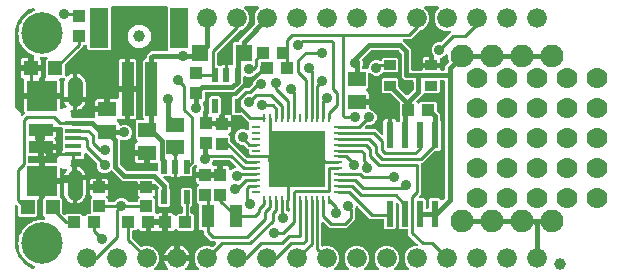
<source format=gbr>
G04 EAGLE Gerber RS-274X export*
G75*
%MOMM*%
%FSLAX34Y34*%
%LPD*%
%INTop Copper*%
%IPPOS*%
%AMOC8*
5,1,8,0,0,1.08239X$1,22.5*%
G01*
%ADD10R,1.500000X1.240000*%
%ADD11R,1.000000X1.075000*%
%ADD12R,1.200000X1.200000*%
%ADD13R,1.075000X1.000000*%
%ADD14C,1.000000*%
%ADD15R,1.000000X1.000000*%
%ADD16C,3.516000*%
%ADD17R,2.500000X2.500000*%
%ADD18C,1.308000*%
%ADD19R,1.350000X0.400000*%
%ADD20R,2.000000X1.000000*%
%ADD21R,0.550000X1.200000*%
%ADD22R,1.400000X1.400000*%
%ADD23C,1.676400*%
%ADD24R,1.000000X4.600000*%
%ADD25R,1.600000X3.400000*%
%ADD26R,0.250000X0.750000*%
%ADD27R,0.750000X0.250000*%
%ADD28R,4.700000X4.700000*%
%ADD29R,1.100000X1.900000*%
%ADD30R,1.000000X0.850000*%
%ADD31R,0.600000X2.200000*%
%ADD32C,0.254000*%
%ADD33C,0.906400*%
%ADD34C,1.930400*%
%ADD35C,0.406400*%
%ADD36C,1.778000*%

G36*
X122976Y86610D02*
X122976Y86610D01*
X123115Y86618D01*
X123134Y86624D01*
X123153Y86626D01*
X123285Y86673D01*
X123417Y86716D01*
X123434Y86727D01*
X123453Y86734D01*
X123568Y86812D01*
X123686Y86887D01*
X123700Y86901D01*
X123716Y86912D01*
X123809Y87017D01*
X123904Y87118D01*
X123914Y87135D01*
X123927Y87150D01*
X123991Y87275D01*
X124058Y87397D01*
X124062Y87416D01*
X124072Y87433D01*
X124102Y87570D01*
X124137Y87705D01*
X124139Y87732D01*
X124141Y87744D01*
X124141Y87764D01*
X124147Y87865D01*
X124147Y92404D01*
X124132Y92529D01*
X124122Y92655D01*
X124112Y92687D01*
X124107Y92720D01*
X124061Y92837D01*
X124021Y92956D01*
X124003Y92984D01*
X123990Y93016D01*
X123917Y93117D01*
X123848Y93223D01*
X123823Y93246D01*
X123804Y93273D01*
X123707Y93353D01*
X123614Y93438D01*
X123585Y93454D01*
X123559Y93476D01*
X123445Y93529D01*
X123334Y93589D01*
X123301Y93597D01*
X123271Y93611D01*
X123148Y93635D01*
X123025Y93665D01*
X122992Y93665D01*
X122959Y93671D01*
X122833Y93663D01*
X122707Y93662D01*
X122659Y93653D01*
X122641Y93651D01*
X122621Y93645D01*
X122549Y93630D01*
X122134Y93519D01*
X116839Y93519D01*
X116839Y100990D01*
X116824Y101108D01*
X116817Y101227D01*
X116804Y101265D01*
X116799Y101305D01*
X116755Y101416D01*
X116719Y101529D01*
X116697Y101564D01*
X116682Y101601D01*
X116612Y101697D01*
X116549Y101798D01*
X116519Y101826D01*
X116495Y101858D01*
X116404Y101934D01*
X116317Y102016D01*
X116282Y102035D01*
X116250Y102061D01*
X116143Y102112D01*
X116039Y102169D01*
X115999Y102180D01*
X115963Y102197D01*
X115846Y102219D01*
X115731Y102249D01*
X115670Y102253D01*
X115650Y102257D01*
X115630Y102255D01*
X115570Y102259D01*
X114299Y102259D01*
X114299Y103530D01*
X114284Y103648D01*
X114277Y103767D01*
X114264Y103805D01*
X114259Y103845D01*
X114216Y103956D01*
X114179Y104069D01*
X114157Y104104D01*
X114142Y104141D01*
X114072Y104237D01*
X114009Y104338D01*
X113979Y104366D01*
X113955Y104398D01*
X113864Y104474D01*
X113777Y104556D01*
X113742Y104575D01*
X113710Y104601D01*
X113603Y104652D01*
X113499Y104709D01*
X113459Y104720D01*
X113423Y104737D01*
X113306Y104759D01*
X113191Y104789D01*
X113130Y104793D01*
X113110Y104797D01*
X113090Y104795D01*
X113030Y104799D01*
X104259Y104799D01*
X104259Y108794D01*
X104432Y109441D01*
X104767Y110020D01*
X105240Y110493D01*
X105869Y110856D01*
X105969Y110932D01*
X106073Y111003D01*
X106096Y111028D01*
X106123Y111049D01*
X106201Y111147D01*
X106284Y111241D01*
X106299Y111271D01*
X106320Y111298D01*
X106371Y111413D01*
X106429Y111525D01*
X106436Y111558D01*
X106450Y111588D01*
X106471Y111713D01*
X106498Y111835D01*
X106497Y111869D01*
X106503Y111902D01*
X106492Y112027D01*
X106489Y112153D01*
X106479Y112185D01*
X106476Y112219D01*
X106435Y112338D01*
X106400Y112458D01*
X106383Y112487D01*
X106372Y112519D01*
X106302Y112624D01*
X106239Y112732D01*
X106206Y112769D01*
X106196Y112784D01*
X106180Y112799D01*
X106132Y112853D01*
X104767Y114218D01*
X104767Y128302D01*
X104962Y128497D01*
X105051Y128612D01*
X105143Y128725D01*
X105149Y128737D01*
X105157Y128748D01*
X105215Y128882D01*
X105276Y129014D01*
X105278Y129028D01*
X105283Y129040D01*
X105306Y129185D01*
X105332Y129327D01*
X105331Y129341D01*
X105333Y129354D01*
X105320Y129499D01*
X105309Y129644D01*
X105305Y129657D01*
X105303Y129671D01*
X105276Y129746D01*
X105287Y129736D01*
X105311Y129723D01*
X105331Y129705D01*
X105450Y129646D01*
X105566Y129582D01*
X105592Y129576D01*
X105616Y129564D01*
X105745Y129536D01*
X105873Y129503D01*
X105912Y129501D01*
X105927Y129497D01*
X105949Y129498D01*
X106034Y129493D01*
X110558Y129493D01*
X110696Y129510D01*
X110835Y129523D01*
X110854Y129530D01*
X110874Y129533D01*
X111003Y129584D01*
X111134Y129631D01*
X111151Y129642D01*
X111170Y129650D01*
X111282Y129731D01*
X111397Y129809D01*
X111410Y129825D01*
X111427Y129836D01*
X111516Y129944D01*
X111608Y130048D01*
X111617Y130066D01*
X111630Y130081D01*
X111689Y130207D01*
X111752Y130331D01*
X111757Y130351D01*
X111765Y130369D01*
X111791Y130505D01*
X111822Y130641D01*
X111821Y130662D01*
X111825Y130681D01*
X111816Y130820D01*
X111812Y130959D01*
X111807Y130979D01*
X111805Y130999D01*
X111763Y131131D01*
X111724Y131265D01*
X111713Y131282D01*
X111707Y131301D01*
X111633Y131419D01*
X111562Y131539D01*
X111544Y131560D01*
X111537Y131570D01*
X111522Y131584D01*
X111456Y131659D01*
X110917Y132198D01*
X110917Y179882D01*
X112108Y181073D01*
X112776Y181073D01*
X112894Y181088D01*
X113013Y181095D01*
X113051Y181108D01*
X113092Y181113D01*
X113202Y181156D01*
X113315Y181193D01*
X113350Y181215D01*
X113387Y181230D01*
X113483Y181299D01*
X113584Y181363D01*
X113612Y181393D01*
X113645Y181416D01*
X113721Y181508D01*
X113802Y181595D01*
X113822Y181630D01*
X113847Y181661D01*
X113898Y181769D01*
X113956Y181873D01*
X113966Y181913D01*
X113983Y181949D01*
X114005Y182066D01*
X114035Y182181D01*
X114039Y182241D01*
X114043Y182261D01*
X114041Y182282D01*
X114045Y182342D01*
X114045Y184564D01*
X117549Y188067D01*
X130984Y188067D01*
X131122Y188084D01*
X131261Y188097D01*
X131280Y188104D01*
X131300Y188107D01*
X131429Y188158D01*
X131560Y188205D01*
X131577Y188216D01*
X131595Y188224D01*
X131708Y188305D01*
X131823Y188384D01*
X131836Y188399D01*
X131853Y188411D01*
X131941Y188518D01*
X132033Y188622D01*
X132043Y188640D01*
X132056Y188656D01*
X132115Y188781D01*
X132178Y188905D01*
X132182Y188925D01*
X132191Y188943D01*
X132217Y189080D01*
X132248Y189216D01*
X132247Y189236D01*
X132251Y189256D01*
X132242Y189395D01*
X132238Y189533D01*
X132232Y189553D01*
X132231Y189573D01*
X132188Y189705D01*
X132150Y189839D01*
X132139Y189856D01*
X132133Y189876D01*
X132059Y189993D01*
X131988Y190113D01*
X131969Y190134D01*
X131963Y190144D01*
X131948Y190158D01*
X131917Y190193D01*
X131917Y224790D01*
X131902Y224908D01*
X131895Y225027D01*
X131882Y225065D01*
X131877Y225106D01*
X131834Y225216D01*
X131797Y225329D01*
X131775Y225364D01*
X131760Y225401D01*
X131691Y225497D01*
X131627Y225598D01*
X131597Y225626D01*
X131574Y225659D01*
X131482Y225735D01*
X131395Y225816D01*
X131360Y225836D01*
X131329Y225861D01*
X131221Y225912D01*
X131117Y225970D01*
X131077Y225980D01*
X131041Y225997D01*
X130924Y226019D01*
X130809Y226049D01*
X130749Y226053D01*
X130729Y226057D01*
X130708Y226055D01*
X130648Y226059D01*
X85252Y226059D01*
X85134Y226044D01*
X85015Y226037D01*
X84977Y226024D01*
X84936Y226019D01*
X84826Y225976D01*
X84713Y225939D01*
X84678Y225917D01*
X84641Y225902D01*
X84545Y225833D01*
X84444Y225769D01*
X84416Y225739D01*
X84383Y225716D01*
X84307Y225624D01*
X84226Y225537D01*
X84206Y225502D01*
X84181Y225471D01*
X84130Y225363D01*
X84072Y225259D01*
X84062Y225219D01*
X84045Y225183D01*
X84023Y225066D01*
X83993Y224951D01*
X83989Y224891D01*
X83985Y224871D01*
X83987Y224850D01*
X83983Y224790D01*
X83983Y190198D01*
X82792Y189007D01*
X65108Y189007D01*
X63917Y190198D01*
X63917Y192373D01*
X63902Y192491D01*
X63895Y192610D01*
X63882Y192648D01*
X63877Y192689D01*
X63834Y192799D01*
X63797Y192912D01*
X63775Y192947D01*
X63760Y192984D01*
X63691Y193080D01*
X63627Y193181D01*
X63597Y193209D01*
X63574Y193242D01*
X63482Y193318D01*
X63395Y193399D01*
X63360Y193419D01*
X63329Y193444D01*
X63221Y193495D01*
X63117Y193553D01*
X63077Y193563D01*
X63041Y193580D01*
X62924Y193602D01*
X62809Y193632D01*
X62749Y193636D01*
X62729Y193640D01*
X62708Y193638D01*
X62648Y193642D01*
X61722Y193642D01*
X61604Y193627D01*
X61485Y193620D01*
X61447Y193607D01*
X61406Y193602D01*
X61296Y193559D01*
X61183Y193522D01*
X61148Y193500D01*
X61111Y193485D01*
X61015Y193416D01*
X60914Y193352D01*
X60886Y193322D01*
X60853Y193299D01*
X60777Y193207D01*
X60696Y193120D01*
X60676Y193085D01*
X60651Y193054D01*
X60600Y192946D01*
X60542Y192842D01*
X60532Y192802D01*
X60515Y192766D01*
X60493Y192649D01*
X60463Y192534D01*
X60459Y192474D01*
X60455Y192454D01*
X60457Y192433D01*
X60456Y192425D01*
X58146Y190116D01*
X45354Y177324D01*
X45294Y177245D01*
X45226Y177173D01*
X45206Y177137D01*
X45182Y177109D01*
X45174Y177092D01*
X45160Y177072D01*
X45120Y176981D01*
X45072Y176895D01*
X45061Y176851D01*
X45047Y176821D01*
X45044Y176805D01*
X45033Y176781D01*
X45018Y176683D01*
X44993Y176587D01*
X44988Y176516D01*
X44987Y176508D01*
X44988Y176501D01*
X44987Y176487D01*
X44983Y176467D01*
X44985Y176454D01*
X44983Y176426D01*
X44983Y167819D01*
X45000Y167681D01*
X45013Y167543D01*
X45020Y167524D01*
X45023Y167504D01*
X45074Y167374D01*
X45121Y167243D01*
X45132Y167227D01*
X45140Y167208D01*
X45221Y167096D01*
X45299Y166980D01*
X45315Y166967D01*
X45326Y166950D01*
X45433Y166862D01*
X45538Y166770D01*
X45556Y166761D01*
X45571Y166748D01*
X45697Y166689D01*
X45821Y166625D01*
X45841Y166621D01*
X45859Y166612D01*
X45995Y166586D01*
X46131Y166556D01*
X46152Y166556D01*
X46171Y166552D01*
X46310Y166561D01*
X46449Y166565D01*
X46469Y166571D01*
X46489Y166572D01*
X46621Y166615D01*
X46755Y166654D01*
X46772Y166664D01*
X46791Y166670D01*
X46909Y166744D01*
X47029Y166815D01*
X47050Y166834D01*
X47060Y166840D01*
X47074Y166855D01*
X47150Y166922D01*
X47534Y167306D01*
X48691Y168147D01*
X49964Y168795D01*
X51324Y169237D01*
X51451Y169257D01*
X51451Y149299D01*
X44369Y149299D01*
X44369Y161095D01*
X44593Y162506D01*
X45044Y163896D01*
X45079Y164078D01*
X45104Y164208D01*
X45094Y164373D01*
X45084Y164525D01*
X45084Y164526D01*
X45040Y164661D01*
X44986Y164827D01*
X44986Y164828D01*
X44901Y164961D01*
X44816Y165096D01*
X44816Y165097D01*
X44695Y165210D01*
X44584Y165314D01*
X44433Y165398D01*
X44306Y165468D01*
X44305Y165468D01*
X44132Y165512D01*
X43998Y165547D01*
X43997Y165547D01*
X43996Y165547D01*
X43837Y165557D01*
X41490Y165557D01*
X41359Y165541D01*
X41226Y165530D01*
X41201Y165521D01*
X41175Y165517D01*
X41052Y165469D01*
X40926Y165425D01*
X40904Y165410D01*
X40879Y165400D01*
X40772Y165323D01*
X40661Y165249D01*
X40643Y165229D01*
X40622Y165214D01*
X40537Y165111D01*
X40448Y165013D01*
X40436Y164989D01*
X40419Y164969D01*
X40362Y164849D01*
X40301Y164731D01*
X40295Y164705D01*
X40283Y164681D01*
X40258Y164551D01*
X40228Y164421D01*
X40229Y164395D01*
X40224Y164369D01*
X40232Y164236D01*
X40235Y164103D01*
X40242Y164078D01*
X40243Y164051D01*
X40267Y163977D01*
X40274Y163942D01*
X40491Y163134D01*
X40491Y152549D01*
X35760Y152549D01*
X35642Y152534D01*
X35523Y152527D01*
X35485Y152514D01*
X35444Y152509D01*
X35334Y152466D01*
X35221Y152429D01*
X35186Y152407D01*
X35149Y152392D01*
X35053Y152323D01*
X34952Y152259D01*
X34924Y152229D01*
X34891Y152206D01*
X34815Y152114D01*
X34734Y152027D01*
X34714Y151992D01*
X34689Y151961D01*
X34638Y151853D01*
X34580Y151749D01*
X34570Y151709D01*
X34553Y151673D01*
X34531Y151556D01*
X34501Y151441D01*
X34497Y151381D01*
X34493Y151361D01*
X34495Y151340D01*
X34491Y151280D01*
X34491Y149320D01*
X34506Y149202D01*
X34513Y149083D01*
X34526Y149045D01*
X34531Y149004D01*
X34574Y148894D01*
X34611Y148781D01*
X34633Y148746D01*
X34648Y148709D01*
X34718Y148612D01*
X34781Y148512D01*
X34811Y148484D01*
X34834Y148451D01*
X34926Y148375D01*
X35013Y148294D01*
X35048Y148274D01*
X35079Y148249D01*
X35187Y148198D01*
X35291Y148140D01*
X35331Y148130D01*
X35367Y148113D01*
X35484Y148091D01*
X35599Y148061D01*
X35659Y148057D01*
X35679Y148053D01*
X35700Y148055D01*
X35760Y148051D01*
X40491Y148051D01*
X40491Y140598D01*
X40497Y140549D01*
X40495Y140499D01*
X40517Y140392D01*
X40531Y140282D01*
X40549Y140236D01*
X40559Y140188D01*
X40607Y140089D01*
X40648Y139987D01*
X40677Y139947D01*
X40699Y139902D01*
X40770Y139818D01*
X40834Y139729D01*
X40873Y139698D01*
X40905Y139660D01*
X40995Y139597D01*
X41079Y139527D01*
X41124Y139505D01*
X41165Y139477D01*
X41268Y139438D01*
X41367Y139391D01*
X41416Y139382D01*
X41462Y139364D01*
X41572Y139352D01*
X41679Y139331D01*
X41729Y139334D01*
X41778Y139329D01*
X41887Y139344D01*
X41997Y139351D01*
X42044Y139366D01*
X42093Y139373D01*
X42246Y139425D01*
X43248Y139841D01*
X45154Y139841D01*
X45194Y139846D01*
X45233Y139843D01*
X45351Y139866D01*
X45470Y139881D01*
X45507Y139895D01*
X45546Y139903D01*
X45654Y139954D01*
X45765Y139998D01*
X45797Y140021D01*
X45833Y140038D01*
X45926Y140114D01*
X46023Y140184D01*
X46048Y140215D01*
X46079Y140240D01*
X46149Y140337D01*
X46225Y140429D01*
X46242Y140465D01*
X46266Y140498D01*
X46310Y140609D01*
X46361Y140717D01*
X46368Y140756D01*
X46383Y140793D01*
X46398Y140912D01*
X46421Y141029D01*
X46418Y141069D01*
X46423Y141109D01*
X46408Y141227D01*
X46401Y141347D01*
X46389Y141385D01*
X46384Y141424D01*
X46340Y141536D01*
X46303Y141649D01*
X46282Y141683D01*
X46267Y141720D01*
X46181Y141856D01*
X45683Y142541D01*
X45035Y143814D01*
X44593Y145174D01*
X44573Y145301D01*
X51451Y145301D01*
X51451Y138423D01*
X51286Y138449D01*
X51245Y138457D01*
X51159Y138483D01*
X51089Y138486D01*
X51020Y138500D01*
X50931Y138494D01*
X50841Y138498D01*
X50773Y138484D01*
X50703Y138480D01*
X50618Y138452D01*
X50530Y138434D01*
X50467Y138403D01*
X50400Y138382D01*
X50325Y138333D01*
X50244Y138294D01*
X50191Y138249D01*
X50132Y138211D01*
X50070Y138146D01*
X50002Y138088D01*
X49962Y138031D01*
X49914Y137980D01*
X49871Y137901D01*
X49819Y137828D01*
X49794Y137762D01*
X49761Y137701D01*
X49738Y137614D01*
X49706Y137530D01*
X49699Y137461D01*
X49681Y137393D01*
X49681Y137304D01*
X49671Y137214D01*
X49681Y137145D01*
X49681Y137075D01*
X49703Y136988D01*
X49716Y136899D01*
X49756Y136781D01*
X49760Y136767D01*
X49763Y136761D01*
X49768Y136747D01*
X50491Y135002D01*
X50491Y132634D01*
X50506Y132516D01*
X50513Y132397D01*
X50526Y132359D01*
X50531Y132318D01*
X50574Y132208D01*
X50611Y132095D01*
X50633Y132060D01*
X50648Y132023D01*
X50717Y131927D01*
X50781Y131826D01*
X50811Y131798D01*
X50834Y131765D01*
X50926Y131689D01*
X51013Y131608D01*
X51048Y131588D01*
X51079Y131563D01*
X51187Y131512D01*
X51291Y131454D01*
X51331Y131444D01*
X51367Y131427D01*
X51484Y131405D01*
X51599Y131375D01*
X51659Y131371D01*
X51679Y131367D01*
X51700Y131369D01*
X51760Y131365D01*
X69570Y131365D01*
X69688Y131380D01*
X69807Y131387D01*
X69845Y131400D01*
X69886Y131405D01*
X69996Y131448D01*
X70109Y131485D01*
X70144Y131507D01*
X70181Y131522D01*
X70277Y131591D01*
X70378Y131655D01*
X70406Y131685D01*
X70439Y131708D01*
X70515Y131800D01*
X70596Y131887D01*
X70616Y131922D01*
X70641Y131953D01*
X70692Y132061D01*
X70750Y132165D01*
X70760Y132205D01*
X70777Y132241D01*
X70799Y132358D01*
X70829Y132473D01*
X70833Y132533D01*
X70837Y132553D01*
X70835Y132574D01*
X70839Y132634D01*
X70839Y136551D01*
X79610Y136551D01*
X79728Y136566D01*
X79847Y136573D01*
X79885Y136586D01*
X79925Y136591D01*
X80036Y136634D01*
X80149Y136671D01*
X80184Y136693D01*
X80221Y136708D01*
X80317Y136778D01*
X80418Y136841D01*
X80446Y136871D01*
X80478Y136895D01*
X80554Y136986D01*
X80636Y137073D01*
X80655Y137108D01*
X80681Y137139D01*
X80732Y137247D01*
X80789Y137351D01*
X80800Y137391D01*
X80817Y137427D01*
X80839Y137544D01*
X80869Y137659D01*
X80873Y137720D01*
X80877Y137740D01*
X80875Y137760D01*
X80879Y137820D01*
X80879Y139091D01*
X82150Y139091D01*
X82268Y139106D01*
X82387Y139113D01*
X82425Y139126D01*
X82465Y139131D01*
X82576Y139175D01*
X82689Y139211D01*
X82724Y139233D01*
X82761Y139248D01*
X82857Y139318D01*
X82958Y139381D01*
X82986Y139411D01*
X83018Y139435D01*
X83094Y139526D01*
X83176Y139613D01*
X83195Y139648D01*
X83221Y139680D01*
X83272Y139787D01*
X83329Y139891D01*
X83340Y139931D01*
X83357Y139967D01*
X83379Y140084D01*
X83409Y140199D01*
X83413Y140260D01*
X83417Y140280D01*
X83415Y140300D01*
X83419Y140360D01*
X83419Y147831D01*
X88714Y147831D01*
X88811Y147805D01*
X88936Y147788D01*
X89060Y147764D01*
X89093Y147766D01*
X89127Y147762D01*
X89252Y147776D01*
X89377Y147784D01*
X89409Y147794D01*
X89442Y147798D01*
X89560Y147843D01*
X89679Y147882D01*
X89708Y147900D01*
X89739Y147912D01*
X89842Y147985D01*
X89948Y148052D01*
X89971Y148077D01*
X89999Y148096D01*
X90080Y148192D01*
X90166Y148284D01*
X90182Y148313D01*
X90204Y148339D01*
X90259Y148452D01*
X90320Y148562D01*
X90328Y148595D01*
X90343Y148625D01*
X90368Y148749D01*
X90399Y148870D01*
X90402Y148919D01*
X90406Y148937D01*
X90405Y148959D01*
X90409Y149031D01*
X90409Y153541D01*
X95451Y153541D01*
X95451Y130499D01*
X92616Y130499D01*
X91969Y130672D01*
X91409Y130996D01*
X91306Y131039D01*
X91205Y131091D01*
X91159Y131101D01*
X91116Y131119D01*
X91005Y131135D01*
X90895Y131160D01*
X90848Y131159D01*
X90802Y131166D01*
X90690Y131154D01*
X90577Y131150D01*
X90532Y131137D01*
X90485Y131132D01*
X90380Y131093D01*
X90272Y131062D01*
X90231Y131038D01*
X90187Y131022D01*
X90095Y130957D01*
X89998Y130900D01*
X89965Y130871D01*
X89311Y130494D01*
X89211Y130418D01*
X89107Y130347D01*
X89084Y130322D01*
X89057Y130301D01*
X88979Y130203D01*
X88896Y130109D01*
X88881Y130079D01*
X88860Y130052D01*
X88809Y129937D01*
X88751Y129825D01*
X88744Y129792D01*
X88730Y129762D01*
X88709Y129637D01*
X88682Y129515D01*
X88683Y129481D01*
X88677Y129448D01*
X88688Y129323D01*
X88691Y129197D01*
X88701Y129165D01*
X88704Y129131D01*
X88745Y129012D01*
X88780Y128892D01*
X88797Y128863D01*
X88808Y128831D01*
X88878Y128726D01*
X88941Y128618D01*
X88974Y128581D01*
X88984Y128566D01*
X89000Y128551D01*
X89048Y128497D01*
X90413Y127132D01*
X90413Y126382D01*
X90419Y126332D01*
X90417Y126283D01*
X90439Y126175D01*
X90453Y126066D01*
X90471Y126020D01*
X90481Y125971D01*
X90529Y125872D01*
X90570Y125770D01*
X90599Y125730D01*
X90621Y125685D01*
X90692Y125602D01*
X90756Y125513D01*
X90795Y125481D01*
X90827Y125443D01*
X90917Y125380D01*
X91001Y125310D01*
X91046Y125289D01*
X91087Y125260D01*
X91190Y125221D01*
X91289Y125175D01*
X91338Y125165D01*
X91384Y125148D01*
X91494Y125135D01*
X91601Y125115D01*
X91651Y125118D01*
X91700Y125112D01*
X91809Y125128D01*
X91919Y125135D01*
X91966Y125150D01*
X92015Y125157D01*
X92168Y125209D01*
X93944Y125945D01*
X96556Y125945D01*
X98969Y124945D01*
X100815Y123099D01*
X101815Y120686D01*
X101815Y118074D01*
X100815Y115661D01*
X98969Y113815D01*
X96556Y112815D01*
X93944Y112815D01*
X93450Y113020D01*
X93402Y113033D01*
X93357Y113054D01*
X93249Y113075D01*
X93143Y113104D01*
X93093Y113105D01*
X93044Y113114D01*
X92935Y113107D01*
X92825Y113109D01*
X92777Y113097D01*
X92727Y113094D01*
X92623Y113061D01*
X92516Y113035D01*
X92472Y113012D01*
X92425Y112996D01*
X92332Y112938D01*
X92235Y112886D01*
X92198Y112853D01*
X92156Y112826D01*
X92081Y112746D01*
X91999Y112672D01*
X91972Y112631D01*
X91938Y112595D01*
X91885Y112498D01*
X91825Y112407D01*
X91808Y112360D01*
X91784Y112316D01*
X91757Y112210D01*
X91721Y112106D01*
X91717Y112056D01*
X91705Y112008D01*
X91695Y111847D01*
X91695Y92379D01*
X91707Y92281D01*
X91710Y92182D01*
X91727Y92124D01*
X91735Y92064D01*
X91771Y91972D01*
X91799Y91877D01*
X91829Y91824D01*
X91852Y91768D01*
X91910Y91688D01*
X91960Y91603D01*
X92026Y91527D01*
X92038Y91511D01*
X92048Y91503D01*
X92066Y91482D01*
X96562Y86986D01*
X96640Y86926D01*
X96712Y86858D01*
X96765Y86829D01*
X96813Y86792D01*
X96904Y86752D01*
X96991Y86704D01*
X97049Y86689D01*
X97105Y86665D01*
X97203Y86650D01*
X97299Y86625D01*
X97399Y86619D01*
X97419Y86615D01*
X97431Y86617D01*
X97459Y86615D01*
X122714Y86615D01*
X122798Y86599D01*
X122817Y86600D01*
X122837Y86597D01*
X122976Y86610D01*
G37*
G36*
X131486Y2558D02*
X131486Y2558D01*
X131624Y2571D01*
X131643Y2578D01*
X131664Y2581D01*
X131793Y2632D01*
X131924Y2679D01*
X131940Y2690D01*
X131959Y2698D01*
X132071Y2779D01*
X132187Y2857D01*
X132200Y2873D01*
X132217Y2884D01*
X132305Y2992D01*
X132397Y3096D01*
X132406Y3114D01*
X132419Y3129D01*
X132479Y3255D01*
X132542Y3379D01*
X132546Y3399D01*
X132555Y3417D01*
X132581Y3554D01*
X132611Y3689D01*
X132611Y3710D01*
X132615Y3729D01*
X132606Y3868D01*
X132602Y4007D01*
X132596Y4027D01*
X132595Y4047D01*
X132552Y4179D01*
X132513Y4313D01*
X132503Y4330D01*
X132497Y4349D01*
X132423Y4467D01*
X132352Y4587D01*
X132333Y4608D01*
X132327Y4618D01*
X132312Y4632D01*
X132245Y4707D01*
X131369Y5584D01*
X130358Y6975D01*
X129577Y8507D01*
X129046Y10142D01*
X129037Y10201D01*
X138470Y10201D01*
X138588Y10216D01*
X138707Y10223D01*
X138745Y10235D01*
X138785Y10241D01*
X138896Y10284D01*
X139009Y10321D01*
X139043Y10343D01*
X139081Y10358D01*
X139177Y10427D01*
X139278Y10491D01*
X139306Y10521D01*
X139338Y10544D01*
X139414Y10636D01*
X139496Y10723D01*
X139515Y10758D01*
X139541Y10789D01*
X139592Y10897D01*
X139649Y11001D01*
X139659Y11041D01*
X139677Y11077D01*
X139697Y11184D01*
X139701Y11154D01*
X139745Y11044D01*
X139781Y10931D01*
X139803Y10896D01*
X139818Y10859D01*
X139888Y10762D01*
X139951Y10662D01*
X139981Y10634D01*
X140005Y10601D01*
X140096Y10525D01*
X140183Y10444D01*
X140218Y10424D01*
X140250Y10399D01*
X140357Y10348D01*
X140462Y10290D01*
X140501Y10280D01*
X140537Y10263D01*
X140654Y10241D01*
X140770Y10211D01*
X140830Y10207D01*
X140850Y10203D01*
X140870Y10205D01*
X140930Y10201D01*
X150363Y10201D01*
X150354Y10142D01*
X149823Y8507D01*
X149042Y6975D01*
X148031Y5584D01*
X147155Y4707D01*
X147070Y4598D01*
X146981Y4491D01*
X146972Y4472D01*
X146960Y4456D01*
X146904Y4328D01*
X146845Y4203D01*
X146841Y4183D01*
X146833Y4164D01*
X146811Y4026D01*
X146785Y3890D01*
X146787Y3870D01*
X146783Y3850D01*
X146796Y3711D01*
X146805Y3573D01*
X146811Y3554D01*
X146813Y3534D01*
X146860Y3402D01*
X146903Y3271D01*
X146914Y3253D01*
X146921Y3234D01*
X146999Y3119D01*
X147073Y3002D01*
X147088Y2988D01*
X147099Y2971D01*
X147203Y2879D01*
X147305Y2784D01*
X147323Y2774D01*
X147338Y2761D01*
X147462Y2698D01*
X147583Y2630D01*
X147603Y2625D01*
X147621Y2616D01*
X147757Y2586D01*
X147891Y2551D01*
X147919Y2549D01*
X147931Y2546D01*
X147952Y2547D01*
X148052Y2541D01*
X157466Y2541D01*
X157604Y2558D01*
X157743Y2571D01*
X157762Y2578D01*
X157782Y2581D01*
X157911Y2632D01*
X158042Y2679D01*
X158059Y2690D01*
X158078Y2698D01*
X158190Y2779D01*
X158305Y2857D01*
X158319Y2873D01*
X158335Y2884D01*
X158424Y2992D01*
X158516Y3096D01*
X158525Y3114D01*
X158538Y3129D01*
X158597Y3255D01*
X158660Y3379D01*
X158665Y3399D01*
X158673Y3417D01*
X158699Y3553D01*
X158730Y3689D01*
X158729Y3710D01*
X158733Y3729D01*
X158724Y3868D01*
X158720Y4007D01*
X158715Y4027D01*
X158713Y4047D01*
X158671Y4179D01*
X158632Y4313D01*
X158622Y4330D01*
X158615Y4349D01*
X158541Y4467D01*
X158470Y4587D01*
X158452Y4608D01*
X158445Y4618D01*
X158430Y4632D01*
X158364Y4707D01*
X156271Y6801D01*
X154685Y10628D01*
X154685Y14772D01*
X156271Y18599D01*
X159201Y21529D01*
X163028Y23115D01*
X167172Y23115D01*
X168985Y22364D01*
X169013Y22356D01*
X169040Y22342D01*
X169166Y22314D01*
X169292Y22280D01*
X169321Y22279D01*
X169350Y22273D01*
X169480Y22277D01*
X169610Y22275D01*
X169638Y22282D01*
X169668Y22282D01*
X169792Y22319D01*
X169919Y22349D01*
X169945Y22363D01*
X169973Y22371D01*
X170085Y22437D01*
X170200Y22498D01*
X170222Y22517D01*
X170247Y22532D01*
X170368Y22639D01*
X172740Y25011D01*
X172825Y25120D01*
X172914Y25227D01*
X172922Y25246D01*
X172935Y25262D01*
X172990Y25390D01*
X173049Y25515D01*
X173053Y25535D01*
X173061Y25554D01*
X173083Y25692D01*
X173109Y25828D01*
X173108Y25848D01*
X173111Y25868D01*
X173098Y26007D01*
X173089Y26145D01*
X173083Y26164D01*
X173081Y26184D01*
X173034Y26316D01*
X172991Y26447D01*
X172980Y26465D01*
X172973Y26484D01*
X172895Y26599D01*
X172821Y26716D01*
X172806Y26730D01*
X172795Y26747D01*
X172691Y26839D01*
X172589Y26934D01*
X172572Y26944D01*
X172556Y26957D01*
X172433Y27020D01*
X172311Y27088D01*
X172291Y27093D01*
X172273Y27102D01*
X172137Y27132D01*
X172003Y27167D01*
X171975Y27169D01*
X171963Y27172D01*
X171942Y27171D01*
X171842Y27177D01*
X168812Y27177D01*
X162497Y33492D01*
X162497Y35458D01*
X162482Y35576D01*
X162475Y35695D01*
X162462Y35733D01*
X162457Y35774D01*
X162414Y35884D01*
X162377Y35997D01*
X162355Y36032D01*
X162340Y36069D01*
X162271Y36165D01*
X162207Y36266D01*
X162177Y36294D01*
X162154Y36327D01*
X162062Y36403D01*
X161975Y36484D01*
X161940Y36504D01*
X161909Y36529D01*
X161801Y36580D01*
X161697Y36638D01*
X161657Y36648D01*
X161621Y36665D01*
X161504Y36687D01*
X161389Y36717D01*
X161329Y36721D01*
X161309Y36725D01*
X161288Y36723D01*
X161228Y36727D01*
X159458Y36727D01*
X158267Y37918D01*
X158267Y58217D01*
X158255Y58315D01*
X158252Y58415D01*
X158235Y58473D01*
X158227Y58533D01*
X158191Y58625D01*
X158163Y58720D01*
X158133Y58772D01*
X158110Y58829D01*
X158052Y58909D01*
X158002Y58994D01*
X157936Y59069D01*
X157924Y59086D01*
X157914Y59094D01*
X157896Y59115D01*
X156797Y60213D01*
X156797Y72647D01*
X157940Y73790D01*
X158017Y73889D01*
X158100Y73984D01*
X158115Y74015D01*
X158135Y74041D01*
X158185Y74157D01*
X158241Y74269D01*
X158248Y74302D01*
X158262Y74333D01*
X158281Y74457D01*
X158308Y74580D01*
X158306Y74614D01*
X158311Y74647D01*
X158300Y74773D01*
X158294Y74898D01*
X158285Y74930D01*
X158282Y74964D01*
X158239Y75082D01*
X158203Y75203D01*
X158185Y75231D01*
X158174Y75263D01*
X158103Y75367D01*
X158038Y75475D01*
X158014Y75498D01*
X157995Y75526D01*
X157901Y75610D01*
X157811Y75698D01*
X157771Y75724D01*
X157757Y75737D01*
X157738Y75747D01*
X157677Y75787D01*
X157270Y76022D01*
X156797Y76495D01*
X156462Y77074D01*
X156289Y77721D01*
X156289Y80931D01*
X162600Y80931D01*
X162718Y80946D01*
X162837Y80953D01*
X162875Y80965D01*
X162915Y80971D01*
X163026Y81014D01*
X163139Y81051D01*
X163173Y81073D01*
X163211Y81088D01*
X163307Y81157D01*
X163408Y81221D01*
X163436Y81251D01*
X163468Y81274D01*
X163544Y81366D01*
X163626Y81453D01*
X163645Y81488D01*
X163671Y81519D01*
X163722Y81627D01*
X163779Y81731D01*
X163789Y81771D01*
X163807Y81807D01*
X163827Y81914D01*
X163831Y81884D01*
X163875Y81773D01*
X163911Y81661D01*
X163933Y81626D01*
X163948Y81589D01*
X164018Y81492D01*
X164081Y81392D01*
X164111Y81364D01*
X164135Y81331D01*
X164226Y81255D01*
X164313Y81174D01*
X164348Y81154D01*
X164380Y81129D01*
X164487Y81078D01*
X164592Y81020D01*
X164631Y81010D01*
X164667Y80993D01*
X164784Y80971D01*
X164900Y80941D01*
X164960Y80937D01*
X164980Y80933D01*
X165000Y80935D01*
X165060Y80931D01*
X175300Y80931D01*
X175418Y80946D01*
X175537Y80953D01*
X175575Y80965D01*
X175615Y80971D01*
X175726Y81014D01*
X175839Y81051D01*
X175873Y81073D01*
X175911Y81088D01*
X176007Y81157D01*
X176108Y81221D01*
X176136Y81251D01*
X176168Y81274D01*
X176244Y81366D01*
X176326Y81453D01*
X176345Y81488D01*
X176371Y81519D01*
X176422Y81627D01*
X176479Y81731D01*
X176489Y81771D01*
X176507Y81807D01*
X176529Y81924D01*
X176559Y82039D01*
X176563Y82099D01*
X176566Y82119D01*
X176565Y82140D01*
X176569Y82200D01*
X176569Y83391D01*
X177760Y83391D01*
X177878Y83406D01*
X177997Y83413D01*
X178035Y83426D01*
X178076Y83431D01*
X178186Y83475D01*
X178299Y83511D01*
X178334Y83533D01*
X178371Y83548D01*
X178467Y83618D01*
X178568Y83681D01*
X178596Y83711D01*
X178629Y83735D01*
X178705Y83826D01*
X178786Y83913D01*
X178806Y83948D01*
X178831Y83980D01*
X178882Y84087D01*
X178940Y84192D01*
X178950Y84231D01*
X178967Y84267D01*
X178989Y84384D01*
X179019Y84500D01*
X179023Y84560D01*
X179027Y84580D01*
X179025Y84600D01*
X179029Y84660D01*
X179029Y91346D01*
X181864Y91346D01*
X182511Y91173D01*
X183090Y90838D01*
X183563Y90365D01*
X183898Y89786D01*
X184071Y89139D01*
X184071Y88469D01*
X184088Y88331D01*
X184101Y88193D01*
X184108Y88174D01*
X184111Y88153D01*
X184162Y88024D01*
X184209Y87893D01*
X184220Y87876D01*
X184228Y87858D01*
X184309Y87745D01*
X184387Y87630D01*
X184403Y87617D01*
X184414Y87600D01*
X184522Y87512D01*
X184626Y87420D01*
X184644Y87410D01*
X184659Y87398D01*
X184785Y87338D01*
X184909Y87275D01*
X184929Y87271D01*
X184947Y87262D01*
X185084Y87236D01*
X185219Y87205D01*
X185240Y87206D01*
X185259Y87202D01*
X185398Y87211D01*
X185537Y87215D01*
X185557Y87221D01*
X185577Y87222D01*
X185709Y87265D01*
X185843Y87303D01*
X185860Y87314D01*
X185879Y87320D01*
X185997Y87394D01*
X186117Y87465D01*
X186138Y87484D01*
X186148Y87490D01*
X186162Y87505D01*
X186237Y87571D01*
X186781Y88115D01*
X189076Y89066D01*
X189119Y89090D01*
X189166Y89107D01*
X189256Y89169D01*
X189352Y89223D01*
X189388Y89258D01*
X189429Y89286D01*
X189501Y89368D01*
X189580Y89444D01*
X189606Y89487D01*
X189639Y89524D01*
X189689Y89622D01*
X189747Y89716D01*
X189761Y89763D01*
X189784Y89807D01*
X189808Y89915D01*
X189840Y90020D01*
X189843Y90069D01*
X189853Y90118D01*
X189850Y90228D01*
X189855Y90337D01*
X189845Y90386D01*
X189844Y90435D01*
X189813Y90541D01*
X189791Y90649D01*
X189769Y90693D01*
X189755Y90741D01*
X189700Y90835D01*
X189651Y90934D01*
X189619Y90972D01*
X189594Y91015D01*
X189487Y91136D01*
X184603Y96021D01*
X184524Y96081D01*
X184452Y96149D01*
X184399Y96178D01*
X184351Y96215D01*
X184260Y96255D01*
X184174Y96303D01*
X184115Y96318D01*
X184060Y96342D01*
X183962Y96357D01*
X183866Y96382D01*
X183766Y96388D01*
X183745Y96392D01*
X183733Y96390D01*
X183705Y96392D01*
X171664Y96392D01*
X171546Y96377D01*
X171427Y96370D01*
X171389Y96357D01*
X171348Y96352D01*
X171238Y96309D01*
X171125Y96272D01*
X171090Y96250D01*
X171053Y96235D01*
X170957Y96166D01*
X170856Y96102D01*
X170828Y96072D01*
X170795Y96049D01*
X170719Y95957D01*
X170638Y95870D01*
X170618Y95835D01*
X170593Y95804D01*
X170542Y95696D01*
X170484Y95592D01*
X170474Y95552D01*
X170457Y95516D01*
X170435Y95399D01*
X170405Y95284D01*
X170402Y95231D01*
X169477Y92999D01*
X169462Y92945D01*
X169439Y92894D01*
X169421Y92792D01*
X169393Y92693D01*
X169392Y92636D01*
X169382Y92581D01*
X169390Y92478D01*
X169388Y92375D01*
X169401Y92320D01*
X169406Y92263D01*
X169438Y92166D01*
X169462Y92065D01*
X169489Y92015D01*
X169507Y91962D01*
X169563Y91875D01*
X169611Y91784D01*
X169649Y91742D01*
X169680Y91695D01*
X169756Y91625D01*
X169825Y91549D01*
X169872Y91518D01*
X169914Y91480D01*
X170005Y91431D01*
X170091Y91374D01*
X170144Y91356D01*
X170194Y91329D01*
X170294Y91304D01*
X170392Y91271D01*
X170448Y91266D01*
X170503Y91253D01*
X170606Y91254D01*
X170709Y91246D01*
X170764Y91255D01*
X170821Y91256D01*
X170978Y91288D01*
X171196Y91346D01*
X174031Y91346D01*
X174031Y85929D01*
X165060Y85929D01*
X164942Y85914D01*
X164823Y85907D01*
X164785Y85894D01*
X164745Y85889D01*
X164634Y85846D01*
X164521Y85809D01*
X164487Y85787D01*
X164449Y85772D01*
X164353Y85703D01*
X164252Y85639D01*
X164224Y85609D01*
X164192Y85586D01*
X164116Y85494D01*
X164034Y85407D01*
X164015Y85372D01*
X163989Y85341D01*
X163938Y85233D01*
X163881Y85129D01*
X163871Y85089D01*
X163853Y85053D01*
X163833Y84946D01*
X163829Y84976D01*
X163785Y85086D01*
X163749Y85199D01*
X163727Y85234D01*
X163712Y85271D01*
X163642Y85367D01*
X163579Y85468D01*
X163549Y85496D01*
X163525Y85529D01*
X163434Y85605D01*
X163347Y85686D01*
X163312Y85706D01*
X163280Y85731D01*
X163173Y85782D01*
X163068Y85840D01*
X163029Y85850D01*
X162993Y85867D01*
X162876Y85889D01*
X162760Y85919D01*
X162700Y85923D01*
X162680Y85927D01*
X162660Y85925D01*
X162600Y85929D01*
X156289Y85929D01*
X156289Y89139D01*
X156462Y89786D01*
X156540Y89921D01*
X156600Y90061D01*
X156660Y90201D01*
X156661Y90208D01*
X156664Y90214D01*
X156686Y90364D01*
X156710Y90515D01*
X156709Y90522D01*
X156710Y90529D01*
X156694Y90680D01*
X156680Y90832D01*
X156678Y90838D01*
X156677Y90845D01*
X156624Y90988D01*
X156573Y91131D01*
X156569Y91137D01*
X156566Y91143D01*
X156480Y91267D01*
X156394Y91394D01*
X156389Y91399D01*
X156385Y91404D01*
X156269Y91504D01*
X156156Y91605D01*
X156150Y91608D01*
X156144Y91612D01*
X156007Y91680D01*
X155872Y91749D01*
X155866Y91751D01*
X155860Y91754D01*
X155710Y91786D01*
X155562Y91819D01*
X155555Y91819D01*
X155549Y91820D01*
X155398Y91814D01*
X155244Y91809D01*
X155238Y91808D01*
X155231Y91807D01*
X155085Y91763D01*
X154939Y91721D01*
X154933Y91718D01*
X154926Y91716D01*
X154796Y91637D01*
X154665Y91559D01*
X154658Y91553D01*
X154654Y91551D01*
X154647Y91544D01*
X154544Y91453D01*
X153084Y89994D01*
X153024Y89915D01*
X152956Y89843D01*
X152927Y89790D01*
X152890Y89742D01*
X152850Y89651D01*
X152802Y89565D01*
X152787Y89506D01*
X152763Y89451D01*
X152748Y89353D01*
X152723Y89257D01*
X152717Y89157D01*
X152713Y89136D01*
X152715Y89124D01*
X152713Y89096D01*
X152713Y83629D01*
X151522Y82438D01*
X144313Y82438D01*
X144253Y82492D01*
X144217Y82510D01*
X144185Y82535D01*
X144076Y82582D01*
X143969Y82636D01*
X143930Y82645D01*
X143894Y82661D01*
X143776Y82680D01*
X143659Y82706D01*
X143619Y82704D01*
X143580Y82711D01*
X143461Y82700D01*
X143341Y82696D01*
X143303Y82685D01*
X143263Y82681D01*
X143151Y82641D01*
X143036Y82607D01*
X143001Y82587D01*
X142964Y82573D01*
X142894Y82526D01*
X142885Y82521D01*
X142161Y82103D01*
X141514Y81930D01*
X139804Y81930D01*
X139804Y90366D01*
X139795Y90436D01*
X139798Y90476D01*
X139802Y90496D01*
X139800Y90516D01*
X139804Y90576D01*
X139804Y99012D01*
X139850Y99012D01*
X139968Y99027D01*
X140087Y99034D01*
X140125Y99046D01*
X140165Y99052D01*
X140276Y99095D01*
X140389Y99132D01*
X140424Y99154D01*
X140461Y99169D01*
X140557Y99238D01*
X140658Y99302D01*
X140686Y99332D01*
X140718Y99355D01*
X140794Y99447D01*
X140876Y99534D01*
X140895Y99569D01*
X140921Y99600D01*
X140972Y99708D01*
X141029Y99812D01*
X141040Y99852D01*
X141057Y99888D01*
X141079Y100005D01*
X141109Y100120D01*
X141113Y100180D01*
X141117Y100200D01*
X141115Y100221D01*
X141119Y100281D01*
X141119Y105470D01*
X141104Y105588D01*
X141097Y105707D01*
X141084Y105745D01*
X141079Y105785D01*
X141035Y105896D01*
X140999Y106009D01*
X140977Y106044D01*
X140962Y106081D01*
X140892Y106177D01*
X140829Y106278D01*
X140799Y106306D01*
X140775Y106338D01*
X140684Y106414D01*
X140597Y106496D01*
X140562Y106515D01*
X140530Y106541D01*
X140423Y106592D01*
X140319Y106649D01*
X140279Y106660D01*
X140243Y106677D01*
X140126Y106699D01*
X140011Y106729D01*
X139950Y106733D01*
X139930Y106737D01*
X139910Y106735D01*
X139850Y106739D01*
X137310Y106739D01*
X137192Y106724D01*
X137073Y106717D01*
X137035Y106704D01*
X136995Y106699D01*
X136884Y106655D01*
X136771Y106619D01*
X136736Y106597D01*
X136699Y106582D01*
X136603Y106512D01*
X136502Y106449D01*
X136474Y106419D01*
X136441Y106395D01*
X136366Y106304D01*
X136284Y106217D01*
X136264Y106182D01*
X136239Y106150D01*
X136188Y106043D01*
X136130Y105939D01*
X136120Y105899D01*
X136103Y105863D01*
X136081Y105746D01*
X136051Y105631D01*
X136047Y105570D01*
X136043Y105550D01*
X136045Y105530D01*
X136041Y105470D01*
X136041Y100281D01*
X136056Y100163D01*
X136063Y100044D01*
X136076Y100006D01*
X136081Y99965D01*
X136124Y99855D01*
X136161Y99742D01*
X136183Y99707D01*
X136198Y99670D01*
X136268Y99574D01*
X136331Y99473D01*
X136361Y99445D01*
X136385Y99412D01*
X136476Y99336D01*
X136563Y99255D01*
X136598Y99235D01*
X136629Y99210D01*
X136737Y99159D01*
X136841Y99101D01*
X136881Y99091D01*
X136917Y99074D01*
X137034Y99052D01*
X137056Y99046D01*
X137056Y90576D01*
X137065Y90506D01*
X137062Y90466D01*
X137058Y90446D01*
X137060Y90426D01*
X137056Y90366D01*
X137056Y81930D01*
X135346Y81930D01*
X134699Y82103D01*
X134049Y82479D01*
X134035Y82491D01*
X133999Y82510D01*
X133968Y82534D01*
X133858Y82582D01*
X133752Y82636D01*
X133713Y82645D01*
X133676Y82661D01*
X133558Y82679D01*
X133441Y82706D01*
X133402Y82704D01*
X133362Y82711D01*
X133243Y82700D01*
X133123Y82696D01*
X133085Y82685D01*
X133045Y82681D01*
X132933Y82641D01*
X132818Y82608D01*
X132784Y82587D01*
X132746Y82574D01*
X132647Y82507D01*
X132544Y82446D01*
X132535Y82438D01*
X129574Y82438D01*
X129437Y82421D01*
X129298Y82408D01*
X129279Y82401D01*
X129259Y82398D01*
X129130Y82347D01*
X128999Y82300D01*
X128982Y82289D01*
X128963Y82281D01*
X128851Y82200D01*
X128736Y82122D01*
X128722Y82106D01*
X128706Y82095D01*
X128617Y81987D01*
X128525Y81883D01*
X128516Y81865D01*
X128503Y81850D01*
X128444Y81724D01*
X128381Y81600D01*
X128376Y81580D01*
X128367Y81562D01*
X128341Y81426D01*
X128311Y81290D01*
X128311Y81269D01*
X128308Y81250D01*
X128316Y81111D01*
X128321Y80972D01*
X128326Y80952D01*
X128327Y80932D01*
X128370Y80800D01*
X128409Y80666D01*
X128419Y80649D01*
X128425Y80630D01*
X128500Y80512D01*
X128570Y80392D01*
X128589Y80371D01*
X128596Y80361D01*
X128610Y80347D01*
X128677Y80272D01*
X130242Y78706D01*
X132995Y75954D01*
X132995Y72555D01*
X133007Y72457D01*
X133010Y72358D01*
X133027Y72299D01*
X133035Y72239D01*
X133071Y72147D01*
X133099Y72052D01*
X133129Y72000D01*
X133152Y71944D01*
X133210Y71863D01*
X133260Y71778D01*
X133326Y71703D01*
X133338Y71686D01*
X133348Y71678D01*
X133366Y71657D01*
X133713Y71311D01*
X133713Y57627D01*
X132522Y56436D01*
X125338Y56436D01*
X124147Y57627D01*
X124147Y71311D01*
X124246Y71410D01*
X124320Y71504D01*
X124398Y71593D01*
X124417Y71629D01*
X124441Y71661D01*
X124489Y71771D01*
X124543Y71877D01*
X124552Y71916D01*
X124568Y71953D01*
X124586Y72071D01*
X124612Y72187D01*
X124611Y72227D01*
X124618Y72267D01*
X124606Y72386D01*
X124603Y72505D01*
X124592Y72544D01*
X124588Y72584D01*
X124547Y72696D01*
X124514Y72810D01*
X124494Y72845D01*
X124480Y72883D01*
X124413Y72982D01*
X124353Y73084D01*
X124313Y73130D01*
X124302Y73146D01*
X124286Y73160D01*
X124246Y73205D01*
X122554Y74898D01*
X122476Y74958D01*
X122404Y75026D01*
X122351Y75055D01*
X122303Y75092D01*
X122212Y75132D01*
X122125Y75180D01*
X122067Y75195D01*
X122011Y75219D01*
X121913Y75234D01*
X121817Y75259D01*
X121717Y75265D01*
X121697Y75269D01*
X121685Y75267D01*
X121657Y75269D01*
X115210Y75269D01*
X115092Y75254D01*
X114973Y75247D01*
X114935Y75234D01*
X114895Y75229D01*
X114784Y75186D01*
X114671Y75149D01*
X114637Y75127D01*
X114599Y75112D01*
X114503Y75043D01*
X114402Y74979D01*
X114374Y74949D01*
X114342Y74926D01*
X114266Y74834D01*
X114184Y74747D01*
X114165Y74712D01*
X114139Y74681D01*
X114088Y74573D01*
X114031Y74469D01*
X114021Y74429D01*
X114003Y74393D01*
X113983Y74286D01*
X113979Y74316D01*
X113935Y74426D01*
X113899Y74539D01*
X113877Y74574D01*
X113862Y74611D01*
X113792Y74707D01*
X113729Y74808D01*
X113699Y74836D01*
X113675Y74869D01*
X113584Y74945D01*
X113497Y75026D01*
X113462Y75046D01*
X113430Y75071D01*
X113323Y75122D01*
X113218Y75180D01*
X113179Y75190D01*
X113143Y75207D01*
X113026Y75229D01*
X112910Y75259D01*
X112850Y75263D01*
X112830Y75267D01*
X112810Y75265D01*
X112750Y75269D01*
X106439Y75269D01*
X106439Y77216D01*
X106424Y77334D01*
X106417Y77453D01*
X106404Y77491D01*
X106399Y77532D01*
X106356Y77642D01*
X106319Y77755D01*
X106297Y77790D01*
X106282Y77827D01*
X106213Y77923D01*
X106149Y78024D01*
X106119Y78052D01*
X106096Y78085D01*
X106004Y78161D01*
X105917Y78242D01*
X105882Y78262D01*
X105851Y78287D01*
X105743Y78338D01*
X105639Y78396D01*
X105599Y78406D01*
X105563Y78423D01*
X105446Y78445D01*
X105331Y78475D01*
X105271Y78479D01*
X105251Y78483D01*
X105230Y78481D01*
X105170Y78485D01*
X93566Y78485D01*
X90814Y81238D01*
X86318Y85734D01*
X85215Y86836D01*
X85121Y86909D01*
X85032Y86988D01*
X84996Y87007D01*
X84964Y87031D01*
X84855Y87079D01*
X84749Y87133D01*
X84709Y87142D01*
X84672Y87158D01*
X84554Y87176D01*
X84438Y87202D01*
X84398Y87201D01*
X84358Y87207D01*
X84239Y87196D01*
X84121Y87193D01*
X84082Y87181D01*
X84041Y87178D01*
X83929Y87137D01*
X83815Y87104D01*
X83780Y87084D01*
X83742Y87070D01*
X83644Y87003D01*
X83541Y86943D01*
X83496Y86903D01*
X83479Y86891D01*
X83465Y86876D01*
X83420Y86836D01*
X82459Y85875D01*
X80046Y84875D01*
X77434Y84875D01*
X75021Y85875D01*
X73175Y87721D01*
X72175Y90134D01*
X72175Y92808D01*
X72163Y92906D01*
X72160Y93005D01*
X72143Y93064D01*
X72135Y93124D01*
X72099Y93216D01*
X72071Y93311D01*
X72041Y93363D01*
X72018Y93419D01*
X71960Y93499D01*
X71910Y93585D01*
X71844Y93660D01*
X71832Y93677D01*
X71822Y93685D01*
X71804Y93706D01*
X63657Y101852D01*
X63548Y101937D01*
X63441Y102026D01*
X63422Y102034D01*
X63406Y102047D01*
X63278Y102102D01*
X63153Y102161D01*
X63133Y102165D01*
X63114Y102173D01*
X62976Y102195D01*
X62840Y102221D01*
X62820Y102220D01*
X62800Y102223D01*
X62661Y102210D01*
X62523Y102201D01*
X62504Y102195D01*
X62484Y102193D01*
X62352Y102146D01*
X62221Y102103D01*
X62203Y102092D01*
X62184Y102085D01*
X62069Y102007D01*
X61952Y101933D01*
X61938Y101918D01*
X61921Y101907D01*
X61829Y101803D01*
X61734Y101701D01*
X61724Y101684D01*
X61711Y101668D01*
X61647Y101544D01*
X61580Y101423D01*
X61575Y101403D01*
X61566Y101385D01*
X61536Y101249D01*
X61501Y101115D01*
X61499Y101087D01*
X61496Y101075D01*
X61497Y101054D01*
X61491Y100954D01*
X61491Y98966D01*
X61318Y98319D01*
X60983Y97740D01*
X60510Y97267D01*
X59931Y96932D01*
X59284Y96759D01*
X53469Y96759D01*
X53469Y101300D01*
X53454Y101418D01*
X53447Y101537D01*
X53435Y101575D01*
X53430Y101615D01*
X53386Y101726D01*
X53349Y101839D01*
X53327Y101873D01*
X53313Y101911D01*
X53243Y102007D01*
X53179Y102108D01*
X53149Y102136D01*
X53126Y102168D01*
X53034Y102244D01*
X52947Y102326D01*
X52912Y102345D01*
X52881Y102371D01*
X52773Y102422D01*
X52669Y102479D01*
X52630Y102489D01*
X52593Y102507D01*
X52476Y102529D01*
X52361Y102559D01*
X52301Y102563D01*
X52281Y102566D01*
X52280Y102566D01*
X52260Y102565D01*
X52200Y102569D01*
X52082Y102554D01*
X51963Y102547D01*
X51924Y102534D01*
X51884Y102529D01*
X51774Y102485D01*
X51660Y102449D01*
X51626Y102427D01*
X51589Y102412D01*
X51492Y102342D01*
X51392Y102278D01*
X51364Y102249D01*
X51331Y102225D01*
X51255Y102133D01*
X51174Y102047D01*
X51154Y102011D01*
X51128Y101980D01*
X51078Y101873D01*
X51020Y101768D01*
X51010Y101729D01*
X50993Y101693D01*
X50971Y101576D01*
X50941Y101460D01*
X50937Y101400D01*
X50933Y101380D01*
X50934Y101360D01*
X50931Y101300D01*
X50931Y96446D01*
X50924Y96439D01*
X50891Y96416D01*
X50815Y96324D01*
X50734Y96237D01*
X50714Y96202D01*
X50689Y96171D01*
X50638Y96063D01*
X50580Y95959D01*
X50570Y95919D01*
X50553Y95883D01*
X50531Y95766D01*
X50501Y95651D01*
X50497Y95591D01*
X50493Y95571D01*
X50495Y95550D01*
X50491Y95490D01*
X50491Y93598D01*
X49768Y91853D01*
X49756Y91811D01*
X49742Y91781D01*
X49735Y91743D01*
X49711Y91683D01*
X49702Y91614D01*
X49684Y91546D01*
X49683Y91470D01*
X49682Y91469D01*
X49682Y91467D01*
X49682Y91457D01*
X49671Y91368D01*
X49680Y91298D01*
X49679Y91228D01*
X49700Y91141D01*
X49711Y91052D01*
X49737Y90987D01*
X49753Y90919D01*
X49795Y90840D01*
X49828Y90756D01*
X49869Y90700D01*
X49902Y90638D01*
X49962Y90571D01*
X50014Y90499D01*
X50068Y90454D01*
X50115Y90402D01*
X50190Y90353D01*
X50259Y90296D01*
X50323Y90266D01*
X50381Y90228D01*
X50466Y90199D01*
X50547Y90160D01*
X50616Y90147D01*
X50682Y90124D01*
X50771Y90117D01*
X50859Y90101D01*
X50929Y90105D01*
X50999Y90099D01*
X51087Y90115D01*
X51177Y90120D01*
X51298Y90151D01*
X51312Y90154D01*
X51318Y90156D01*
X51451Y90177D01*
X51451Y83299D01*
X44573Y83299D01*
X44593Y83426D01*
X45035Y84786D01*
X45683Y86059D01*
X46181Y86744D01*
X46200Y86779D01*
X46225Y86809D01*
X46276Y86918D01*
X46334Y87023D01*
X46344Y87061D01*
X46361Y87097D01*
X46383Y87214D01*
X46413Y87331D01*
X46413Y87371D01*
X46421Y87410D01*
X46413Y87529D01*
X46413Y87649D01*
X46403Y87687D01*
X46401Y87727D01*
X46364Y87841D01*
X46334Y87957D01*
X46315Y87992D01*
X46303Y88029D01*
X46239Y88131D01*
X46181Y88235D01*
X46154Y88264D01*
X46133Y88298D01*
X46045Y88380D01*
X45964Y88467D01*
X45930Y88489D01*
X45901Y88516D01*
X45796Y88574D01*
X45695Y88638D01*
X45657Y88650D01*
X45623Y88670D01*
X45507Y88699D01*
X45393Y88737D01*
X45353Y88739D01*
X45315Y88749D01*
X45154Y88759D01*
X43248Y88759D01*
X42246Y89175D01*
X42198Y89188D01*
X42153Y89209D01*
X42045Y89230D01*
X41939Y89259D01*
X41889Y89259D01*
X41840Y89269D01*
X41731Y89262D01*
X41621Y89264D01*
X41573Y89252D01*
X41523Y89249D01*
X41419Y89215D01*
X41312Y89189D01*
X41268Y89166D01*
X41221Y89151D01*
X41128Y89092D01*
X41031Y89041D01*
X40994Y89007D01*
X40952Y88981D01*
X40877Y88901D01*
X40795Y88827D01*
X40768Y88785D01*
X40734Y88749D01*
X40681Y88653D01*
X40621Y88561D01*
X40604Y88514D01*
X40580Y88471D01*
X40553Y88364D01*
X40517Y88260D01*
X40513Y88211D01*
X40501Y88163D01*
X40491Y88002D01*
X40491Y80549D01*
X35912Y80549D01*
X35872Y80544D01*
X35832Y80547D01*
X35715Y80524D01*
X35597Y80509D01*
X35559Y80495D01*
X35519Y80487D01*
X35412Y80436D01*
X35301Y80392D01*
X35268Y80369D01*
X35232Y80351D01*
X35140Y80276D01*
X35044Y80206D01*
X35018Y80174D01*
X34987Y80149D01*
X34917Y80052D01*
X34841Y79961D01*
X34824Y79924D01*
X34800Y79891D01*
X34756Y79780D01*
X34705Y79673D01*
X34698Y79633D01*
X34683Y79596D01*
X34653Y79437D01*
X34530Y78457D01*
X34530Y78380D01*
X34520Y78303D01*
X34530Y78143D01*
X34531Y78140D01*
X34531Y78139D01*
X34653Y77163D01*
X34663Y77123D01*
X34665Y77083D01*
X34702Y76970D01*
X34731Y76854D01*
X34751Y76819D01*
X34763Y76781D01*
X34827Y76680D01*
X34884Y76575D01*
X34912Y76546D01*
X34933Y76512D01*
X35020Y76430D01*
X35101Y76343D01*
X35136Y76322D01*
X35165Y76294D01*
X35269Y76236D01*
X35370Y76172D01*
X35408Y76160D01*
X35444Y76140D01*
X35559Y76111D01*
X35672Y76074D01*
X35712Y76071D01*
X35751Y76061D01*
X35912Y76051D01*
X40491Y76051D01*
X40491Y65423D01*
X40486Y65386D01*
X40462Y65262D01*
X40464Y65229D01*
X40460Y65196D01*
X40474Y65070D01*
X40482Y64945D01*
X40492Y64913D01*
X40496Y64880D01*
X40541Y64762D01*
X40580Y64643D01*
X40598Y64614D01*
X40610Y64583D01*
X40683Y64480D01*
X40750Y64374D01*
X40774Y64351D01*
X40794Y64323D01*
X40890Y64242D01*
X40982Y64156D01*
X41011Y64140D01*
X41037Y64118D01*
X41150Y64063D01*
X41260Y64002D01*
X41293Y63994D01*
X41323Y63979D01*
X41426Y63958D01*
X42663Y62722D01*
X42663Y51434D01*
X42675Y51336D01*
X42678Y51237D01*
X42695Y51178D01*
X42703Y51118D01*
X42739Y51026D01*
X42767Y50931D01*
X42797Y50879D01*
X42820Y50823D01*
X42878Y50743D01*
X42928Y50657D01*
X42994Y50582D01*
X43006Y50565D01*
X43016Y50557D01*
X43034Y50536D01*
X43903Y49668D01*
X43997Y49595D01*
X44086Y49516D01*
X44122Y49498D01*
X44154Y49473D01*
X44264Y49425D01*
X44370Y49371D01*
X44409Y49363D01*
X44446Y49346D01*
X44564Y49328D01*
X44680Y49302D01*
X44720Y49303D01*
X44760Y49297D01*
X44879Y49308D01*
X44998Y49311D01*
X45037Y49323D01*
X45077Y49326D01*
X45189Y49367D01*
X45303Y49400D01*
X45338Y49420D01*
X45376Y49434D01*
X45475Y49501D01*
X45577Y49561D01*
X45622Y49601D01*
X45639Y49613D01*
X45653Y49628D01*
X45698Y49668D01*
X46243Y50213D01*
X58677Y50213D01*
X60062Y48827D01*
X60157Y48754D01*
X60246Y48675D01*
X60282Y48657D01*
X60314Y48632D01*
X60423Y48585D01*
X60529Y48531D01*
X60568Y48522D01*
X60606Y48506D01*
X60723Y48487D01*
X60839Y48461D01*
X60880Y48462D01*
X60920Y48456D01*
X61038Y48467D01*
X61157Y48471D01*
X61196Y48482D01*
X61236Y48486D01*
X61349Y48526D01*
X61463Y48559D01*
X61497Y48580D01*
X61536Y48593D01*
X61634Y48660D01*
X61737Y48721D01*
X61782Y48761D01*
X61799Y48772D01*
X61812Y48787D01*
X61857Y48827D01*
X63243Y50213D01*
X65678Y50213D01*
X65796Y50228D01*
X65915Y50235D01*
X65953Y50248D01*
X65994Y50253D01*
X66104Y50296D01*
X66217Y50333D01*
X66252Y50355D01*
X66289Y50370D01*
X66385Y50439D01*
X66486Y50503D01*
X66514Y50533D01*
X66547Y50556D01*
X66623Y50648D01*
X66704Y50735D01*
X66724Y50770D01*
X66749Y50801D01*
X66800Y50909D01*
X66858Y51013D01*
X66868Y51053D01*
X66885Y51089D01*
X66907Y51206D01*
X66937Y51321D01*
X66941Y51381D01*
X66945Y51401D01*
X66943Y51422D01*
X66947Y51482D01*
X66947Y62612D01*
X67932Y63596D01*
X68009Y63696D01*
X68091Y63791D01*
X68106Y63821D01*
X68127Y63848D01*
X68177Y63963D01*
X68233Y64076D01*
X68240Y64109D01*
X68253Y64140D01*
X68273Y64264D01*
X68299Y64387D01*
X68298Y64420D01*
X68303Y64454D01*
X68291Y64579D01*
X68286Y64704D01*
X68276Y64737D01*
X68273Y64770D01*
X68231Y64889D01*
X68194Y65009D01*
X68177Y65038D01*
X68166Y65070D01*
X68095Y65174D01*
X68030Y65281D01*
X68006Y65305D01*
X67987Y65333D01*
X67893Y65416D01*
X67803Y65504D01*
X67762Y65531D01*
X67749Y65543D01*
X67729Y65553D01*
X67669Y65593D01*
X67420Y65737D01*
X66947Y66210D01*
X66612Y66789D01*
X66439Y67436D01*
X66439Y70271D01*
X72750Y70271D01*
X72868Y70286D01*
X72987Y70293D01*
X73025Y70305D01*
X73065Y70311D01*
X73176Y70354D01*
X73289Y70391D01*
X73323Y70413D01*
X73361Y70428D01*
X73457Y70497D01*
X73558Y70561D01*
X73586Y70591D01*
X73618Y70614D01*
X73694Y70706D01*
X73776Y70793D01*
X73795Y70828D01*
X73821Y70859D01*
X73872Y70967D01*
X73929Y71071D01*
X73939Y71111D01*
X73957Y71147D01*
X73977Y71254D01*
X73981Y71224D01*
X74025Y71114D01*
X74061Y71001D01*
X74083Y70966D01*
X74098Y70929D01*
X74168Y70832D01*
X74231Y70732D01*
X74261Y70704D01*
X74285Y70671D01*
X74376Y70595D01*
X74463Y70514D01*
X74498Y70494D01*
X74530Y70469D01*
X74637Y70418D01*
X74742Y70360D01*
X74781Y70350D01*
X74817Y70333D01*
X74934Y70311D01*
X75050Y70281D01*
X75110Y70277D01*
X75130Y70273D01*
X75150Y70275D01*
X75210Y70271D01*
X81521Y70271D01*
X81521Y67436D01*
X81348Y66789D01*
X81013Y66210D01*
X80540Y65737D01*
X80291Y65593D01*
X80191Y65517D01*
X80087Y65447D01*
X80065Y65421D01*
X80038Y65401D01*
X79960Y65302D01*
X79876Y65208D01*
X79861Y65178D01*
X79840Y65152D01*
X79789Y65037D01*
X79732Y64925D01*
X79724Y64892D01*
X79711Y64861D01*
X79690Y64737D01*
X79662Y64615D01*
X79663Y64581D01*
X79658Y64548D01*
X79668Y64422D01*
X79672Y64297D01*
X79681Y64264D01*
X79684Y64231D01*
X79725Y64112D01*
X79760Y63991D01*
X79777Y63962D01*
X79788Y63930D01*
X79858Y63826D01*
X79922Y63717D01*
X79954Y63681D01*
X79964Y63665D01*
X79980Y63651D01*
X80028Y63596D01*
X81013Y62612D01*
X81013Y61722D01*
X81028Y61604D01*
X81035Y61485D01*
X81048Y61447D01*
X81053Y61406D01*
X81096Y61296D01*
X81133Y61183D01*
X81155Y61148D01*
X81170Y61111D01*
X81239Y61015D01*
X81303Y60914D01*
X81333Y60886D01*
X81356Y60853D01*
X81448Y60777D01*
X81535Y60696D01*
X81570Y60676D01*
X81601Y60651D01*
X81709Y60600D01*
X81813Y60542D01*
X81853Y60532D01*
X81889Y60515D01*
X82006Y60493D01*
X82121Y60463D01*
X82181Y60459D01*
X82201Y60455D01*
X82222Y60457D01*
X82282Y60453D01*
X86203Y60453D01*
X86301Y60465D01*
X86400Y60468D01*
X86459Y60485D01*
X86519Y60493D01*
X86611Y60529D01*
X86706Y60557D01*
X86758Y60587D01*
X86814Y60610D01*
X86894Y60668D01*
X86980Y60718D01*
X87055Y60784D01*
X87072Y60796D01*
X87079Y60806D01*
X87101Y60824D01*
X88991Y62715D01*
X91404Y63715D01*
X94016Y63715D01*
X96429Y62715D01*
X98319Y60824D01*
X98398Y60764D01*
X98470Y60696D01*
X98523Y60667D01*
X98571Y60630D01*
X98662Y60590D01*
X98748Y60542D01*
X98807Y60527D01*
X98863Y60503D01*
X98961Y60488D01*
X99056Y60463D01*
X99156Y60457D01*
X99177Y60453D01*
X99189Y60455D01*
X99217Y60453D01*
X105678Y60453D01*
X105796Y60468D01*
X105915Y60475D01*
X105953Y60488D01*
X105994Y60493D01*
X106104Y60536D01*
X106217Y60573D01*
X106252Y60595D01*
X106289Y60610D01*
X106385Y60679D01*
X106486Y60743D01*
X106514Y60773D01*
X106547Y60796D01*
X106623Y60888D01*
X106704Y60975D01*
X106724Y61010D01*
X106749Y61041D01*
X106800Y61149D01*
X106858Y61253D01*
X106868Y61293D01*
X106885Y61329D01*
X106907Y61446D01*
X106937Y61561D01*
X106941Y61621D01*
X106945Y61641D01*
X106943Y61662D01*
X106947Y61722D01*
X106947Y62612D01*
X107932Y63596D01*
X108009Y63696D01*
X108091Y63791D01*
X108106Y63821D01*
X108127Y63848D01*
X108177Y63963D01*
X108233Y64076D01*
X108240Y64109D01*
X108253Y64140D01*
X108273Y64264D01*
X108299Y64387D01*
X108298Y64420D01*
X108303Y64454D01*
X108291Y64579D01*
X108286Y64704D01*
X108276Y64737D01*
X108273Y64770D01*
X108231Y64889D01*
X108194Y65009D01*
X108177Y65038D01*
X108166Y65070D01*
X108095Y65174D01*
X108030Y65281D01*
X108006Y65305D01*
X107987Y65333D01*
X107893Y65416D01*
X107803Y65504D01*
X107762Y65531D01*
X107749Y65543D01*
X107729Y65553D01*
X107669Y65593D01*
X107420Y65737D01*
X106947Y66210D01*
X106612Y66789D01*
X106439Y67436D01*
X106439Y70271D01*
X112750Y70271D01*
X112868Y70286D01*
X112987Y70293D01*
X113025Y70305D01*
X113065Y70311D01*
X113176Y70354D01*
X113289Y70391D01*
X113323Y70413D01*
X113361Y70428D01*
X113457Y70497D01*
X113558Y70561D01*
X113586Y70591D01*
X113618Y70614D01*
X113694Y70706D01*
X113776Y70793D01*
X113795Y70828D01*
X113821Y70859D01*
X113872Y70967D01*
X113929Y71071D01*
X113939Y71111D01*
X113957Y71147D01*
X113977Y71254D01*
X113981Y71224D01*
X114025Y71114D01*
X114061Y71001D01*
X114083Y70966D01*
X114098Y70929D01*
X114168Y70832D01*
X114231Y70732D01*
X114261Y70704D01*
X114285Y70671D01*
X114376Y70595D01*
X114463Y70514D01*
X114498Y70494D01*
X114530Y70469D01*
X114637Y70418D01*
X114742Y70360D01*
X114781Y70350D01*
X114817Y70333D01*
X114934Y70311D01*
X115050Y70281D01*
X115110Y70277D01*
X115130Y70273D01*
X115150Y70275D01*
X115210Y70271D01*
X121521Y70271D01*
X121521Y67436D01*
X121348Y66789D01*
X121013Y66210D01*
X120540Y65737D01*
X120291Y65593D01*
X120191Y65517D01*
X120087Y65447D01*
X120065Y65421D01*
X120038Y65401D01*
X119960Y65302D01*
X119876Y65208D01*
X119861Y65178D01*
X119840Y65152D01*
X119789Y65037D01*
X119732Y64925D01*
X119724Y64892D01*
X119711Y64861D01*
X119690Y64737D01*
X119662Y64615D01*
X119663Y64581D01*
X119658Y64548D01*
X119668Y64422D01*
X119672Y64297D01*
X119681Y64264D01*
X119684Y64231D01*
X119725Y64112D01*
X119760Y63991D01*
X119777Y63962D01*
X119788Y63930D01*
X119858Y63826D01*
X119922Y63717D01*
X119954Y63681D01*
X119964Y63665D01*
X119980Y63651D01*
X120028Y63596D01*
X121013Y62612D01*
X121013Y52064D01*
X121027Y51952D01*
X121033Y51840D01*
X121047Y51795D01*
X121053Y51748D01*
X121094Y51644D01*
X121127Y51536D01*
X121152Y51496D01*
X121170Y51452D01*
X121236Y51362D01*
X121295Y51266D01*
X121329Y51233D01*
X121356Y51195D01*
X121443Y51123D01*
X121524Y51046D01*
X121565Y51022D01*
X121601Y50992D01*
X121703Y50944D01*
X121801Y50889D01*
X121870Y50866D01*
X121889Y50857D01*
X121907Y50853D01*
X121954Y50838D01*
X122044Y50813D01*
X122405Y50605D01*
X122502Y50564D01*
X122596Y50515D01*
X122648Y50503D01*
X122698Y50482D01*
X122803Y50466D01*
X122906Y50442D01*
X122959Y50443D01*
X123012Y50435D01*
X123118Y50446D01*
X123224Y50449D01*
X123275Y50463D01*
X123329Y50468D01*
X123428Y50505D01*
X123530Y50534D01*
X123539Y50538D01*
X124221Y50721D01*
X127431Y50721D01*
X127431Y45679D01*
X121516Y45679D01*
X121492Y45702D01*
X121457Y45722D01*
X121426Y45747D01*
X121318Y45798D01*
X121214Y45856D01*
X121174Y45866D01*
X121138Y45883D01*
X121021Y45905D01*
X120906Y45935D01*
X120846Y45939D01*
X120826Y45943D01*
X120805Y45941D01*
X120745Y45945D01*
X116918Y45945D01*
X116800Y45930D01*
X116681Y45923D01*
X116643Y45910D01*
X116603Y45905D01*
X116492Y45862D01*
X116379Y45825D01*
X116345Y45803D01*
X116307Y45788D01*
X116211Y45718D01*
X116110Y45655D01*
X116082Y45625D01*
X116050Y45601D01*
X115974Y45510D01*
X115892Y45423D01*
X115873Y45388D01*
X115847Y45357D01*
X115796Y45249D01*
X115739Y45145D01*
X115729Y45105D01*
X115711Y45069D01*
X115689Y44952D01*
X115659Y44837D01*
X115655Y44776D01*
X115652Y44756D01*
X115653Y44736D01*
X115649Y44676D01*
X115649Y43485D01*
X114458Y43485D01*
X114340Y43470D01*
X114221Y43463D01*
X114183Y43450D01*
X114142Y43445D01*
X114032Y43401D01*
X113919Y43365D01*
X113884Y43343D01*
X113847Y43328D01*
X113750Y43258D01*
X113650Y43194D01*
X113622Y43165D01*
X113589Y43141D01*
X113513Y43050D01*
X113432Y42963D01*
X113412Y42927D01*
X113387Y42896D01*
X113336Y42789D01*
X113278Y42684D01*
X113268Y42645D01*
X113251Y42609D01*
X113229Y42492D01*
X113199Y42376D01*
X113195Y42316D01*
X113191Y42296D01*
X113193Y42276D01*
X113189Y42216D01*
X113189Y35905D01*
X109979Y35905D01*
X109332Y36078D01*
X108753Y36413D01*
X108280Y36886D01*
X108045Y37293D01*
X107969Y37393D01*
X107898Y37497D01*
X107873Y37520D01*
X107852Y37547D01*
X107754Y37625D01*
X107660Y37708D01*
X107630Y37723D01*
X107603Y37744D01*
X107488Y37795D01*
X107376Y37853D01*
X107344Y37860D01*
X107313Y37874D01*
X107189Y37895D01*
X107066Y37922D01*
X107032Y37921D01*
X106999Y37927D01*
X106874Y37916D01*
X106748Y37913D01*
X106716Y37903D01*
X106682Y37900D01*
X106563Y37859D01*
X106443Y37824D01*
X106414Y37807D01*
X106382Y37796D01*
X106277Y37726D01*
X106169Y37663D01*
X106132Y37630D01*
X106117Y37620D01*
X106102Y37604D01*
X106048Y37556D01*
X104905Y36413D01*
X103260Y36413D01*
X103142Y36398D01*
X103023Y36391D01*
X102985Y36378D01*
X102944Y36373D01*
X102834Y36330D01*
X102721Y36293D01*
X102686Y36271D01*
X102649Y36256D01*
X102553Y36186D01*
X102452Y36123D01*
X102424Y36093D01*
X102391Y36069D01*
X102315Y35978D01*
X102234Y35891D01*
X102214Y35856D01*
X102189Y35825D01*
X102138Y35717D01*
X102080Y35613D01*
X102070Y35573D01*
X102053Y35537D01*
X102031Y35420D01*
X102001Y35305D01*
X101997Y35244D01*
X101993Y35224D01*
X101995Y35204D01*
X101991Y35144D01*
X101991Y30206D01*
X102003Y30108D01*
X102006Y30009D01*
X102023Y29950D01*
X102031Y29890D01*
X102067Y29798D01*
X102095Y29703D01*
X102125Y29651D01*
X102148Y29595D01*
X102206Y29515D01*
X102256Y29429D01*
X102322Y29354D01*
X102334Y29337D01*
X102344Y29329D01*
X102362Y29308D01*
X109032Y22639D01*
X109055Y22621D01*
X109074Y22598D01*
X109180Y22524D01*
X109283Y22444D01*
X109310Y22432D01*
X109334Y22415D01*
X109456Y22369D01*
X109575Y22318D01*
X109604Y22313D01*
X109632Y22302D01*
X109761Y22288D01*
X109889Y22268D01*
X109919Y22270D01*
X109948Y22267D01*
X110076Y22285D01*
X110206Y22297D01*
X110234Y22307D01*
X110263Y22312D01*
X110415Y22364D01*
X112228Y23115D01*
X116372Y23115D01*
X120199Y21529D01*
X123129Y18599D01*
X124715Y14772D01*
X124715Y10628D01*
X123129Y6801D01*
X121036Y4707D01*
X120951Y4598D01*
X120862Y4491D01*
X120854Y4472D01*
X120841Y4456D01*
X120786Y4328D01*
X120727Y4203D01*
X120723Y4183D01*
X120715Y4164D01*
X120693Y4026D01*
X120667Y3890D01*
X120668Y3870D01*
X120665Y3850D01*
X120678Y3711D01*
X120687Y3573D01*
X120693Y3554D01*
X120695Y3534D01*
X120742Y3402D01*
X120785Y3271D01*
X120796Y3253D01*
X120802Y3234D01*
X120880Y3119D01*
X120955Y3002D01*
X120970Y2988D01*
X120981Y2971D01*
X121085Y2879D01*
X121186Y2784D01*
X121204Y2774D01*
X121219Y2761D01*
X121344Y2697D01*
X121465Y2630D01*
X121485Y2625D01*
X121503Y2616D01*
X121638Y2586D01*
X121773Y2551D01*
X121801Y2549D01*
X121813Y2546D01*
X121833Y2547D01*
X121934Y2541D01*
X131348Y2541D01*
X131486Y2558D01*
G37*
G36*
X284604Y2558D02*
X284604Y2558D01*
X284743Y2571D01*
X284762Y2578D01*
X284782Y2581D01*
X284911Y2632D01*
X285042Y2679D01*
X285059Y2690D01*
X285078Y2698D01*
X285190Y2779D01*
X285305Y2857D01*
X285319Y2873D01*
X285335Y2884D01*
X285424Y2992D01*
X285516Y3096D01*
X285525Y3114D01*
X285538Y3129D01*
X285597Y3255D01*
X285660Y3379D01*
X285665Y3399D01*
X285673Y3417D01*
X285699Y3553D01*
X285730Y3689D01*
X285729Y3710D01*
X285733Y3729D01*
X285724Y3868D01*
X285720Y4007D01*
X285715Y4027D01*
X285713Y4047D01*
X285671Y4179D01*
X285632Y4313D01*
X285622Y4330D01*
X285615Y4349D01*
X285541Y4467D01*
X285470Y4587D01*
X285452Y4608D01*
X285445Y4618D01*
X285430Y4632D01*
X285364Y4707D01*
X283271Y6801D01*
X281685Y10628D01*
X281685Y14772D01*
X283271Y18599D01*
X286201Y21529D01*
X290028Y23115D01*
X294172Y23115D01*
X297999Y21529D01*
X300929Y18599D01*
X302515Y14772D01*
X302515Y10628D01*
X300929Y6801D01*
X298836Y4707D01*
X298751Y4598D01*
X298662Y4491D01*
X298654Y4472D01*
X298641Y4456D01*
X298586Y4328D01*
X298527Y4203D01*
X298523Y4183D01*
X298515Y4164D01*
X298493Y4026D01*
X298467Y3890D01*
X298468Y3870D01*
X298465Y3850D01*
X298478Y3711D01*
X298487Y3573D01*
X298493Y3554D01*
X298495Y3534D01*
X298542Y3402D01*
X298585Y3271D01*
X298596Y3253D01*
X298602Y3234D01*
X298680Y3119D01*
X298755Y3002D01*
X298770Y2988D01*
X298781Y2971D01*
X298885Y2879D01*
X298986Y2784D01*
X299004Y2774D01*
X299019Y2761D01*
X299144Y2697D01*
X299265Y2630D01*
X299285Y2625D01*
X299303Y2616D01*
X299438Y2586D01*
X299573Y2551D01*
X299601Y2549D01*
X299613Y2546D01*
X299633Y2547D01*
X299734Y2541D01*
X309866Y2541D01*
X310004Y2558D01*
X310143Y2571D01*
X310162Y2578D01*
X310182Y2581D01*
X310311Y2632D01*
X310442Y2679D01*
X310459Y2690D01*
X310478Y2698D01*
X310590Y2779D01*
X310705Y2857D01*
X310719Y2873D01*
X310735Y2884D01*
X310824Y2992D01*
X310916Y3096D01*
X310925Y3114D01*
X310938Y3129D01*
X310997Y3255D01*
X311060Y3379D01*
X311065Y3399D01*
X311073Y3417D01*
X311099Y3553D01*
X311130Y3689D01*
X311129Y3710D01*
X311133Y3729D01*
X311124Y3868D01*
X311120Y4007D01*
X311115Y4027D01*
X311113Y4047D01*
X311071Y4179D01*
X311032Y4313D01*
X311022Y4330D01*
X311015Y4349D01*
X310941Y4467D01*
X310870Y4587D01*
X310852Y4608D01*
X310845Y4618D01*
X310830Y4632D01*
X310764Y4707D01*
X308671Y6801D01*
X307085Y10628D01*
X307085Y14772D01*
X308671Y18599D01*
X311601Y21529D01*
X315428Y23115D01*
X319572Y23115D01*
X323399Y21529D01*
X326329Y18599D01*
X327915Y14772D01*
X327915Y10628D01*
X326329Y6801D01*
X324236Y4707D01*
X324151Y4598D01*
X324062Y4491D01*
X324054Y4472D01*
X324041Y4456D01*
X323986Y4328D01*
X323927Y4203D01*
X323923Y4183D01*
X323915Y4164D01*
X323893Y4026D01*
X323867Y3890D01*
X323868Y3870D01*
X323865Y3850D01*
X323878Y3711D01*
X323887Y3573D01*
X323893Y3554D01*
X323895Y3534D01*
X323942Y3402D01*
X323985Y3271D01*
X323996Y3253D01*
X324002Y3234D01*
X324080Y3119D01*
X324155Y3002D01*
X324170Y2988D01*
X324181Y2971D01*
X324285Y2879D01*
X324386Y2784D01*
X324404Y2774D01*
X324419Y2761D01*
X324544Y2697D01*
X324665Y2630D01*
X324685Y2625D01*
X324703Y2616D01*
X324838Y2586D01*
X324973Y2551D01*
X325001Y2549D01*
X325013Y2546D01*
X325033Y2547D01*
X325134Y2541D01*
X335266Y2541D01*
X335404Y2558D01*
X335543Y2571D01*
X335562Y2578D01*
X335582Y2581D01*
X335711Y2632D01*
X335842Y2679D01*
X335859Y2690D01*
X335878Y2698D01*
X335990Y2779D01*
X336105Y2857D01*
X336119Y2873D01*
X336135Y2884D01*
X336224Y2992D01*
X336316Y3096D01*
X336325Y3114D01*
X336338Y3129D01*
X336397Y3255D01*
X336460Y3379D01*
X336465Y3399D01*
X336473Y3417D01*
X336499Y3553D01*
X336530Y3689D01*
X336529Y3710D01*
X336533Y3729D01*
X336524Y3868D01*
X336520Y4007D01*
X336515Y4027D01*
X336513Y4047D01*
X336471Y4179D01*
X336432Y4313D01*
X336422Y4330D01*
X336415Y4349D01*
X336341Y4467D01*
X336270Y4587D01*
X336252Y4608D01*
X336245Y4618D01*
X336230Y4632D01*
X336164Y4707D01*
X334071Y6801D01*
X332485Y10628D01*
X332485Y14772D01*
X334071Y18599D01*
X337001Y21529D01*
X340828Y23115D01*
X342530Y23115D01*
X342668Y23132D01*
X342807Y23145D01*
X342826Y23152D01*
X342846Y23155D01*
X342975Y23206D01*
X343106Y23253D01*
X343123Y23264D01*
X343141Y23272D01*
X343254Y23353D01*
X343369Y23431D01*
X343382Y23447D01*
X343399Y23458D01*
X343487Y23566D01*
X343580Y23670D01*
X343589Y23688D01*
X343602Y23703D01*
X343661Y23829D01*
X343724Y23953D01*
X343729Y23973D01*
X343737Y23991D01*
X343763Y24127D01*
X343794Y24263D01*
X343793Y24284D01*
X343797Y24303D01*
X343788Y24442D01*
X343784Y24581D01*
X343778Y24601D01*
X343777Y24621D01*
X343734Y24753D01*
X343696Y24887D01*
X343685Y24904D01*
X343679Y24923D01*
X343605Y25041D01*
X343534Y25161D01*
X343516Y25182D01*
X343509Y25192D01*
X343494Y25206D01*
X343428Y25281D01*
X335787Y32922D01*
X335787Y36368D01*
X335772Y36486D01*
X335765Y36605D01*
X335752Y36643D01*
X335747Y36684D01*
X335704Y36794D01*
X335667Y36907D01*
X335645Y36942D01*
X335630Y36979D01*
X335561Y37075D01*
X335497Y37176D01*
X335467Y37204D01*
X335444Y37237D01*
X335352Y37313D01*
X335265Y37394D01*
X335230Y37414D01*
X335199Y37439D01*
X335091Y37490D01*
X334987Y37548D01*
X334947Y37558D01*
X334911Y37575D01*
X334794Y37597D01*
X334679Y37627D01*
X334619Y37631D01*
X334599Y37635D01*
X334578Y37633D01*
X334518Y37637D01*
X328898Y37637D01*
X327707Y38828D01*
X327707Y58256D01*
X327695Y58354D01*
X327692Y58453D01*
X327675Y58512D01*
X327667Y58572D01*
X327631Y58664D01*
X327604Y58759D01*
X327573Y58811D01*
X327550Y58867D01*
X327492Y58947D01*
X327442Y59033D01*
X327376Y59108D01*
X327364Y59125D01*
X327354Y59133D01*
X327336Y59154D01*
X327240Y59250D01*
X327130Y59335D01*
X327023Y59424D01*
X327004Y59432D01*
X326988Y59445D01*
X326861Y59500D01*
X326735Y59559D01*
X326715Y59563D01*
X326697Y59571D01*
X326559Y59593D01*
X326422Y59619D01*
X326402Y59618D01*
X326382Y59621D01*
X326244Y59608D01*
X326105Y59599D01*
X326086Y59593D01*
X326066Y59591D01*
X325935Y59544D01*
X325803Y59501D01*
X325786Y59490D01*
X325767Y59484D01*
X325651Y59405D01*
X325534Y59331D01*
X325520Y59316D01*
X325503Y59305D01*
X325411Y59201D01*
X325316Y59099D01*
X325306Y59082D01*
X325293Y59067D01*
X325230Y58943D01*
X325162Y58821D01*
X325157Y58801D01*
X325148Y58783D01*
X325118Y58648D01*
X325083Y58513D01*
X325081Y58485D01*
X325079Y58473D01*
X325079Y58453D01*
X325073Y58352D01*
X325073Y38828D01*
X323882Y37637D01*
X316198Y37637D01*
X315007Y38828D01*
X315007Y44958D01*
X314992Y45076D01*
X314985Y45195D01*
X314972Y45233D01*
X314967Y45274D01*
X314924Y45384D01*
X314887Y45497D01*
X314865Y45532D01*
X314850Y45569D01*
X314781Y45665D01*
X314717Y45766D01*
X314687Y45794D01*
X314664Y45827D01*
X314572Y45903D01*
X314485Y45984D01*
X314450Y46004D01*
X314419Y46029D01*
X314311Y46080D01*
X314207Y46138D01*
X314167Y46148D01*
X314131Y46165D01*
X314014Y46187D01*
X313899Y46217D01*
X313839Y46221D01*
X313819Y46225D01*
X313798Y46223D01*
X313738Y46227D01*
X303432Y46227D01*
X293199Y56460D01*
X293160Y56490D01*
X293127Y56527D01*
X293035Y56587D01*
X292948Y56655D01*
X292902Y56675D01*
X292861Y56702D01*
X292757Y56738D01*
X292656Y56781D01*
X292607Y56789D01*
X292560Y56805D01*
X292451Y56814D01*
X292342Y56831D01*
X292293Y56826D01*
X292243Y56830D01*
X292135Y56812D01*
X292025Y56801D01*
X291979Y56784D01*
X291930Y56776D01*
X291830Y56731D01*
X291726Y56694D01*
X291685Y56666D01*
X291640Y56645D01*
X291554Y56577D01*
X291463Y56515D01*
X291430Y56478D01*
X291391Y56447D01*
X291325Y56359D01*
X291253Y56277D01*
X291230Y56232D01*
X291200Y56193D01*
X291129Y56048D01*
X290419Y54334D01*
X290417Y54325D01*
X290412Y54317D01*
X290375Y54172D01*
X290335Y54028D01*
X290335Y54018D01*
X290333Y54009D01*
X290323Y53849D01*
X290323Y45622D01*
X283308Y38607D01*
X269142Y38607D01*
X264269Y43480D01*
X264160Y43565D01*
X264053Y43654D01*
X264034Y43662D01*
X264018Y43675D01*
X263890Y43730D01*
X263765Y43789D01*
X263745Y43793D01*
X263726Y43801D01*
X263588Y43823D01*
X263452Y43849D01*
X263432Y43848D01*
X263412Y43851D01*
X263273Y43838D01*
X263135Y43829D01*
X263116Y43823D01*
X263096Y43821D01*
X262964Y43774D01*
X262833Y43731D01*
X262815Y43720D01*
X262796Y43713D01*
X262681Y43635D01*
X262564Y43561D01*
X262550Y43546D01*
X262533Y43535D01*
X262441Y43431D01*
X262346Y43329D01*
X262336Y43312D01*
X262323Y43296D01*
X262259Y43172D01*
X262192Y43051D01*
X262187Y43031D01*
X262178Y43013D01*
X262148Y42877D01*
X262113Y42743D01*
X262111Y42715D01*
X262108Y42703D01*
X262109Y42682D01*
X262103Y42582D01*
X262103Y23968D01*
X262109Y23919D01*
X262107Y23869D01*
X262129Y23762D01*
X262143Y23653D01*
X262161Y23606D01*
X262171Y23558D01*
X262219Y23459D01*
X262260Y23357D01*
X262289Y23317D01*
X262311Y23272D01*
X262382Y23189D01*
X262446Y23100D01*
X262485Y23068D01*
X262517Y23030D01*
X262607Y22967D01*
X262691Y22897D01*
X262736Y22876D01*
X262777Y22847D01*
X262880Y22808D01*
X262979Y22761D01*
X263028Y22752D01*
X263074Y22734D01*
X263184Y22722D01*
X263291Y22701D01*
X263341Y22705D01*
X263390Y22699D01*
X263499Y22714D01*
X263609Y22721D01*
X263656Y22737D01*
X263705Y22743D01*
X263858Y22796D01*
X264628Y23115D01*
X268772Y23115D01*
X272599Y21529D01*
X275529Y18599D01*
X277115Y14772D01*
X277115Y10628D01*
X275529Y6801D01*
X273436Y4707D01*
X273351Y4598D01*
X273262Y4491D01*
X273254Y4472D01*
X273241Y4456D01*
X273186Y4328D01*
X273127Y4203D01*
X273123Y4183D01*
X273115Y4164D01*
X273093Y4026D01*
X273067Y3890D01*
X273068Y3870D01*
X273065Y3850D01*
X273078Y3711D01*
X273087Y3573D01*
X273093Y3554D01*
X273095Y3534D01*
X273142Y3402D01*
X273185Y3271D01*
X273196Y3253D01*
X273202Y3234D01*
X273280Y3119D01*
X273355Y3002D01*
X273370Y2988D01*
X273381Y2971D01*
X273485Y2879D01*
X273586Y2784D01*
X273604Y2774D01*
X273619Y2761D01*
X273744Y2697D01*
X273865Y2630D01*
X273885Y2625D01*
X273903Y2616D01*
X274038Y2586D01*
X274173Y2551D01*
X274201Y2549D01*
X274213Y2546D01*
X274233Y2547D01*
X274334Y2541D01*
X284466Y2541D01*
X284604Y2558D01*
G37*
G36*
X320388Y115946D02*
X320388Y115946D01*
X320507Y115953D01*
X320545Y115966D01*
X320586Y115971D01*
X320696Y116015D01*
X320809Y116051D01*
X320844Y116073D01*
X320881Y116088D01*
X320977Y116158D01*
X321078Y116221D01*
X321106Y116251D01*
X321139Y116275D01*
X321215Y116366D01*
X321296Y116453D01*
X321316Y116488D01*
X321341Y116520D01*
X321392Y116627D01*
X321450Y116732D01*
X321460Y116771D01*
X321477Y116807D01*
X321499Y116924D01*
X321529Y117040D01*
X321533Y117100D01*
X321537Y117120D01*
X321535Y117140D01*
X321539Y117200D01*
X321539Y130511D01*
X323374Y130511D01*
X324021Y130338D01*
X324600Y130003D01*
X325073Y129530D01*
X325473Y128837D01*
X325549Y128737D01*
X325620Y128633D01*
X325645Y128611D01*
X325665Y128584D01*
X325764Y128506D01*
X325858Y128423D01*
X325888Y128407D01*
X325914Y128386D01*
X326029Y128335D01*
X326141Y128278D01*
X326174Y128271D01*
X326205Y128257D01*
X326329Y128236D01*
X326452Y128208D01*
X326485Y128209D01*
X326519Y128204D01*
X326644Y128214D01*
X326769Y128218D01*
X326802Y128227D01*
X326835Y128230D01*
X326954Y128272D01*
X327075Y128306D01*
X327104Y128324D01*
X327136Y128335D01*
X327241Y128404D01*
X327349Y128468D01*
X327386Y128500D01*
X327401Y128510D01*
X327415Y128526D01*
X327470Y128574D01*
X328304Y129408D01*
X328364Y129486D01*
X328432Y129559D01*
X328461Y129612D01*
X328498Y129659D01*
X328538Y129750D01*
X328586Y129837D01*
X328601Y129896D01*
X328625Y129951D01*
X328640Y130049D01*
X328665Y130145D01*
X328671Y130245D01*
X328675Y130265D01*
X328673Y130278D01*
X328675Y130306D01*
X328675Y131649D01*
X328663Y131748D01*
X328660Y131847D01*
X328643Y131905D01*
X328635Y131965D01*
X328599Y132057D01*
X328571Y132152D01*
X328541Y132204D01*
X328518Y132261D01*
X328460Y132341D01*
X328410Y132426D01*
X328344Y132501D01*
X328332Y132518D01*
X328322Y132526D01*
X328303Y132547D01*
X328262Y132588D01*
X328262Y144674D01*
X328250Y144772D01*
X328247Y144871D01*
X328230Y144929D01*
X328222Y144989D01*
X328186Y145081D01*
X328158Y145176D01*
X328128Y145228D01*
X328105Y145285D01*
X328047Y145365D01*
X327997Y145450D01*
X327931Y145526D01*
X327919Y145542D01*
X327909Y145550D01*
X327891Y145571D01*
X321226Y152236D01*
X321148Y152296D01*
X321076Y152364D01*
X321023Y152393D01*
X320975Y152430D01*
X320884Y152470D01*
X320797Y152518D01*
X320739Y152533D01*
X320683Y152557D01*
X320585Y152572D01*
X320489Y152597D01*
X320389Y152603D01*
X320369Y152607D01*
X320357Y152605D01*
X320329Y152607D01*
X314478Y152607D01*
X313287Y153798D01*
X313287Y163982D01*
X314478Y165173D01*
X326162Y165173D01*
X327353Y163982D01*
X327353Y158131D01*
X327365Y158033D01*
X327368Y157934D01*
X327385Y157876D01*
X327393Y157816D01*
X327429Y157724D01*
X327457Y157629D01*
X327487Y157576D01*
X327510Y157520D01*
X327568Y157440D01*
X327618Y157355D01*
X327684Y157279D01*
X327696Y157263D01*
X327706Y157255D01*
X327724Y157234D01*
X333957Y151001D01*
X334052Y150928D01*
X334141Y150849D01*
X334177Y150831D01*
X334209Y150806D01*
X334318Y150759D01*
X334424Y150705D01*
X334463Y150696D01*
X334501Y150680D01*
X334618Y150661D01*
X334734Y150635D01*
X334775Y150636D01*
X334815Y150630D01*
X334933Y150641D01*
X335052Y150645D01*
X335091Y150656D01*
X335131Y150660D01*
X335244Y150700D01*
X335358Y150733D01*
X335392Y150753D01*
X335431Y150767D01*
X335529Y150834D01*
X335632Y150894D01*
X335677Y150934D01*
X335694Y150946D01*
X335707Y150961D01*
X335752Y151001D01*
X339734Y154982D01*
X339794Y155060D01*
X339862Y155132D01*
X339891Y155185D01*
X339928Y155233D01*
X339968Y155324D01*
X340016Y155411D01*
X340031Y155469D01*
X340055Y155525D01*
X340070Y155623D01*
X340095Y155719D01*
X340101Y155819D01*
X340105Y155839D01*
X340103Y155851D01*
X340105Y155879D01*
X340105Y162306D01*
X340090Y162424D01*
X340083Y162543D01*
X340070Y162581D01*
X340065Y162622D01*
X340022Y162732D01*
X339985Y162845D01*
X339963Y162880D01*
X339948Y162917D01*
X339879Y163013D01*
X339815Y163114D01*
X339785Y163142D01*
X339762Y163175D01*
X339670Y163251D01*
X339583Y163332D01*
X339548Y163352D01*
X339517Y163377D01*
X339409Y163428D01*
X339305Y163486D01*
X339265Y163496D01*
X339229Y163513D01*
X339112Y163535D01*
X338997Y163565D01*
X338937Y163569D01*
X338917Y163573D01*
X338896Y163571D01*
X338836Y163575D01*
X332326Y163575D01*
X329945Y165956D01*
X329945Y185751D01*
X329933Y185849D01*
X329930Y185948D01*
X329913Y186006D01*
X329905Y186066D01*
X329869Y186158D01*
X329841Y186253D01*
X329811Y186305D01*
X329788Y186362D01*
X329730Y186442D01*
X329680Y186527D01*
X329614Y186603D01*
X329602Y186619D01*
X329592Y186627D01*
X329574Y186648D01*
X327618Y188604D01*
X327540Y188664D01*
X327468Y188732D01*
X327415Y188761D01*
X327367Y188798D01*
X327276Y188838D01*
X327189Y188886D01*
X327131Y188901D01*
X327075Y188925D01*
X326977Y188940D01*
X326881Y188965D01*
X326781Y188971D01*
X326761Y188975D01*
X326749Y188973D01*
X326721Y188975D01*
X304469Y188975D01*
X304371Y188963D01*
X304272Y188960D01*
X304214Y188943D01*
X304154Y188935D01*
X304062Y188899D01*
X303967Y188871D01*
X303915Y188841D01*
X303858Y188818D01*
X303778Y188760D01*
X303693Y188710D01*
X303617Y188644D01*
X303601Y188632D01*
X303593Y188622D01*
X303572Y188604D01*
X297022Y182053D01*
X297004Y182030D01*
X296981Y182011D01*
X296907Y181905D01*
X296827Y181802D01*
X296815Y181775D01*
X296798Y181751D01*
X296752Y181630D01*
X296701Y181510D01*
X296696Y181481D01*
X296685Y181454D01*
X296671Y181325D01*
X296651Y181196D01*
X296653Y181167D01*
X296650Y181137D01*
X296668Y181009D01*
X296681Y180880D01*
X296691Y180852D01*
X296695Y180823D01*
X296747Y180670D01*
X297395Y179106D01*
X297395Y176494D01*
X296539Y174428D01*
X296526Y174380D01*
X296504Y174335D01*
X296484Y174227D01*
X296455Y174121D01*
X296454Y174071D01*
X296445Y174022D01*
X296452Y173913D01*
X296450Y173803D01*
X296461Y173755D01*
X296464Y173705D01*
X296498Y173601D01*
X296524Y173494D01*
X296547Y173450D01*
X296562Y173403D01*
X296621Y173310D01*
X296673Y173213D01*
X296706Y173176D01*
X296733Y173134D01*
X296813Y173059D01*
X296887Y172977D01*
X296928Y172950D01*
X296964Y172916D01*
X297060Y172863D01*
X297152Y172803D01*
X297199Y172786D01*
X297243Y172762D01*
X297349Y172735D01*
X297453Y172699D01*
X297503Y172695D01*
X297551Y172683D01*
X297711Y172673D01*
X300776Y172673D01*
X300894Y172688D01*
X301013Y172695D01*
X301051Y172708D01*
X301092Y172713D01*
X301202Y172756D01*
X301315Y172793D01*
X301350Y172815D01*
X301387Y172830D01*
X301483Y172899D01*
X301584Y172963D01*
X301612Y172993D01*
X301645Y173016D01*
X301721Y173108D01*
X301802Y173195D01*
X301822Y173230D01*
X301847Y173261D01*
X301898Y173369D01*
X301956Y173473D01*
X301966Y173513D01*
X301983Y173549D01*
X302005Y173666D01*
X302035Y173781D01*
X302039Y173841D01*
X302043Y173861D01*
X302041Y173882D01*
X302045Y173942D01*
X302045Y175296D01*
X303045Y177709D01*
X304891Y179555D01*
X307304Y180555D01*
X309916Y180555D01*
X311532Y179885D01*
X311580Y179872D01*
X311625Y179851D01*
X311733Y179830D01*
X311839Y179801D01*
X311889Y179800D01*
X311938Y179791D01*
X312047Y179798D01*
X312157Y179796D01*
X312205Y179808D01*
X312255Y179811D01*
X312359Y179845D01*
X312466Y179870D01*
X312510Y179894D01*
X312557Y179909D01*
X312650Y179968D01*
X312747Y180019D01*
X312784Y180052D01*
X312826Y180079D01*
X312901Y180159D01*
X312983Y180233D01*
X313010Y180274D01*
X313044Y180311D01*
X313097Y180407D01*
X313157Y180499D01*
X313174Y180546D01*
X313198Y180589D01*
X313225Y180695D01*
X313261Y180799D01*
X313265Y180849D01*
X313277Y180897D01*
X313287Y181058D01*
X313287Y181482D01*
X314478Y182673D01*
X326162Y182673D01*
X327353Y181482D01*
X327353Y171298D01*
X326162Y170107D01*
X314537Y170107D01*
X314439Y170095D01*
X314340Y170092D01*
X314282Y170075D01*
X314221Y170067D01*
X314129Y170031D01*
X314034Y170003D01*
X313982Y169973D01*
X313926Y169950D01*
X313846Y169892D01*
X313760Y169842D01*
X313685Y169776D01*
X313668Y169764D01*
X313661Y169754D01*
X313639Y169736D01*
X312329Y168425D01*
X309916Y167425D01*
X307304Y167425D01*
X304891Y168425D01*
X303799Y169517D01*
X303690Y169601D01*
X303583Y169690D01*
X303564Y169699D01*
X303548Y169712D01*
X303421Y169767D01*
X303295Y169826D01*
X303275Y169830D01*
X303256Y169838D01*
X303118Y169860D01*
X302982Y169886D01*
X302962Y169885D01*
X302942Y169888D01*
X302803Y169875D01*
X302665Y169866D01*
X302646Y169860D01*
X302626Y169858D01*
X302494Y169811D01*
X302363Y169768D01*
X302345Y169757D01*
X302326Y169750D01*
X302211Y169672D01*
X302094Y169598D01*
X302080Y169583D01*
X302063Y169572D01*
X301971Y169467D01*
X301876Y169366D01*
X301866Y169349D01*
X301853Y169333D01*
X301789Y169209D01*
X301722Y169088D01*
X301717Y169068D01*
X301708Y169050D01*
X301678Y168914D01*
X301643Y168780D01*
X301641Y168752D01*
X301638Y168740D01*
X301639Y168719D01*
X301633Y168619D01*
X301633Y157398D01*
X300268Y156033D01*
X300191Y155934D01*
X300109Y155839D01*
X300094Y155809D01*
X300073Y155782D01*
X300023Y155667D01*
X299967Y155554D01*
X299960Y155521D01*
X299947Y155490D01*
X299927Y155366D01*
X299901Y155243D01*
X299902Y155209D01*
X299897Y155176D01*
X299908Y155051D01*
X299914Y154925D01*
X299923Y154893D01*
X299927Y154859D01*
X299969Y154741D01*
X300005Y154621D01*
X300023Y154592D01*
X300034Y154560D01*
X300105Y154456D01*
X300170Y154348D01*
X300194Y154325D01*
X300213Y154297D01*
X300307Y154214D01*
X300397Y154126D01*
X300437Y154099D01*
X300451Y154086D01*
X300471Y154076D01*
X300531Y154036D01*
X301160Y153673D01*
X301633Y153200D01*
X301968Y152621D01*
X302141Y151974D01*
X302141Y147979D01*
X293370Y147979D01*
X293252Y147964D01*
X293133Y147957D01*
X293095Y147944D01*
X293055Y147939D01*
X292944Y147895D01*
X292831Y147859D01*
X292796Y147837D01*
X292759Y147822D01*
X292663Y147752D01*
X292562Y147689D01*
X292534Y147659D01*
X292502Y147635D01*
X292426Y147544D01*
X292344Y147457D01*
X292325Y147422D01*
X292299Y147390D01*
X292248Y147283D01*
X292191Y147179D01*
X292180Y147139D01*
X292163Y147103D01*
X292141Y146986D01*
X292111Y146871D01*
X292107Y146810D01*
X292103Y146790D01*
X292105Y146770D01*
X292101Y146710D01*
X292101Y144170D01*
X292116Y144052D01*
X292123Y143933D01*
X292136Y143895D01*
X292141Y143855D01*
X292185Y143744D01*
X292221Y143631D01*
X292243Y143596D01*
X292258Y143559D01*
X292328Y143463D01*
X292391Y143362D01*
X292421Y143334D01*
X292445Y143301D01*
X292536Y143226D01*
X292623Y143144D01*
X292658Y143124D01*
X292690Y143099D01*
X292797Y143048D01*
X292901Y142990D01*
X292941Y142980D01*
X292977Y142963D01*
X293094Y142941D01*
X293209Y142911D01*
X293270Y142907D01*
X293290Y142903D01*
X293310Y142905D01*
X293370Y142901D01*
X302141Y142901D01*
X302141Y139914D01*
X302156Y139796D01*
X302163Y139677D01*
X302176Y139639D01*
X302181Y139598D01*
X302224Y139488D01*
X302261Y139375D01*
X302283Y139340D01*
X302298Y139303D01*
X302367Y139207D01*
X302431Y139106D01*
X302461Y139078D01*
X302484Y139045D01*
X302576Y138969D01*
X302663Y138888D01*
X302698Y138868D01*
X302729Y138843D01*
X302837Y138792D01*
X302941Y138734D01*
X302981Y138724D01*
X303017Y138707D01*
X303134Y138685D01*
X303249Y138655D01*
X303309Y138651D01*
X303329Y138647D01*
X303350Y138649D01*
X303410Y138645D01*
X303566Y138645D01*
X305979Y137645D01*
X307825Y135799D01*
X308825Y133386D01*
X308825Y130774D01*
X307825Y128361D01*
X305979Y126515D01*
X303566Y125515D01*
X300892Y125515D01*
X300794Y125503D01*
X300695Y125500D01*
X300636Y125483D01*
X300576Y125475D01*
X300484Y125439D01*
X300389Y125411D01*
X300337Y125381D01*
X300281Y125358D01*
X300200Y125300D01*
X300115Y125250D01*
X300040Y125184D01*
X300023Y125172D01*
X300015Y125162D01*
X299994Y125144D01*
X299340Y124490D01*
X299255Y124380D01*
X299166Y124273D01*
X299158Y124254D01*
X299145Y124238D01*
X299090Y124110D01*
X299031Y123985D01*
X299027Y123965D01*
X299019Y123946D01*
X298997Y123808D01*
X298971Y123672D01*
X298972Y123652D01*
X298969Y123632D01*
X298982Y123493D01*
X298991Y123355D01*
X298997Y123336D01*
X298999Y123316D01*
X299046Y123185D01*
X299089Y123053D01*
X299100Y123035D01*
X299107Y123016D01*
X299184Y122902D01*
X299259Y122784D01*
X299274Y122770D01*
X299285Y122753D01*
X299389Y122661D01*
X299491Y122566D01*
X299508Y122556D01*
X299524Y122543D01*
X299647Y122480D01*
X299769Y122412D01*
X299789Y122407D01*
X299807Y122398D01*
X299943Y122368D01*
X300077Y122333D01*
X300105Y122331D01*
X300117Y122328D01*
X300138Y122329D01*
X300238Y122323D01*
X307798Y122323D01*
X312333Y117788D01*
X312442Y117703D01*
X312549Y117614D01*
X312568Y117606D01*
X312584Y117593D01*
X312712Y117538D01*
X312837Y117479D01*
X312857Y117475D01*
X312876Y117467D01*
X313014Y117445D01*
X313150Y117419D01*
X313170Y117420D01*
X313190Y117417D01*
X313329Y117430D01*
X313467Y117439D01*
X313486Y117445D01*
X313506Y117447D01*
X313638Y117494D01*
X313769Y117537D01*
X313787Y117548D01*
X313806Y117555D01*
X313921Y117633D01*
X314038Y117707D01*
X314052Y117722D01*
X314069Y117733D01*
X314161Y117837D01*
X314256Y117939D01*
X314266Y117956D01*
X314279Y117972D01*
X314343Y118095D01*
X314410Y118217D01*
X314415Y118237D01*
X314424Y118255D01*
X314454Y118391D01*
X314489Y118525D01*
X314491Y118553D01*
X314494Y118565D01*
X314493Y118586D01*
X314499Y118686D01*
X314499Y128304D01*
X314672Y128951D01*
X315007Y129530D01*
X315480Y130003D01*
X316059Y130338D01*
X316706Y130511D01*
X318541Y130511D01*
X318541Y117200D01*
X318556Y117082D01*
X318563Y116963D01*
X318575Y116925D01*
X318581Y116885D01*
X318624Y116774D01*
X318661Y116661D01*
X318683Y116627D01*
X318698Y116589D01*
X318767Y116493D01*
X318831Y116392D01*
X318861Y116364D01*
X318884Y116332D01*
X318976Y116256D01*
X319063Y116174D01*
X319098Y116155D01*
X319129Y116129D01*
X319237Y116078D01*
X319341Y116021D01*
X319381Y116011D01*
X319417Y115993D01*
X319534Y115971D01*
X319649Y115941D01*
X319709Y115937D01*
X319729Y115934D01*
X319750Y115935D01*
X319810Y115931D01*
X320270Y115931D01*
X320388Y115946D01*
G37*
G36*
X351956Y54750D02*
X351956Y54750D01*
X352075Y54757D01*
X352113Y54770D01*
X352154Y54775D01*
X352264Y54818D01*
X352377Y54855D01*
X352412Y54877D01*
X352449Y54892D01*
X352545Y54961D01*
X352646Y55025D01*
X352674Y55055D01*
X352707Y55078D01*
X352783Y55170D01*
X352864Y55257D01*
X352884Y55292D01*
X352909Y55323D01*
X352960Y55431D01*
X353018Y55535D01*
X353028Y55575D01*
X353045Y55611D01*
X353067Y55728D01*
X353097Y55843D01*
X353101Y55903D01*
X353105Y55923D01*
X353103Y55944D01*
X353107Y56004D01*
X353107Y62512D01*
X354298Y63703D01*
X361982Y63703D01*
X363376Y62309D01*
X363470Y62236D01*
X363559Y62157D01*
X363595Y62139D01*
X363627Y62114D01*
X363736Y62067D01*
X363842Y62013D01*
X363882Y62004D01*
X363919Y61988D01*
X364037Y61969D01*
X364153Y61943D01*
X364193Y61944D01*
X364233Y61938D01*
X364352Y61949D01*
X364470Y61953D01*
X364509Y61964D01*
X364550Y61968D01*
X364662Y62008D01*
X364776Y62041D01*
X364811Y62062D01*
X364849Y62075D01*
X364947Y62142D01*
X365050Y62203D01*
X365095Y62243D01*
X365112Y62254D01*
X365125Y62269D01*
X365171Y62309D01*
X366404Y63542D01*
X366464Y63620D01*
X366532Y63692D01*
X366561Y63745D01*
X366598Y63793D01*
X366638Y63884D01*
X366686Y63971D01*
X366701Y64029D01*
X366725Y64085D01*
X366740Y64183D01*
X366765Y64279D01*
X366771Y64379D01*
X366775Y64399D01*
X366773Y64411D01*
X366775Y64439D01*
X366775Y162306D01*
X366760Y162424D01*
X366753Y162543D01*
X366740Y162581D01*
X366735Y162622D01*
X366692Y162732D01*
X366655Y162845D01*
X366633Y162880D01*
X366618Y162917D01*
X366549Y163013D01*
X366485Y163114D01*
X366455Y163142D01*
X366432Y163175D01*
X366340Y163251D01*
X366253Y163332D01*
X366218Y163352D01*
X366187Y163377D01*
X366079Y163428D01*
X365975Y163486D01*
X365935Y163496D01*
X365899Y163513D01*
X365782Y163535D01*
X365667Y163565D01*
X365607Y163569D01*
X365587Y163573D01*
X365566Y163571D01*
X365506Y163575D01*
X363622Y163575D01*
X363504Y163560D01*
X363385Y163553D01*
X363347Y163540D01*
X363306Y163535D01*
X363196Y163492D01*
X363083Y163455D01*
X363048Y163433D01*
X363011Y163418D01*
X362915Y163349D01*
X362814Y163285D01*
X362786Y163255D01*
X362753Y163232D01*
X362677Y163140D01*
X362596Y163053D01*
X362576Y163018D01*
X362551Y162987D01*
X362500Y162879D01*
X362442Y162775D01*
X362432Y162735D01*
X362415Y162699D01*
X362393Y162582D01*
X362363Y162467D01*
X362359Y162407D01*
X362355Y162387D01*
X362357Y162366D01*
X362353Y162306D01*
X362353Y153798D01*
X361162Y152607D01*
X349381Y152607D01*
X349283Y152595D01*
X349184Y152592D01*
X349126Y152575D01*
X349066Y152567D01*
X348974Y152531D01*
X348879Y152503D01*
X348827Y152473D01*
X348770Y152450D01*
X348690Y152392D01*
X348605Y152342D01*
X348529Y152276D01*
X348513Y152264D01*
X348505Y152254D01*
X348484Y152236D01*
X345482Y149234D01*
X342697Y146448D01*
X342623Y146354D01*
X342545Y146265D01*
X342526Y146229D01*
X342502Y146197D01*
X342454Y146088D01*
X342400Y145982D01*
X342391Y145942D01*
X342375Y145905D01*
X342357Y145787D01*
X342331Y145671D01*
X342332Y145631D01*
X342325Y145591D01*
X342337Y145472D01*
X342340Y145353D01*
X342351Y145315D01*
X342355Y145274D01*
X342396Y145162D01*
X342429Y145048D01*
X342449Y145013D01*
X342463Y144975D01*
X342530Y144877D01*
X342590Y144774D01*
X342630Y144729D01*
X342641Y144712D01*
X342657Y144698D01*
X342697Y144653D01*
X343273Y144077D01*
X343367Y144004D01*
X343456Y143925D01*
X343492Y143907D01*
X343524Y143882D01*
X343633Y143835D01*
X343739Y143781D01*
X343779Y143772D01*
X343816Y143756D01*
X343933Y143737D01*
X344049Y143711D01*
X344090Y143712D01*
X344130Y143706D01*
X344248Y143717D01*
X344367Y143721D01*
X344406Y143732D01*
X344446Y143736D01*
X344558Y143776D01*
X344673Y143809D01*
X344708Y143830D01*
X344746Y143844D01*
X344844Y143910D01*
X344947Y143971D01*
X344992Y144011D01*
X345009Y144022D01*
X345022Y144037D01*
X345068Y144077D01*
X346453Y145463D01*
X358887Y145463D01*
X360078Y144272D01*
X360078Y137296D01*
X360090Y137198D01*
X360093Y137099D01*
X360110Y137041D01*
X360118Y136981D01*
X360154Y136889D01*
X360182Y136794D01*
X360212Y136742D01*
X360235Y136685D01*
X360293Y136605D01*
X360343Y136520D01*
X360409Y136444D01*
X360421Y136428D01*
X360431Y136420D01*
X360449Y136399D01*
X362205Y134644D01*
X362205Y130306D01*
X362217Y130208D01*
X362220Y130108D01*
X362237Y130050D01*
X362245Y129990D01*
X362281Y129898D01*
X362309Y129803D01*
X362339Y129751D01*
X362362Y129694D01*
X362420Y129614D01*
X362470Y129529D01*
X362536Y129454D01*
X362548Y129437D01*
X362558Y129429D01*
X362577Y129408D01*
X363173Y128812D01*
X363173Y105128D01*
X361982Y103937D01*
X358642Y103937D01*
X358544Y103925D01*
X358445Y103922D01*
X358387Y103905D01*
X358327Y103897D01*
X358235Y103861D01*
X358140Y103833D01*
X358087Y103803D01*
X358031Y103780D01*
X357951Y103722D01*
X357866Y103672D01*
X357790Y103606D01*
X357774Y103594D01*
X357766Y103584D01*
X357745Y103566D01*
X347386Y93206D01*
X347354Y93202D01*
X347235Y93195D01*
X347197Y93182D01*
X347156Y93177D01*
X347046Y93134D01*
X346933Y93097D01*
X346898Y93075D01*
X346861Y93060D01*
X346765Y92991D01*
X346664Y92927D01*
X346636Y92897D01*
X346603Y92874D01*
X346527Y92782D01*
X346446Y92695D01*
X346426Y92660D01*
X346401Y92629D01*
X346350Y92521D01*
X346292Y92417D01*
X346282Y92377D01*
X346265Y92341D01*
X346243Y92224D01*
X346213Y92109D01*
X346209Y92049D01*
X346205Y92029D01*
X346207Y92008D01*
X346203Y91948D01*
X346203Y67212D01*
X344860Y65869D01*
X344775Y65760D01*
X344686Y65653D01*
X344678Y65634D01*
X344665Y65618D01*
X344610Y65490D01*
X344551Y65365D01*
X344547Y65345D01*
X344539Y65326D01*
X344517Y65188D01*
X344491Y65052D01*
X344492Y65032D01*
X344489Y65012D01*
X344502Y64873D01*
X344511Y64735D01*
X344517Y64716D01*
X344519Y64696D01*
X344566Y64564D01*
X344609Y64433D01*
X344620Y64415D01*
X344627Y64396D01*
X344705Y64281D01*
X344779Y64164D01*
X344794Y64150D01*
X344805Y64133D01*
X344909Y64041D01*
X345011Y63946D01*
X345028Y63936D01*
X345044Y63923D01*
X345168Y63859D01*
X345289Y63792D01*
X345309Y63787D01*
X345327Y63778D01*
X345463Y63748D01*
X345597Y63713D01*
X345625Y63711D01*
X345637Y63708D01*
X345658Y63709D01*
X345758Y63703D01*
X349282Y63703D01*
X350473Y62512D01*
X350473Y56004D01*
X350488Y55886D01*
X350495Y55767D01*
X350508Y55729D01*
X350513Y55688D01*
X350556Y55578D01*
X350593Y55465D01*
X350615Y55430D01*
X350630Y55393D01*
X350699Y55297D01*
X350763Y55196D01*
X350793Y55168D01*
X350816Y55135D01*
X350908Y55059D01*
X350995Y54978D01*
X351030Y54958D01*
X351061Y54933D01*
X351169Y54882D01*
X351273Y54824D01*
X351313Y54814D01*
X351349Y54797D01*
X351466Y54775D01*
X351581Y54745D01*
X351641Y54741D01*
X351661Y54737D01*
X351682Y54739D01*
X351742Y54735D01*
X351838Y54735D01*
X351956Y54750D01*
G37*
G36*
X206668Y97766D02*
X206668Y97766D01*
X206787Y97773D01*
X206825Y97785D01*
X206865Y97790D01*
X206976Y97834D01*
X207089Y97871D01*
X207123Y97893D01*
X207161Y97907D01*
X207257Y97977D01*
X207358Y98041D01*
X207385Y98071D01*
X207418Y98094D01*
X207494Y98186D01*
X207576Y98273D01*
X207595Y98308D01*
X207621Y98339D01*
X207672Y98447D01*
X207729Y98551D01*
X207739Y98590D01*
X207757Y98627D01*
X207779Y98744D01*
X207809Y98859D01*
X207813Y98919D01*
X207816Y98939D01*
X207816Y98940D01*
X207815Y98960D01*
X207819Y99020D01*
X207804Y99138D01*
X207797Y99257D01*
X207784Y99295D01*
X207779Y99336D01*
X207735Y99446D01*
X207699Y99560D01*
X207677Y99594D01*
X207662Y99631D01*
X207592Y99728D01*
X207528Y99828D01*
X207499Y99856D01*
X207475Y99889D01*
X207383Y99965D01*
X207297Y100046D01*
X207261Y100066D01*
X207230Y100092D01*
X207123Y100142D01*
X207018Y100200D01*
X206979Y100210D01*
X206943Y100227D01*
X206826Y100249D01*
X206710Y100279D01*
X206650Y100283D01*
X206630Y100287D01*
X206610Y100286D01*
X206550Y100289D01*
X200259Y100289D01*
X200259Y100604D01*
X200432Y101251D01*
X200597Y101536D01*
X200633Y101621D01*
X200678Y101702D01*
X200694Y101767D01*
X200720Y101829D01*
X200734Y101921D01*
X200757Y102010D01*
X200764Y102127D01*
X200767Y102144D01*
X200766Y102152D01*
X200767Y102171D01*
X200767Y104448D01*
X200752Y104566D01*
X200745Y104685D01*
X200732Y104723D01*
X200727Y104764D01*
X200684Y104874D01*
X200647Y104987D01*
X200625Y105022D01*
X200610Y105059D01*
X200541Y105155D01*
X200477Y105256D01*
X200447Y105284D01*
X200424Y105317D01*
X200332Y105393D01*
X200245Y105474D01*
X200210Y105494D01*
X200179Y105519D01*
X200071Y105570D01*
X199967Y105628D01*
X199927Y105638D01*
X199891Y105655D01*
X199774Y105677D01*
X199659Y105707D01*
X199599Y105711D01*
X199579Y105715D01*
X199558Y105713D01*
X199498Y105717D01*
X199492Y105717D01*
X196576Y108634D01*
X196497Y108694D01*
X196425Y108762D01*
X196372Y108791D01*
X196324Y108828D01*
X196233Y108868D01*
X196147Y108916D01*
X196088Y108931D01*
X196033Y108955D01*
X195935Y108970D01*
X195839Y108995D01*
X195739Y109001D01*
X195718Y109005D01*
X195706Y109003D01*
X195678Y109005D01*
X194274Y109005D01*
X191861Y110005D01*
X190015Y111851D01*
X189015Y114264D01*
X189015Y116876D01*
X190015Y119289D01*
X191861Y121135D01*
X194274Y122135D01*
X196886Y122135D01*
X199012Y121254D01*
X199060Y121241D01*
X199105Y121220D01*
X199213Y121199D01*
X199319Y121170D01*
X199369Y121169D01*
X199418Y121160D01*
X199527Y121167D01*
X199637Y121165D01*
X199685Y121177D01*
X199735Y121180D01*
X199839Y121213D01*
X199946Y121239D01*
X199990Y121262D01*
X200037Y121278D01*
X200130Y121336D01*
X200227Y121388D01*
X200264Y121421D01*
X200306Y121448D01*
X200381Y121528D01*
X200463Y121602D01*
X200490Y121643D01*
X200524Y121679D01*
X200577Y121776D01*
X200637Y121867D01*
X200654Y121914D01*
X200678Y121958D01*
X200705Y122064D01*
X200741Y122168D01*
X200745Y122218D01*
X200757Y122266D01*
X200767Y122427D01*
X200767Y126143D01*
X200771Y126147D01*
X200789Y126183D01*
X200814Y126215D01*
X200861Y126324D01*
X200916Y126430D01*
X200924Y126470D01*
X200941Y126507D01*
X200959Y126625D01*
X200985Y126741D01*
X200984Y126781D01*
X200990Y126821D01*
X200979Y126939D01*
X200976Y127059D01*
X200964Y127098D01*
X200961Y127138D01*
X200920Y127250D01*
X200887Y127364D01*
X200867Y127399D01*
X200853Y127437D01*
X200786Y127535D01*
X200726Y127638D01*
X200686Y127683D01*
X200674Y127700D01*
X200659Y127714D01*
X200619Y127759D01*
X194844Y133535D01*
X194765Y133595D01*
X194693Y133663D01*
X194640Y133692D01*
X194592Y133729D01*
X194501Y133769D01*
X194415Y133817D01*
X194356Y133832D01*
X194301Y133856D01*
X194203Y133871D01*
X194107Y133896D01*
X194007Y133902D01*
X193987Y133906D01*
X193974Y133904D01*
X193946Y133906D01*
X187518Y133906D01*
X187312Y134112D01*
X187197Y134201D01*
X187084Y134293D01*
X187072Y134299D01*
X187061Y134307D01*
X186927Y134365D01*
X186795Y134425D01*
X186782Y134428D01*
X186769Y134433D01*
X186625Y134456D01*
X186482Y134482D01*
X186469Y134481D01*
X186455Y134483D01*
X186309Y134469D01*
X186165Y134459D01*
X186153Y134455D01*
X186174Y134496D01*
X186238Y134612D01*
X186244Y134638D01*
X186256Y134662D01*
X186284Y134792D01*
X186317Y134920D01*
X186319Y134958D01*
X186323Y134973D01*
X186322Y134995D01*
X186327Y135081D01*
X186327Y148781D01*
X187518Y149972D01*
X189225Y149972D01*
X189323Y149984D01*
X189422Y149987D01*
X189481Y150004D01*
X189541Y150012D01*
X189633Y150048D01*
X189728Y150076D01*
X189780Y150106D01*
X189836Y150129D01*
X189917Y150187D01*
X190002Y150237D01*
X190077Y150303D01*
X190094Y150315D01*
X190102Y150325D01*
X190123Y150343D01*
X194446Y154666D01*
X196752Y156973D01*
X200036Y156973D01*
X200134Y156985D01*
X200233Y156988D01*
X200292Y157005D01*
X200352Y157013D01*
X200444Y157049D01*
X200539Y157077D01*
X200591Y157107D01*
X200647Y157130D01*
X200727Y157188D01*
X200813Y157238D01*
X200888Y157304D01*
X200905Y157316D01*
X200913Y157326D01*
X200934Y157344D01*
X203884Y160294D01*
X203944Y160373D01*
X204012Y160445D01*
X204040Y160496D01*
X204057Y160516D01*
X204060Y160522D01*
X204078Y160546D01*
X204118Y160637D01*
X204166Y160723D01*
X204179Y160774D01*
X204193Y160804D01*
X204195Y160815D01*
X204205Y160837D01*
X204220Y160935D01*
X204245Y161031D01*
X204249Y161099D01*
X204253Y161116D01*
X204252Y161133D01*
X204255Y161152D01*
X204253Y161164D01*
X204255Y161192D01*
X204255Y161326D01*
X205255Y163739D01*
X207101Y165585D01*
X208061Y165983D01*
X208098Y166004D01*
X208139Y166018D01*
X208236Y166082D01*
X208337Y166140D01*
X208368Y166170D01*
X208404Y166194D01*
X208482Y166280D01*
X208565Y166361D01*
X208588Y166398D01*
X208617Y166430D01*
X208671Y166533D01*
X208732Y166633D01*
X208744Y166674D01*
X208764Y166712D01*
X208791Y166825D01*
X208825Y166936D01*
X208827Y166979D01*
X208837Y167021D01*
X208835Y167138D01*
X208840Y167254D01*
X208832Y167296D01*
X208831Y167339D01*
X208800Y167451D01*
X208776Y167566D01*
X208757Y167604D01*
X208746Y167646D01*
X208674Y167790D01*
X208547Y168009D01*
X208416Y168500D01*
X208366Y168622D01*
X208321Y168747D01*
X208306Y168769D01*
X208296Y168794D01*
X208217Y168900D01*
X208143Y169010D01*
X208122Y169028D01*
X208106Y169049D01*
X208003Y169133D01*
X207904Y169220D01*
X207880Y169233D01*
X207859Y169250D01*
X207739Y169305D01*
X207621Y169365D01*
X207595Y169371D01*
X207570Y169382D01*
X207440Y169406D01*
X207311Y169435D01*
X207284Y169434D01*
X207257Y169439D01*
X207125Y169429D01*
X206993Y169425D01*
X206967Y169417D01*
X206940Y169415D01*
X206814Y169373D01*
X206687Y169337D01*
X206664Y169323D01*
X206638Y169314D01*
X206527Y169242D01*
X206413Y169175D01*
X206385Y169150D01*
X206372Y169141D01*
X206357Y169125D01*
X206293Y169069D01*
X204379Y167155D01*
X201966Y166155D01*
X199354Y166155D01*
X197648Y166862D01*
X197600Y166875D01*
X197555Y166896D01*
X197447Y166917D01*
X197341Y166946D01*
X197291Y166947D01*
X197242Y166956D01*
X197133Y166949D01*
X197023Y166951D01*
X196975Y166940D01*
X196925Y166936D01*
X196821Y166903D01*
X196714Y166877D01*
X196670Y166854D01*
X196623Y166838D01*
X196530Y166780D01*
X196433Y166728D01*
X196396Y166695D01*
X196354Y166668D01*
X196279Y166588D01*
X196197Y166514D01*
X196170Y166473D01*
X196136Y166437D01*
X196083Y166340D01*
X196023Y166249D01*
X196006Y166202D01*
X195982Y166158D01*
X195955Y166052D01*
X195919Y165948D01*
X195915Y165898D01*
X195903Y165850D01*
X195893Y165689D01*
X195893Y161099D01*
X195546Y160753D01*
X195486Y160674D01*
X195418Y160602D01*
X195389Y160549D01*
X195352Y160501D01*
X195312Y160411D01*
X195264Y160324D01*
X195258Y160300D01*
X188374Y153415D01*
X164512Y153415D01*
X164394Y153400D01*
X164275Y153393D01*
X164237Y153380D01*
X164196Y153375D01*
X164086Y153332D01*
X163973Y153295D01*
X163938Y153273D01*
X163901Y153258D01*
X163805Y153189D01*
X163704Y153125D01*
X163676Y153095D01*
X163643Y153072D01*
X163567Y152980D01*
X163486Y152893D01*
X163466Y152858D01*
X163441Y152827D01*
X163390Y152719D01*
X163332Y152615D01*
X163322Y152575D01*
X163305Y152539D01*
X163283Y152422D01*
X163253Y152307D01*
X163249Y152247D01*
X163245Y152227D01*
X163247Y152206D01*
X163243Y152146D01*
X163243Y146573D01*
X161829Y145160D01*
X161756Y145065D01*
X161677Y144976D01*
X161659Y144940D01*
X161634Y144908D01*
X161587Y144799D01*
X161533Y144693D01*
X161524Y144654D01*
X161508Y144616D01*
X161489Y144499D01*
X161463Y144383D01*
X161464Y144342D01*
X161458Y144302D01*
X161469Y144184D01*
X161473Y144065D01*
X161484Y144026D01*
X161488Y143986D01*
X161528Y143874D01*
X161561Y143759D01*
X161582Y143725D01*
X161596Y143686D01*
X161663Y143588D01*
X161723Y143485D01*
X161763Y143440D01*
X161772Y143426D01*
X162775Y141006D01*
X162775Y138394D01*
X161761Y135946D01*
X161744Y135928D01*
X161715Y135875D01*
X161678Y135827D01*
X161638Y135736D01*
X161590Y135650D01*
X161575Y135591D01*
X161551Y135535D01*
X161536Y135437D01*
X161511Y135342D01*
X161505Y135242D01*
X161501Y135221D01*
X161502Y135209D01*
X161501Y135181D01*
X161501Y128350D01*
X161516Y128232D01*
X161523Y128113D01*
X161535Y128075D01*
X161541Y128035D01*
X161584Y127924D01*
X161621Y127811D01*
X161643Y127777D01*
X161658Y127739D01*
X161727Y127643D01*
X161791Y127542D01*
X161821Y127514D01*
X161844Y127482D01*
X161936Y127406D01*
X162023Y127324D01*
X162058Y127305D01*
X162089Y127279D01*
X162197Y127228D01*
X162301Y127171D01*
X162341Y127161D01*
X162377Y127143D01*
X162494Y127121D01*
X162609Y127091D01*
X162669Y127087D01*
X162689Y127084D01*
X162710Y127085D01*
X162770Y127081D01*
X163961Y127081D01*
X163961Y125890D01*
X163976Y125772D01*
X163983Y125653D01*
X163996Y125615D01*
X164001Y125574D01*
X164045Y125464D01*
X164081Y125351D01*
X164103Y125316D01*
X164118Y125279D01*
X164188Y125182D01*
X164251Y125082D01*
X164281Y125054D01*
X164305Y125021D01*
X164396Y124945D01*
X164483Y124864D01*
X164518Y124844D01*
X164550Y124819D01*
X164657Y124768D01*
X164762Y124710D01*
X164801Y124700D01*
X164837Y124683D01*
X164954Y124661D01*
X165070Y124631D01*
X165130Y124627D01*
X165150Y124623D01*
X165170Y124625D01*
X165230Y124621D01*
X171800Y124621D01*
X171831Y124572D01*
X171861Y124544D01*
X171884Y124511D01*
X171976Y124435D01*
X172063Y124354D01*
X172098Y124334D01*
X172129Y124309D01*
X172237Y124258D01*
X172341Y124200D01*
X172381Y124190D01*
X172417Y124173D01*
X172534Y124151D01*
X172649Y124121D01*
X172709Y124117D01*
X172729Y124113D01*
X172750Y124115D01*
X172810Y124111D01*
X176570Y124111D01*
X176688Y124126D01*
X176807Y124133D01*
X176845Y124145D01*
X176885Y124151D01*
X176996Y124194D01*
X177109Y124231D01*
X177143Y124253D01*
X177181Y124268D01*
X177277Y124337D01*
X177378Y124401D01*
X177406Y124431D01*
X177438Y124454D01*
X177514Y124546D01*
X177596Y124633D01*
X177615Y124668D01*
X177641Y124699D01*
X177692Y124807D01*
X177749Y124911D01*
X177759Y124951D01*
X177777Y124987D01*
X177797Y125094D01*
X177801Y125064D01*
X177845Y124954D01*
X177881Y124841D01*
X177903Y124806D01*
X177918Y124769D01*
X177988Y124672D01*
X178051Y124572D01*
X178081Y124544D01*
X178105Y124511D01*
X178196Y124435D01*
X178283Y124354D01*
X178318Y124334D01*
X178350Y124309D01*
X178457Y124258D01*
X178562Y124200D01*
X178601Y124190D01*
X178637Y124173D01*
X178754Y124151D01*
X178870Y124121D01*
X178930Y124117D01*
X178950Y124113D01*
X178970Y124115D01*
X179030Y124111D01*
X185341Y124111D01*
X185341Y120901D01*
X185168Y120254D01*
X184833Y119675D01*
X184360Y119202D01*
X183953Y118967D01*
X183852Y118891D01*
X183748Y118820D01*
X183726Y118795D01*
X183699Y118774D01*
X183621Y118676D01*
X183538Y118582D01*
X183523Y118552D01*
X183502Y118525D01*
X183450Y118410D01*
X183393Y118298D01*
X183386Y118266D01*
X183372Y118235D01*
X183351Y118111D01*
X183324Y117988D01*
X183325Y117954D01*
X183319Y117921D01*
X183330Y117796D01*
X183333Y117670D01*
X183343Y117638D01*
X183346Y117604D01*
X183387Y117485D01*
X183422Y117365D01*
X183439Y117336D01*
X183450Y117304D01*
X183519Y117199D01*
X183583Y117091D01*
X183616Y117054D01*
X183626Y117039D01*
X183642Y117024D01*
X183690Y116970D01*
X184833Y115827D01*
X184833Y112504D01*
X184845Y112406D01*
X184848Y112307D01*
X184865Y112248D01*
X184873Y112188D01*
X184909Y112096D01*
X184937Y112001D01*
X184967Y111949D01*
X184990Y111893D01*
X185048Y111812D01*
X185098Y111727D01*
X185164Y111652D01*
X185176Y111635D01*
X185186Y111627D01*
X185205Y111606D01*
X186204Y110607D01*
X186204Y110606D01*
X198093Y98718D01*
X198202Y98633D01*
X198309Y98544D01*
X198328Y98536D01*
X198344Y98523D01*
X198436Y98483D01*
X198437Y98481D01*
X198511Y98363D01*
X198582Y98243D01*
X198600Y98222D01*
X198607Y98212D01*
X198622Y98198D01*
X198688Y98123D01*
X198688Y98122D01*
X198767Y98062D01*
X198839Y97994D01*
X198892Y97965D01*
X198940Y97927D01*
X199031Y97888D01*
X199117Y97840D01*
X199176Y97825D01*
X199232Y97801D01*
X199330Y97786D01*
X199425Y97761D01*
X199525Y97754D01*
X199546Y97751D01*
X199558Y97752D01*
X199586Y97751D01*
X206550Y97751D01*
X206668Y97766D01*
G37*
G36*
X346628Y171720D02*
X346628Y171720D01*
X346747Y171727D01*
X346785Y171740D01*
X346826Y171745D01*
X346936Y171788D01*
X347049Y171825D01*
X347084Y171847D01*
X347121Y171862D01*
X347217Y171931D01*
X347318Y171995D01*
X347346Y172025D01*
X347379Y172048D01*
X347455Y172140D01*
X347536Y172227D01*
X347556Y172262D01*
X347581Y172293D01*
X347632Y172401D01*
X347690Y172505D01*
X347700Y172545D01*
X347717Y172581D01*
X347739Y172698D01*
X347769Y172813D01*
X347773Y172873D01*
X347777Y172893D01*
X347775Y172914D01*
X347779Y172974D01*
X347779Y174266D01*
X354465Y174266D01*
X354583Y174281D01*
X354702Y174288D01*
X354740Y174300D01*
X354780Y174306D01*
X354891Y174349D01*
X355004Y174386D01*
X355038Y174408D01*
X355076Y174423D01*
X355172Y174492D01*
X355273Y174556D01*
X355301Y174586D01*
X355325Y174604D01*
X355341Y174590D01*
X355428Y174509D01*
X355463Y174489D01*
X355495Y174464D01*
X355602Y174413D01*
X355707Y174355D01*
X355746Y174345D01*
X355782Y174328D01*
X355899Y174306D01*
X356015Y174276D01*
X356075Y174272D01*
X356095Y174268D01*
X356115Y174270D01*
X356175Y174266D01*
X362861Y174266D01*
X362861Y172974D01*
X362876Y172856D01*
X362883Y172737D01*
X362896Y172699D01*
X362901Y172658D01*
X362944Y172548D01*
X362981Y172435D01*
X363003Y172400D01*
X363018Y172363D01*
X363087Y172267D01*
X363151Y172166D01*
X363181Y172138D01*
X363204Y172105D01*
X363296Y172029D01*
X363383Y171948D01*
X363418Y171928D01*
X363449Y171903D01*
X363557Y171852D01*
X363661Y171794D01*
X363701Y171784D01*
X363737Y171767D01*
X363854Y171745D01*
X363969Y171715D01*
X364029Y171711D01*
X364049Y171707D01*
X364070Y171709D01*
X364130Y171705D01*
X365506Y171705D01*
X365624Y171720D01*
X365743Y171727D01*
X365781Y171740D01*
X365822Y171745D01*
X365932Y171788D01*
X366045Y171825D01*
X366080Y171847D01*
X366117Y171862D01*
X366213Y171931D01*
X366314Y171995D01*
X366342Y172025D01*
X366375Y172048D01*
X366451Y172140D01*
X366532Y172227D01*
X366552Y172262D01*
X366577Y172293D01*
X366628Y172401D01*
X366686Y172505D01*
X366696Y172545D01*
X366713Y172581D01*
X366735Y172698D01*
X366765Y172813D01*
X366769Y172873D01*
X366773Y172893D01*
X366771Y172914D01*
X366775Y172974D01*
X366775Y175674D01*
X369774Y178672D01*
X369792Y178695D01*
X369814Y178714D01*
X369889Y178820D01*
X369968Y178923D01*
X369980Y178950D01*
X369997Y178974D01*
X370043Y179096D01*
X370095Y179215D01*
X370099Y179244D01*
X370110Y179272D01*
X370124Y179401D01*
X370145Y179529D01*
X370142Y179559D01*
X370145Y179588D01*
X370127Y179716D01*
X370115Y179846D01*
X370105Y179874D01*
X370101Y179903D01*
X370049Y180055D01*
X369315Y181826D01*
X369315Y184247D01*
X369298Y184385D01*
X369285Y184523D01*
X369278Y184542D01*
X369275Y184563D01*
X369224Y184692D01*
X369177Y184823D01*
X369166Y184839D01*
X369158Y184858D01*
X369077Y184971D01*
X368999Y185086D01*
X368983Y185099D01*
X368972Y185116D01*
X368864Y185204D01*
X368760Y185296D01*
X368742Y185306D01*
X368727Y185318D01*
X368601Y185378D01*
X368477Y185441D01*
X368457Y185445D01*
X368439Y185454D01*
X368302Y185480D01*
X368167Y185511D01*
X368146Y185510D01*
X368127Y185514D01*
X367988Y185505D01*
X367849Y185501D01*
X367829Y185495D01*
X367809Y185494D01*
X367677Y185451D01*
X367543Y185413D01*
X367526Y185402D01*
X367507Y185396D01*
X367389Y185322D01*
X367269Y185251D01*
X367248Y185232D01*
X367238Y185226D01*
X367224Y185211D01*
X367149Y185145D01*
X365669Y183665D01*
X363521Y182775D01*
X363489Y182757D01*
X363455Y182746D01*
X363352Y182679D01*
X363245Y182617D01*
X363218Y182592D01*
X363188Y182573D01*
X363105Y182482D01*
X363016Y182396D01*
X362997Y182365D01*
X362973Y182339D01*
X362914Y182230D01*
X362850Y182125D01*
X362839Y182090D01*
X362822Y182058D01*
X362793Y181939D01*
X362756Y181821D01*
X362755Y181785D01*
X362746Y181750D01*
X362747Y181626D01*
X362741Y181503D01*
X362748Y181468D01*
X362749Y181432D01*
X362781Y181274D01*
X362861Y180975D01*
X362861Y178514D01*
X357444Y178514D01*
X357444Y183926D01*
X357432Y184024D01*
X357429Y184123D01*
X357412Y184182D01*
X357404Y184242D01*
X357368Y184334D01*
X357340Y184429D01*
X357310Y184481D01*
X357287Y184537D01*
X357229Y184617D01*
X357179Y184703D01*
X357113Y184778D01*
X357101Y184795D01*
X357091Y184803D01*
X357072Y184824D01*
X356385Y185511D01*
X355385Y187924D01*
X355385Y190536D01*
X356385Y192949D01*
X358231Y194795D01*
X360644Y195795D01*
X363318Y195795D01*
X363416Y195807D01*
X363515Y195810D01*
X363574Y195827D01*
X363634Y195835D01*
X363726Y195871D01*
X363821Y195899D01*
X363873Y195929D01*
X363929Y195952D01*
X364009Y196010D01*
X364095Y196060D01*
X364170Y196126D01*
X364187Y196138D01*
X364195Y196148D01*
X364216Y196166D01*
X369706Y201656D01*
X371368Y203319D01*
X371453Y203428D01*
X371542Y203535D01*
X371550Y203554D01*
X371563Y203570D01*
X371618Y203698D01*
X371677Y203823D01*
X371681Y203843D01*
X371689Y203862D01*
X371711Y204000D01*
X371737Y204136D01*
X371736Y204156D01*
X371739Y204176D01*
X371726Y204314D01*
X371717Y204453D01*
X371711Y204472D01*
X371709Y204492D01*
X371662Y204624D01*
X371619Y204755D01*
X371608Y204773D01*
X371601Y204792D01*
X371523Y204907D01*
X371449Y205024D01*
X371434Y205038D01*
X371423Y205055D01*
X371319Y205147D01*
X371217Y205242D01*
X371200Y205252D01*
X371184Y205265D01*
X371060Y205329D01*
X370939Y205396D01*
X370919Y205401D01*
X370901Y205410D01*
X370765Y205440D01*
X370631Y205475D01*
X370603Y205477D01*
X370591Y205480D01*
X370570Y205479D01*
X370470Y205485D01*
X366228Y205485D01*
X362401Y207071D01*
X359471Y210001D01*
X357885Y213828D01*
X357885Y217972D01*
X359471Y221799D01*
X361564Y223893D01*
X361649Y224002D01*
X361738Y224109D01*
X361746Y224128D01*
X361759Y224144D01*
X361814Y224272D01*
X361873Y224397D01*
X361877Y224417D01*
X361885Y224436D01*
X361907Y224574D01*
X361933Y224710D01*
X361932Y224730D01*
X361935Y224750D01*
X361922Y224889D01*
X361913Y225027D01*
X361907Y225046D01*
X361905Y225066D01*
X361858Y225198D01*
X361815Y225329D01*
X361804Y225347D01*
X361798Y225366D01*
X361720Y225481D01*
X361645Y225598D01*
X361630Y225612D01*
X361619Y225629D01*
X361515Y225721D01*
X361414Y225816D01*
X361396Y225826D01*
X361381Y225839D01*
X361256Y225903D01*
X361135Y225970D01*
X361115Y225975D01*
X361097Y225984D01*
X360962Y226014D01*
X360827Y226049D01*
X360799Y226051D01*
X360787Y226054D01*
X360767Y226053D01*
X360666Y226059D01*
X350534Y226059D01*
X350396Y226042D01*
X350257Y226029D01*
X350238Y226022D01*
X350218Y226019D01*
X350089Y225968D01*
X349958Y225921D01*
X349941Y225910D01*
X349922Y225902D01*
X349810Y225821D01*
X349695Y225743D01*
X349681Y225727D01*
X349665Y225716D01*
X349576Y225608D01*
X349484Y225504D01*
X349475Y225486D01*
X349462Y225471D01*
X349403Y225345D01*
X349340Y225221D01*
X349335Y225201D01*
X349327Y225183D01*
X349301Y225047D01*
X349270Y224911D01*
X349271Y224890D01*
X349267Y224871D01*
X349276Y224732D01*
X349280Y224593D01*
X349285Y224573D01*
X349287Y224553D01*
X349329Y224421D01*
X349368Y224287D01*
X349378Y224270D01*
X349385Y224251D01*
X349459Y224133D01*
X349530Y224013D01*
X349548Y223992D01*
X349555Y223982D01*
X349570Y223968D01*
X349636Y223893D01*
X351729Y221799D01*
X353315Y217972D01*
X353315Y213828D01*
X351729Y210001D01*
X348799Y207071D01*
X344871Y205444D01*
X344863Y205439D01*
X344854Y205436D01*
X344726Y205361D01*
X344595Y205286D01*
X344588Y205280D01*
X344580Y205275D01*
X344459Y205168D01*
X337918Y198627D01*
X332155Y198627D01*
X332018Y198610D01*
X331879Y198597D01*
X331860Y198590D01*
X331840Y198587D01*
X331711Y198536D01*
X331580Y198489D01*
X331563Y198478D01*
X331544Y198470D01*
X331432Y198389D01*
X331317Y198311D01*
X331303Y198295D01*
X331287Y198284D01*
X331198Y198176D01*
X331106Y198072D01*
X331097Y198054D01*
X331084Y198039D01*
X331025Y197913D01*
X330962Y197789D01*
X330957Y197769D01*
X330948Y197751D01*
X330922Y197615D01*
X330892Y197479D01*
X330892Y197458D01*
X330889Y197439D01*
X330897Y197300D01*
X330902Y197161D01*
X330907Y197141D01*
X330908Y197121D01*
X330951Y196989D01*
X330990Y196855D01*
X331000Y196838D01*
X331006Y196819D01*
X331081Y196701D01*
X331151Y196581D01*
X331170Y196560D01*
X331177Y196550D01*
X331192Y196536D01*
X331258Y196461D01*
X335322Y192396D01*
X338075Y189644D01*
X338075Y172974D01*
X338090Y172856D01*
X338097Y172737D01*
X338110Y172699D01*
X338115Y172658D01*
X338158Y172548D01*
X338195Y172435D01*
X338217Y172400D01*
X338232Y172363D01*
X338301Y172267D01*
X338365Y172166D01*
X338395Y172138D01*
X338418Y172105D01*
X338510Y172029D01*
X338597Y171948D01*
X338632Y171928D01*
X338663Y171903D01*
X338771Y171852D01*
X338875Y171794D01*
X338915Y171784D01*
X338951Y171767D01*
X339068Y171745D01*
X339183Y171715D01*
X339243Y171711D01*
X339263Y171707D01*
X339284Y171709D01*
X339344Y171705D01*
X346510Y171705D01*
X346628Y171720D01*
G37*
G36*
X8948Y133478D02*
X8948Y133478D01*
X9087Y133482D01*
X9107Y133488D01*
X9127Y133489D01*
X9259Y133532D01*
X9393Y133570D01*
X9410Y133581D01*
X9429Y133587D01*
X9547Y133661D01*
X9667Y133732D01*
X9688Y133750D01*
X9698Y133757D01*
X9712Y133772D01*
X9787Y133838D01*
X10694Y134745D01*
X10763Y134834D01*
X10838Y134917D01*
X10860Y134959D01*
X10889Y134996D01*
X10934Y135099D01*
X10986Y135199D01*
X10997Y135245D01*
X11015Y135288D01*
X11033Y135399D01*
X11059Y135508D01*
X11058Y135555D01*
X11065Y135602D01*
X11055Y135714D01*
X11052Y135826D01*
X11040Y135872D01*
X11035Y135919D01*
X10997Y136024D01*
X10967Y136133D01*
X10935Y136197D01*
X10928Y136218D01*
X10917Y136233D01*
X10896Y136277D01*
X10582Y136819D01*
X10409Y137466D01*
X10409Y148051D01*
X15130Y148051D01*
X15132Y148051D01*
X15134Y148051D01*
X15292Y148071D01*
X15446Y148091D01*
X15448Y148091D01*
X15450Y148092D01*
X15599Y148151D01*
X15741Y148208D01*
X15743Y148209D01*
X15745Y148209D01*
X15872Y148302D01*
X15999Y148394D01*
X16000Y148396D01*
X16002Y148397D01*
X16098Y148515D01*
X16202Y148639D01*
X16202Y148641D01*
X16204Y148643D01*
X16271Y148787D01*
X16337Y148927D01*
X16337Y148929D01*
X16338Y148931D01*
X16368Y149089D01*
X16397Y149239D01*
X16397Y149241D01*
X16397Y149243D01*
X16397Y149404D01*
X16356Y150010D01*
X16353Y150025D01*
X16354Y150040D01*
X16328Y150160D01*
X16331Y150216D01*
X16331Y150220D01*
X16332Y150224D01*
X16331Y150385D01*
X16330Y150406D01*
X16331Y150416D01*
X16335Y150430D01*
X16356Y150590D01*
X16397Y151196D01*
X16397Y151198D01*
X16397Y151200D01*
X16387Y151357D01*
X16378Y151513D01*
X16377Y151515D01*
X16377Y151517D01*
X16329Y151667D01*
X16281Y151816D01*
X16280Y151818D01*
X16279Y151819D01*
X16194Y151954D01*
X16111Y152085D01*
X16110Y152086D01*
X16109Y152088D01*
X15992Y152199D01*
X15881Y152304D01*
X15879Y152305D01*
X15877Y152306D01*
X15740Y152382D01*
X15602Y152458D01*
X15601Y152459D01*
X15599Y152460D01*
X15448Y152498D01*
X15295Y152539D01*
X15293Y152539D01*
X15291Y152539D01*
X15130Y152549D01*
X10409Y152549D01*
X10409Y163134D01*
X10506Y163497D01*
X10522Y163615D01*
X10546Y163731D01*
X10544Y163772D01*
X10549Y163812D01*
X10536Y163930D01*
X10530Y164049D01*
X10518Y164087D01*
X10513Y164128D01*
X10470Y164239D01*
X10435Y164352D01*
X10414Y164387D01*
X10399Y164424D01*
X10330Y164522D01*
X10268Y164623D01*
X10238Y164651D01*
X10215Y164684D01*
X10124Y164761D01*
X10038Y164843D01*
X10003Y164863D01*
X9972Y164889D01*
X9865Y164941D01*
X9761Y165000D01*
X9704Y165019D01*
X9686Y165028D01*
X9666Y165032D01*
X9609Y165051D01*
X8969Y165222D01*
X8390Y165557D01*
X7917Y166030D01*
X7582Y166609D01*
X7409Y167256D01*
X7409Y171051D01*
X14680Y171051D01*
X14798Y171066D01*
X14917Y171073D01*
X14955Y171086D01*
X14995Y171091D01*
X15106Y171134D01*
X15219Y171171D01*
X15254Y171193D01*
X15291Y171208D01*
X15387Y171278D01*
X15488Y171341D01*
X15516Y171371D01*
X15548Y171395D01*
X15624Y171486D01*
X15706Y171573D01*
X15725Y171608D01*
X15751Y171639D01*
X15802Y171747D01*
X15859Y171851D01*
X15870Y171891D01*
X15887Y171927D01*
X15909Y172044D01*
X15939Y172159D01*
X15943Y172220D01*
X15947Y172240D01*
X15945Y172260D01*
X15949Y172320D01*
X15949Y173591D01*
X15951Y173591D01*
X15951Y172320D01*
X15966Y172202D01*
X15973Y172083D01*
X15986Y172045D01*
X15991Y172005D01*
X16035Y171894D01*
X16071Y171781D01*
X16093Y171746D01*
X16108Y171709D01*
X16178Y171613D01*
X16241Y171512D01*
X16271Y171484D01*
X16295Y171451D01*
X16386Y171376D01*
X16473Y171294D01*
X16508Y171274D01*
X16540Y171249D01*
X16647Y171198D01*
X16751Y171140D01*
X16791Y171130D01*
X16827Y171113D01*
X16944Y171091D01*
X17059Y171061D01*
X17120Y171057D01*
X17140Y171053D01*
X17160Y171055D01*
X17220Y171051D01*
X24491Y171051D01*
X24491Y167256D01*
X24318Y166609D01*
X23983Y166030D01*
X23572Y165619D01*
X23512Y165541D01*
X23444Y165469D01*
X23415Y165416D01*
X23378Y165368D01*
X23338Y165277D01*
X23290Y165190D01*
X23275Y165132D01*
X23251Y165076D01*
X23236Y164978D01*
X23211Y164883D01*
X23205Y164782D01*
X23201Y164762D01*
X23202Y164750D01*
X23201Y164722D01*
X23201Y158610D01*
X23216Y158492D01*
X23223Y158373D01*
X23235Y158335D01*
X23241Y158294D01*
X23284Y158184D01*
X23321Y158071D01*
X23343Y158036D01*
X23358Y157999D01*
X23427Y157903D01*
X23491Y157802D01*
X23521Y157774D01*
X23544Y157741D01*
X23636Y157665D01*
X23723Y157584D01*
X23758Y157564D01*
X23789Y157539D01*
X23897Y157488D01*
X24001Y157430D01*
X24041Y157420D01*
X24077Y157403D01*
X24194Y157381D01*
X24309Y157351D01*
X24369Y157347D01*
X24389Y157343D01*
X24410Y157345D01*
X24470Y157341D01*
X26430Y157341D01*
X26548Y157356D01*
X26667Y157363D01*
X26705Y157376D01*
X26746Y157381D01*
X26856Y157424D01*
X26969Y157461D01*
X27004Y157483D01*
X27041Y157498D01*
X27137Y157567D01*
X27238Y157631D01*
X27266Y157661D01*
X27299Y157684D01*
X27375Y157776D01*
X27456Y157863D01*
X27476Y157898D01*
X27501Y157929D01*
X27552Y158037D01*
X27610Y158141D01*
X27620Y158181D01*
X27637Y158217D01*
X27659Y158334D01*
X27689Y158449D01*
X27693Y158509D01*
X27697Y158529D01*
X27695Y158550D01*
X27699Y158610D01*
X27699Y165347D01*
X27766Y165356D01*
X27885Y165363D01*
X27923Y165376D01*
X27964Y165381D01*
X28074Y165424D01*
X28187Y165461D01*
X28222Y165483D01*
X28259Y165498D01*
X28355Y165567D01*
X28456Y165631D01*
X28484Y165661D01*
X28517Y165684D01*
X28593Y165776D01*
X28674Y165863D01*
X28694Y165898D01*
X28719Y165929D01*
X28770Y166037D01*
X28828Y166141D01*
X28838Y166181D01*
X28855Y166217D01*
X28877Y166334D01*
X28907Y166449D01*
X28911Y166509D01*
X28915Y166529D01*
X28913Y166550D01*
X28917Y166610D01*
X28917Y180432D01*
X29906Y181421D01*
X29991Y181530D01*
X30080Y181637D01*
X30088Y181656D01*
X30101Y181672D01*
X30156Y181799D01*
X30215Y181925D01*
X30219Y181945D01*
X30227Y181964D01*
X30249Y182102D01*
X30275Y182238D01*
X30274Y182258D01*
X30277Y182278D01*
X30264Y182417D01*
X30255Y182555D01*
X30249Y182574D01*
X30247Y182594D01*
X30200Y182726D01*
X30157Y182857D01*
X30146Y182875D01*
X30140Y182894D01*
X30061Y183009D01*
X29987Y183126D01*
X29972Y183140D01*
X29961Y183157D01*
X29857Y183249D01*
X29755Y183344D01*
X29738Y183354D01*
X29723Y183367D01*
X29598Y183431D01*
X29477Y183498D01*
X29457Y183503D01*
X29439Y183512D01*
X29303Y183542D01*
X29169Y183577D01*
X29141Y183579D01*
X29129Y183582D01*
X29109Y183581D01*
X29008Y183587D01*
X28965Y183587D01*
X28853Y183573D01*
X28811Y183572D01*
X28804Y183570D01*
X28729Y183565D01*
X28670Y183550D01*
X28650Y183547D01*
X28631Y183540D01*
X28573Y183525D01*
X27504Y183178D01*
X24868Y183455D01*
X24822Y183454D01*
X24776Y183461D01*
X24663Y183451D01*
X24550Y183448D01*
X24505Y183436D01*
X24459Y183431D01*
X24353Y183393D01*
X24244Y183363D01*
X24203Y183340D01*
X24160Y183324D01*
X24066Y183261D01*
X23968Y183204D01*
X23935Y183171D01*
X23897Y183145D01*
X23822Y183061D01*
X23741Y182982D01*
X23717Y182942D01*
X23686Y182907D01*
X23635Y182806D01*
X23576Y182710D01*
X23563Y182665D01*
X23542Y182624D01*
X23517Y182513D01*
X23484Y182405D01*
X23482Y182359D01*
X23472Y182313D01*
X23475Y182200D01*
X23471Y182087D01*
X23480Y182042D01*
X23482Y181995D01*
X23513Y181887D01*
X23536Y181776D01*
X23557Y181735D01*
X23570Y181690D01*
X23627Y181593D01*
X23678Y181491D01*
X23708Y181456D01*
X23732Y181416D01*
X23838Y181295D01*
X23983Y181150D01*
X24318Y180571D01*
X24491Y179924D01*
X24491Y176129D01*
X18489Y176129D01*
X18489Y182365D01*
X18500Y182373D01*
X18620Y182456D01*
X18629Y182466D01*
X18640Y182474D01*
X18733Y182587D01*
X18828Y182697D01*
X18834Y182709D01*
X18843Y182719D01*
X18904Y182850D01*
X18970Y182982D01*
X18972Y182995D01*
X18978Y183007D01*
X19005Y183149D01*
X19036Y183293D01*
X19035Y183306D01*
X19038Y183319D01*
X19029Y183464D01*
X19023Y183610D01*
X19019Y183623D01*
X19018Y183637D01*
X18973Y183775D01*
X18931Y183915D01*
X18924Y183927D01*
X18920Y183939D01*
X18842Y184063D01*
X18767Y184187D01*
X18757Y184197D01*
X18750Y184208D01*
X18644Y184308D01*
X18540Y184410D01*
X18525Y184420D01*
X18518Y184426D01*
X18503Y184434D01*
X18406Y184499D01*
X16215Y185764D01*
X16213Y185765D01*
X16210Y185767D01*
X16066Y185838D01*
X14290Y186573D01*
X13693Y187170D01*
X13626Y187222D01*
X13565Y187283D01*
X13451Y187358D01*
X13442Y187365D01*
X13438Y187367D01*
X13431Y187372D01*
X11929Y188239D01*
X10139Y190703D01*
X10126Y190717D01*
X10116Y190733D01*
X10009Y190854D01*
X8773Y192090D01*
X8357Y193096D01*
X8322Y193156D01*
X8297Y193220D01*
X8211Y193356D01*
X7008Y195011D01*
X6447Y197649D01*
X6436Y197683D01*
X6431Y197719D01*
X6379Y197871D01*
X5787Y199299D01*
X5787Y200622D01*
X5781Y200674D01*
X5783Y200726D01*
X5760Y200886D01*
X5268Y203200D01*
X5760Y205514D01*
X5764Y205567D01*
X5777Y205617D01*
X5787Y205778D01*
X5787Y207101D01*
X6379Y208529D01*
X6388Y208563D01*
X6404Y208595D01*
X6447Y208751D01*
X7008Y211389D01*
X8211Y213044D01*
X8244Y213105D01*
X8286Y213160D01*
X8357Y213304D01*
X8773Y214310D01*
X10009Y215546D01*
X10021Y215561D01*
X10036Y215573D01*
X10139Y215697D01*
X11929Y218161D01*
X13431Y219028D01*
X13499Y219080D01*
X13573Y219124D01*
X13675Y219214D01*
X13684Y219221D01*
X13687Y219224D01*
X13693Y219230D01*
X14290Y219827D01*
X16066Y220562D01*
X16068Y220564D01*
X16071Y220564D01*
X16215Y220636D01*
X18972Y222228D01*
X18993Y222244D01*
X19017Y222255D01*
X19119Y222340D01*
X19225Y222420D01*
X19242Y222441D01*
X19262Y222458D01*
X19340Y222565D01*
X19423Y222669D01*
X19434Y222693D01*
X19449Y222715D01*
X19498Y222838D01*
X19552Y222959D01*
X19557Y222986D01*
X19566Y223011D01*
X19583Y223142D01*
X19605Y223273D01*
X19603Y223300D01*
X19606Y223326D01*
X19590Y223457D01*
X19579Y223590D01*
X19570Y223615D01*
X19567Y223642D01*
X19518Y223765D01*
X19474Y223890D01*
X19460Y223913D01*
X19450Y223937D01*
X19372Y224045D01*
X19299Y224155D01*
X19279Y224173D01*
X19263Y224195D01*
X19161Y224280D01*
X19062Y224368D01*
X19039Y224381D01*
X19018Y224398D01*
X18898Y224455D01*
X18781Y224516D01*
X18755Y224522D01*
X18731Y224533D01*
X18600Y224558D01*
X18471Y224589D01*
X18445Y224588D01*
X18418Y224593D01*
X18286Y224585D01*
X18153Y224583D01*
X18127Y224575D01*
X18101Y224574D01*
X17945Y224534D01*
X15206Y223644D01*
X15099Y223594D01*
X14988Y223550D01*
X14937Y223517D01*
X14918Y223509D01*
X14903Y223496D01*
X14852Y223464D01*
X9388Y219493D01*
X9301Y219412D01*
X9209Y219336D01*
X9171Y219290D01*
X9156Y219276D01*
X9145Y219258D01*
X9107Y219212D01*
X5136Y213748D01*
X5079Y213644D01*
X5015Y213544D01*
X4993Y213487D01*
X4983Y213469D01*
X4978Y213449D01*
X4956Y213394D01*
X2869Y206970D01*
X2856Y206902D01*
X2833Y206836D01*
X2810Y206677D01*
X2545Y203300D01*
X2546Y203278D01*
X2541Y203200D01*
X2541Y141278D01*
X2553Y141180D01*
X2556Y141081D01*
X2573Y141023D01*
X2581Y140963D01*
X2617Y140871D01*
X2645Y140775D01*
X2675Y140723D01*
X2698Y140667D01*
X2756Y140587D01*
X2806Y140502D01*
X2872Y140426D01*
X2884Y140410D01*
X2894Y140402D01*
X2912Y140381D01*
X7621Y135672D01*
X7621Y134736D01*
X7638Y134598D01*
X7651Y134459D01*
X7658Y134440D01*
X7661Y134420D01*
X7712Y134291D01*
X7759Y134160D01*
X7770Y134143D01*
X7778Y134125D01*
X7859Y134012D01*
X7937Y133897D01*
X7953Y133884D01*
X7964Y133867D01*
X8072Y133778D01*
X8176Y133686D01*
X8194Y133677D01*
X8209Y133664D01*
X8335Y133605D01*
X8459Y133542D01*
X8479Y133537D01*
X8497Y133529D01*
X8633Y133503D01*
X8769Y133472D01*
X8790Y133473D01*
X8809Y133469D01*
X8948Y133478D01*
G37*
G36*
X26548Y85356D02*
X26548Y85356D01*
X26667Y85363D01*
X26705Y85376D01*
X26746Y85381D01*
X26856Y85424D01*
X26969Y85461D01*
X27004Y85483D01*
X27041Y85498D01*
X27137Y85567D01*
X27238Y85631D01*
X27266Y85661D01*
X27299Y85684D01*
X27375Y85776D01*
X27456Y85863D01*
X27476Y85898D01*
X27501Y85929D01*
X27552Y86037D01*
X27610Y86141D01*
X27620Y86181D01*
X27637Y86217D01*
X27659Y86334D01*
X27689Y86449D01*
X27693Y86509D01*
X27697Y86529D01*
X27695Y86550D01*
X27699Y86610D01*
X27699Y93341D01*
X37140Y93341D01*
X37258Y93356D01*
X37377Y93363D01*
X37415Y93376D01*
X37456Y93381D01*
X37566Y93424D01*
X37679Y93461D01*
X37714Y93483D01*
X37751Y93498D01*
X37847Y93567D01*
X37948Y93631D01*
X37976Y93661D01*
X38009Y93684D01*
X38085Y93776D01*
X38166Y93863D01*
X38186Y93898D01*
X38211Y93929D01*
X38262Y94037D01*
X38320Y94141D01*
X38330Y94181D01*
X38347Y94217D01*
X38369Y94334D01*
X38399Y94449D01*
X38403Y94509D01*
X38407Y94529D01*
X38405Y94550D01*
X38409Y94610D01*
X38409Y96002D01*
X39329Y98222D01*
X41028Y99921D01*
X42126Y100376D01*
X42151Y100390D01*
X42179Y100399D01*
X42212Y100420D01*
X42237Y100430D01*
X42295Y100472D01*
X42402Y100533D01*
X42423Y100554D01*
X42448Y100570D01*
X42489Y100613D01*
X42494Y100617D01*
X42504Y100629D01*
X42537Y100664D01*
X42630Y100755D01*
X42646Y100780D01*
X42666Y100801D01*
X42729Y100915D01*
X42797Y101026D01*
X42805Y101054D01*
X42820Y101080D01*
X42852Y101205D01*
X42890Y101330D01*
X42892Y101359D01*
X42899Y101388D01*
X42909Y101548D01*
X42909Y103634D01*
X43082Y104281D01*
X43247Y104566D01*
X43283Y104651D01*
X43328Y104732D01*
X43344Y104797D01*
X43370Y104859D01*
X43384Y104951D01*
X43407Y105040D01*
X43414Y105157D01*
X43417Y105174D01*
X43416Y105182D01*
X43417Y105201D01*
X43417Y122428D01*
X43402Y122546D01*
X43395Y122665D01*
X43382Y122703D01*
X43377Y122744D01*
X43334Y122854D01*
X43297Y122967D01*
X43275Y123002D01*
X43260Y123039D01*
X43191Y123135D01*
X43127Y123236D01*
X43097Y123264D01*
X43074Y123297D01*
X42982Y123373D01*
X42895Y123454D01*
X42860Y123474D01*
X42829Y123499D01*
X42721Y123550D01*
X42617Y123608D01*
X42577Y123618D01*
X42541Y123635D01*
X42424Y123657D01*
X42309Y123687D01*
X42249Y123691D01*
X42229Y123695D01*
X42208Y123693D01*
X42148Y123697D01*
X39272Y123697D01*
X39042Y123928D01*
X38963Y123988D01*
X38891Y124056D01*
X38838Y124085D01*
X38790Y124122D01*
X38699Y124162D01*
X38613Y124210D01*
X38554Y124225D01*
X38499Y124249D01*
X38401Y124264D01*
X38305Y124289D01*
X38205Y124295D01*
X38184Y124299D01*
X38172Y124297D01*
X38144Y124299D01*
X25680Y124299D01*
X25562Y124284D01*
X25443Y124277D01*
X25405Y124264D01*
X25365Y124259D01*
X25254Y124216D01*
X25141Y124179D01*
X25107Y124157D01*
X25069Y124142D01*
X24973Y124073D01*
X24872Y124009D01*
X24844Y123979D01*
X24812Y123956D01*
X24736Y123864D01*
X24654Y123777D01*
X24635Y123742D01*
X24609Y123711D01*
X24558Y123603D01*
X24501Y123499D01*
X24491Y123459D01*
X24473Y123423D01*
X24451Y123306D01*
X24421Y123191D01*
X24417Y123131D01*
X24414Y123111D01*
X24415Y123090D01*
X24411Y123030D01*
X24411Y121839D01*
X23220Y121839D01*
X23102Y121824D01*
X22983Y121817D01*
X22945Y121804D01*
X22904Y121799D01*
X22794Y121755D01*
X22681Y121719D01*
X22646Y121697D01*
X22609Y121682D01*
X22512Y121612D01*
X22412Y121549D01*
X22384Y121519D01*
X22351Y121495D01*
X22275Y121404D01*
X22194Y121317D01*
X22174Y121282D01*
X22149Y121250D01*
X22098Y121143D01*
X22040Y121038D01*
X22030Y120999D01*
X22013Y120963D01*
X21991Y120846D01*
X21961Y120730D01*
X21957Y120670D01*
X21953Y120650D01*
X21955Y120630D01*
X21951Y120570D01*
X21951Y108030D01*
X21966Y107912D01*
X21973Y107793D01*
X21985Y107755D01*
X21991Y107715D01*
X22034Y107604D01*
X22071Y107491D01*
X22093Y107457D01*
X22108Y107419D01*
X22177Y107323D01*
X22241Y107222D01*
X22271Y107194D01*
X22294Y107162D01*
X22386Y107086D01*
X22473Y107004D01*
X22508Y106985D01*
X22539Y106959D01*
X22647Y106908D01*
X22751Y106851D01*
X22791Y106841D01*
X22827Y106823D01*
X22934Y106803D01*
X22904Y106799D01*
X22794Y106755D01*
X22681Y106719D01*
X22646Y106697D01*
X22609Y106682D01*
X22512Y106612D01*
X22412Y106549D01*
X22384Y106519D01*
X22351Y106495D01*
X22275Y106404D01*
X22194Y106317D01*
X22174Y106282D01*
X22149Y106250D01*
X22098Y106143D01*
X22040Y106038D01*
X22030Y105999D01*
X22013Y105963D01*
X21991Y105846D01*
X21961Y105730D01*
X21957Y105670D01*
X21953Y105650D01*
X21955Y105630D01*
X21951Y105570D01*
X21951Y99259D01*
X14732Y99259D01*
X14614Y99244D01*
X14495Y99237D01*
X14457Y99224D01*
X14416Y99219D01*
X14306Y99176D01*
X14193Y99139D01*
X14158Y99117D01*
X14121Y99102D01*
X14025Y99033D01*
X13924Y98969D01*
X13896Y98939D01*
X13863Y98916D01*
X13787Y98824D01*
X13706Y98737D01*
X13686Y98702D01*
X13661Y98671D01*
X13610Y98563D01*
X13552Y98459D01*
X13542Y98419D01*
X13525Y98383D01*
X13503Y98266D01*
X13473Y98151D01*
X13469Y98091D01*
X13465Y98071D01*
X13467Y98050D01*
X13463Y97990D01*
X13463Y94610D01*
X13478Y94492D01*
X13485Y94373D01*
X13498Y94335D01*
X13503Y94294D01*
X13546Y94184D01*
X13583Y94071D01*
X13605Y94036D01*
X13620Y93999D01*
X13689Y93903D01*
X13753Y93802D01*
X13783Y93774D01*
X13806Y93741D01*
X13898Y93665D01*
X13985Y93584D01*
X14020Y93564D01*
X14051Y93539D01*
X14159Y93488D01*
X14263Y93430D01*
X14303Y93420D01*
X14339Y93403D01*
X14456Y93381D01*
X14571Y93351D01*
X14631Y93347D01*
X14651Y93343D01*
X14672Y93345D01*
X14732Y93341D01*
X23201Y93341D01*
X23201Y86610D01*
X23216Y86492D01*
X23223Y86373D01*
X23235Y86335D01*
X23241Y86294D01*
X23284Y86184D01*
X23321Y86071D01*
X23343Y86036D01*
X23358Y85999D01*
X23427Y85903D01*
X23491Y85802D01*
X23521Y85774D01*
X23544Y85741D01*
X23636Y85665D01*
X23723Y85584D01*
X23758Y85564D01*
X23789Y85539D01*
X23897Y85488D01*
X24001Y85430D01*
X24041Y85420D01*
X24077Y85403D01*
X24194Y85381D01*
X24309Y85351D01*
X24369Y85347D01*
X24389Y85343D01*
X24410Y85345D01*
X24470Y85341D01*
X26430Y85341D01*
X26548Y85356D01*
G37*
%LPC*%
G36*
X132429Y35639D02*
X132429Y35639D01*
X132429Y41950D01*
X132414Y42068D01*
X132407Y42187D01*
X132394Y42225D01*
X132389Y42265D01*
X132346Y42376D01*
X132309Y42489D01*
X132287Y42523D01*
X132272Y42561D01*
X132203Y42657D01*
X132139Y42758D01*
X132109Y42786D01*
X132086Y42818D01*
X131994Y42894D01*
X131907Y42976D01*
X131872Y42995D01*
X131841Y43021D01*
X131733Y43072D01*
X131629Y43129D01*
X131589Y43139D01*
X131553Y43157D01*
X131446Y43177D01*
X131476Y43181D01*
X131586Y43225D01*
X131699Y43261D01*
X131734Y43283D01*
X131771Y43298D01*
X131867Y43368D01*
X131968Y43431D01*
X131996Y43461D01*
X132029Y43485D01*
X132105Y43576D01*
X132186Y43663D01*
X132206Y43698D01*
X132231Y43730D01*
X132282Y43837D01*
X132340Y43942D01*
X132350Y43981D01*
X132367Y44017D01*
X132389Y44134D01*
X132419Y44250D01*
X132423Y44310D01*
X132427Y44330D01*
X132426Y44342D01*
X132427Y44345D01*
X132426Y44358D01*
X132429Y44410D01*
X132429Y50721D01*
X135639Y50721D01*
X136286Y50548D01*
X136865Y50213D01*
X137338Y49740D01*
X137573Y49333D01*
X137649Y49233D01*
X137720Y49128D01*
X137745Y49106D01*
X137766Y49079D01*
X137864Y49001D01*
X137958Y48918D01*
X137988Y48903D01*
X138015Y48882D01*
X138130Y48831D01*
X138242Y48773D01*
X138274Y48766D01*
X138305Y48752D01*
X138429Y48731D01*
X138552Y48704D01*
X138586Y48705D01*
X138619Y48699D01*
X138744Y48710D01*
X138870Y48713D01*
X138902Y48723D01*
X138936Y48726D01*
X139054Y48767D01*
X139175Y48802D01*
X139204Y48819D01*
X139236Y48830D01*
X139341Y48900D01*
X139449Y48963D01*
X139486Y48996D01*
X139501Y49006D01*
X139516Y49022D01*
X139570Y49070D01*
X140713Y50213D01*
X143358Y50213D01*
X143476Y50228D01*
X143595Y50235D01*
X143633Y50248D01*
X143674Y50253D01*
X143784Y50296D01*
X143897Y50333D01*
X143932Y50355D01*
X143969Y50370D01*
X144065Y50439D01*
X144166Y50503D01*
X144194Y50533D01*
X144227Y50556D01*
X144303Y50648D01*
X144384Y50735D01*
X144404Y50770D01*
X144429Y50801D01*
X144480Y50909D01*
X144538Y51013D01*
X144548Y51053D01*
X144565Y51089D01*
X144587Y51206D01*
X144617Y51321D01*
X144621Y51381D01*
X144625Y51401D01*
X144623Y51422D01*
X144627Y51482D01*
X144627Y55621D01*
X144615Y55719D01*
X144612Y55819D01*
X144595Y55877D01*
X144587Y55937D01*
X144551Y56029D01*
X144523Y56124D01*
X144493Y56176D01*
X144470Y56233D01*
X144412Y56313D01*
X144362Y56398D01*
X144296Y56473D01*
X144284Y56490D01*
X144274Y56498D01*
X144256Y56519D01*
X143147Y57627D01*
X143147Y71311D01*
X144338Y72502D01*
X151522Y72502D01*
X152713Y71311D01*
X152713Y57627D01*
X151604Y56519D01*
X151544Y56441D01*
X151476Y56368D01*
X151447Y56315D01*
X151410Y56268D01*
X151370Y56177D01*
X151322Y56090D01*
X151307Y56031D01*
X151283Y55976D01*
X151268Y55878D01*
X151243Y55782D01*
X151237Y55682D01*
X151233Y55662D01*
X151235Y55649D01*
X151233Y55621D01*
X151233Y51482D01*
X151248Y51364D01*
X151255Y51245D01*
X151268Y51207D01*
X151273Y51166D01*
X151316Y51056D01*
X151353Y50943D01*
X151375Y50908D01*
X151390Y50871D01*
X151459Y50775D01*
X151523Y50674D01*
X151553Y50646D01*
X151576Y50613D01*
X151668Y50537D01*
X151755Y50456D01*
X151790Y50436D01*
X151821Y50411D01*
X151929Y50360D01*
X152033Y50302D01*
X152073Y50292D01*
X152109Y50275D01*
X152226Y50253D01*
X152341Y50223D01*
X152401Y50219D01*
X152421Y50215D01*
X152442Y50217D01*
X152502Y50213D01*
X153147Y50213D01*
X154338Y49022D01*
X154338Y37338D01*
X153147Y36147D01*
X140713Y36147D01*
X139570Y37290D01*
X139471Y37367D01*
X139376Y37450D01*
X139345Y37465D01*
X139319Y37485D01*
X139203Y37535D01*
X139091Y37591D01*
X139058Y37598D01*
X139027Y37612D01*
X138903Y37631D01*
X138780Y37658D01*
X138746Y37656D01*
X138713Y37661D01*
X138587Y37650D01*
X138462Y37644D01*
X138430Y37635D01*
X138396Y37632D01*
X138278Y37589D01*
X138157Y37553D01*
X138129Y37535D01*
X138097Y37524D01*
X137993Y37453D01*
X137885Y37388D01*
X137862Y37364D01*
X137834Y37345D01*
X137750Y37251D01*
X137662Y37161D01*
X137636Y37121D01*
X137623Y37107D01*
X137613Y37088D01*
X137573Y37027D01*
X137338Y36620D01*
X136865Y36147D01*
X136286Y35812D01*
X135639Y35639D01*
X132429Y35639D01*
G37*
%LPD*%
G36*
X181833Y166792D02*
X181833Y166792D01*
X181952Y166799D01*
X181990Y166812D01*
X182031Y166817D01*
X182141Y166861D01*
X182254Y166897D01*
X182289Y166919D01*
X182326Y166934D01*
X182422Y167004D01*
X182523Y167067D01*
X182551Y167097D01*
X182584Y167121D01*
X182660Y167212D01*
X182741Y167299D01*
X182761Y167334D01*
X182786Y167366D01*
X182837Y167473D01*
X182895Y167578D01*
X182905Y167617D01*
X182922Y167653D01*
X182944Y167770D01*
X182974Y167886D01*
X182978Y167946D01*
X182982Y167966D01*
X182980Y167986D01*
X182984Y168046D01*
X182984Y176482D01*
X184694Y176482D01*
X185447Y176280D01*
X185572Y176263D01*
X185696Y176239D01*
X185729Y176241D01*
X185763Y176237D01*
X185888Y176251D01*
X186013Y176259D01*
X186045Y176269D01*
X186078Y176273D01*
X186196Y176318D01*
X186315Y176357D01*
X186344Y176375D01*
X186375Y176387D01*
X186478Y176460D01*
X186584Y176527D01*
X186607Y176552D01*
X186635Y176571D01*
X186716Y176667D01*
X186802Y176759D01*
X186818Y176788D01*
X186840Y176814D01*
X186895Y176927D01*
X186956Y177037D01*
X186964Y177070D01*
X186979Y177100D01*
X187004Y177224D01*
X187035Y177345D01*
X187038Y177394D01*
X187042Y177412D01*
X187041Y177434D01*
X187045Y177506D01*
X187045Y183223D01*
X187053Y183237D01*
X187090Y183285D01*
X187130Y183376D01*
X187178Y183463D01*
X187193Y183521D01*
X187217Y183577D01*
X187232Y183675D01*
X187257Y183771D01*
X187263Y183871D01*
X187267Y183891D01*
X187265Y183903D01*
X187267Y183931D01*
X187267Y194532D01*
X188458Y195723D01*
X190966Y195723D01*
X191084Y195738D01*
X191203Y195745D01*
X191241Y195758D01*
X191282Y195763D01*
X191392Y195806D01*
X191505Y195843D01*
X191540Y195865D01*
X191577Y195880D01*
X191673Y195949D01*
X191774Y196013D01*
X191802Y196043D01*
X191835Y196066D01*
X191911Y196158D01*
X191992Y196245D01*
X192012Y196280D01*
X192037Y196311D01*
X192088Y196419D01*
X192146Y196523D01*
X192156Y196563D01*
X192173Y196599D01*
X192195Y196716D01*
X192225Y196831D01*
X192229Y196891D01*
X192233Y196911D01*
X192231Y196932D01*
X192235Y196992D01*
X192235Y197984D01*
X205646Y211394D01*
X205664Y211417D01*
X205686Y211436D01*
X205761Y211543D01*
X205840Y211645D01*
X205852Y211672D01*
X205869Y211696D01*
X205915Y211818D01*
X205967Y211937D01*
X205971Y211966D01*
X205982Y211994D01*
X205996Y212123D01*
X206017Y212251D01*
X206014Y212281D01*
X206017Y212310D01*
X205999Y212438D01*
X205987Y212568D01*
X205977Y212596D01*
X205973Y212625D01*
X205921Y212777D01*
X205485Y213828D01*
X205485Y217972D01*
X207071Y221799D01*
X209164Y223893D01*
X209249Y224002D01*
X209338Y224109D01*
X209346Y224128D01*
X209359Y224144D01*
X209414Y224272D01*
X209473Y224397D01*
X209477Y224417D01*
X209485Y224436D01*
X209507Y224574D01*
X209533Y224710D01*
X209532Y224730D01*
X209535Y224750D01*
X209522Y224889D01*
X209513Y225027D01*
X209507Y225046D01*
X209505Y225066D01*
X209458Y225198D01*
X209415Y225329D01*
X209404Y225347D01*
X209398Y225366D01*
X209320Y225481D01*
X209245Y225598D01*
X209230Y225612D01*
X209219Y225629D01*
X209115Y225721D01*
X209014Y225816D01*
X208996Y225826D01*
X208981Y225839D01*
X208856Y225903D01*
X208735Y225970D01*
X208715Y225975D01*
X208697Y225984D01*
X208562Y226014D01*
X208427Y226049D01*
X208399Y226051D01*
X208387Y226054D01*
X208367Y226053D01*
X208266Y226059D01*
X198134Y226059D01*
X197996Y226042D01*
X197857Y226029D01*
X197838Y226022D01*
X197818Y226019D01*
X197689Y225968D01*
X197558Y225921D01*
X197541Y225910D01*
X197522Y225902D01*
X197410Y225821D01*
X197295Y225743D01*
X197281Y225727D01*
X197265Y225716D01*
X197176Y225608D01*
X197084Y225504D01*
X197075Y225486D01*
X197062Y225471D01*
X197003Y225345D01*
X196940Y225221D01*
X196935Y225201D01*
X196927Y225183D01*
X196901Y225047D01*
X196870Y224911D01*
X196871Y224890D01*
X196867Y224871D01*
X196876Y224732D01*
X196880Y224593D01*
X196885Y224573D01*
X196887Y224553D01*
X196929Y224421D01*
X196968Y224287D01*
X196978Y224270D01*
X196985Y224251D01*
X197059Y224133D01*
X197130Y224013D01*
X197148Y223992D01*
X197155Y223982D01*
X197170Y223968D01*
X197236Y223893D01*
X199329Y221799D01*
X200915Y217972D01*
X200915Y213828D01*
X199329Y210001D01*
X196399Y207071D01*
X192471Y205444D01*
X192463Y205439D01*
X192454Y205436D01*
X192325Y205360D01*
X192195Y205286D01*
X192188Y205280D01*
X192180Y205275D01*
X192059Y205168D01*
X191496Y204605D01*
X173854Y186964D01*
X173794Y186885D01*
X173726Y186813D01*
X173697Y186760D01*
X173660Y186712D01*
X173620Y186621D01*
X173572Y186535D01*
X173557Y186476D01*
X173533Y186421D01*
X173518Y186323D01*
X173493Y186227D01*
X173487Y186127D01*
X173483Y186106D01*
X173485Y186094D01*
X173483Y186066D01*
X173483Y177243D01*
X173498Y177125D01*
X173505Y177006D01*
X173518Y176968D01*
X173523Y176927D01*
X173566Y176817D01*
X173603Y176704D01*
X173625Y176669D01*
X173640Y176632D01*
X173709Y176536D01*
X173773Y176435D01*
X173803Y176407D01*
X173826Y176374D01*
X173918Y176298D01*
X174005Y176217D01*
X174040Y176197D01*
X174071Y176172D01*
X174179Y176121D01*
X174283Y176063D01*
X174323Y176053D01*
X174359Y176036D01*
X174476Y176014D01*
X174591Y175984D01*
X174651Y175980D01*
X174671Y175976D01*
X174692Y175978D01*
X174752Y175974D01*
X175727Y175974D01*
X175787Y175920D01*
X175823Y175902D01*
X175855Y175877D01*
X175964Y175830D01*
X176071Y175776D01*
X176110Y175767D01*
X176146Y175751D01*
X176264Y175732D01*
X176381Y175706D01*
X176421Y175708D01*
X176460Y175701D01*
X176579Y175712D01*
X176699Y175716D01*
X176737Y175727D01*
X176777Y175731D01*
X176889Y175771D01*
X177004Y175805D01*
X177039Y175825D01*
X177076Y175839D01*
X177146Y175886D01*
X177155Y175891D01*
X177879Y176309D01*
X178526Y176482D01*
X180236Y176482D01*
X180236Y168046D01*
X180251Y167928D01*
X180258Y167809D01*
X180270Y167771D01*
X180276Y167731D01*
X180319Y167620D01*
X180356Y167507D01*
X180378Y167473D01*
X180393Y167435D01*
X180462Y167339D01*
X180526Y167238D01*
X180556Y167210D01*
X180579Y167178D01*
X180671Y167102D01*
X180758Y167020D01*
X180793Y167001D01*
X180824Y166975D01*
X180932Y166924D01*
X181036Y166867D01*
X181076Y166857D01*
X181112Y166839D01*
X181229Y166817D01*
X181344Y166787D01*
X181404Y166783D01*
X181424Y166780D01*
X181445Y166781D01*
X181505Y166777D01*
X181715Y166777D01*
X181833Y166792D01*
G37*
G36*
X18442Y4018D02*
X18442Y4018D01*
X18575Y4026D01*
X18600Y4035D01*
X18627Y4037D01*
X18751Y4084D01*
X18877Y4125D01*
X18900Y4139D01*
X18925Y4148D01*
X19034Y4224D01*
X19146Y4295D01*
X19164Y4314D01*
X19186Y4330D01*
X19273Y4430D01*
X19364Y4527D01*
X19376Y4550D01*
X19394Y4570D01*
X19453Y4689D01*
X19517Y4805D01*
X19524Y4831D01*
X19536Y4855D01*
X19563Y4985D01*
X19596Y5113D01*
X19596Y5140D01*
X19602Y5166D01*
X19596Y5299D01*
X19597Y5431D01*
X19590Y5457D01*
X19589Y5484D01*
X19551Y5611D01*
X19518Y5739D01*
X19505Y5763D01*
X19497Y5788D01*
X19429Y5902D01*
X19365Y6018D01*
X19347Y6038D01*
X19333Y6060D01*
X19238Y6153D01*
X19147Y6250D01*
X19125Y6265D01*
X19106Y6283D01*
X18972Y6372D01*
X16215Y7964D01*
X16213Y7965D01*
X16210Y7967D01*
X16066Y8038D01*
X14290Y8773D01*
X13693Y9370D01*
X13626Y9422D01*
X13565Y9483D01*
X13451Y9558D01*
X13442Y9565D01*
X13438Y9567D01*
X13431Y9572D01*
X11929Y10439D01*
X10139Y12903D01*
X10126Y12917D01*
X10116Y12933D01*
X10009Y13054D01*
X8773Y14290D01*
X8357Y15296D01*
X8322Y15356D01*
X8297Y15420D01*
X8211Y15556D01*
X7008Y17211D01*
X6447Y19849D01*
X6436Y19883D01*
X6431Y19919D01*
X6379Y20071D01*
X5787Y21499D01*
X5787Y22822D01*
X5781Y22874D01*
X5783Y22926D01*
X5760Y23086D01*
X5268Y25400D01*
X5760Y27714D01*
X5764Y27767D01*
X5777Y27817D01*
X5787Y27978D01*
X5787Y29301D01*
X6379Y30729D01*
X6388Y30763D01*
X6404Y30795D01*
X6447Y30951D01*
X7008Y33589D01*
X8211Y35244D01*
X8244Y35305D01*
X8286Y35360D01*
X8357Y35504D01*
X8773Y36510D01*
X10009Y37746D01*
X10021Y37761D01*
X10036Y37773D01*
X10139Y37897D01*
X11929Y40361D01*
X13431Y41228D01*
X13499Y41280D01*
X13573Y41324D01*
X13675Y41414D01*
X13684Y41421D01*
X13687Y41424D01*
X13693Y41430D01*
X14290Y42027D01*
X16066Y42762D01*
X16068Y42764D01*
X16071Y42764D01*
X16215Y42836D01*
X19179Y44547D01*
X20598Y44696D01*
X20697Y44720D01*
X20799Y44734D01*
X20887Y44764D01*
X20908Y44769D01*
X20920Y44775D01*
X20951Y44786D01*
X21499Y45013D01*
X23543Y45013D01*
X23560Y45015D01*
X23676Y45020D01*
X27309Y45402D01*
X27380Y45418D01*
X27453Y45425D01*
X27534Y45454D01*
X27619Y45474D01*
X27683Y45508D01*
X27752Y45533D01*
X27824Y45581D01*
X27901Y45621D01*
X27955Y45670D01*
X28015Y45711D01*
X28073Y45776D01*
X28137Y45834D01*
X28177Y45895D01*
X28226Y45950D01*
X28265Y46027D01*
X28313Y46099D01*
X28337Y46168D01*
X28370Y46233D01*
X28389Y46317D01*
X28418Y46399D01*
X28424Y46472D01*
X28440Y46543D01*
X28437Y46630D01*
X28445Y46716D01*
X28433Y46788D01*
X28430Y46861D01*
X28406Y46945D01*
X28392Y47030D01*
X28362Y47096D01*
X28342Y47167D01*
X28298Y47241D01*
X28263Y47320D01*
X28217Y47378D01*
X28180Y47441D01*
X28074Y47561D01*
X26597Y49038D01*
X26597Y62722D01*
X27328Y63452D01*
X27388Y63531D01*
X27456Y63603D01*
X27485Y63656D01*
X27522Y63704D01*
X27562Y63794D01*
X27610Y63881D01*
X27625Y63940D01*
X27649Y63995D01*
X27664Y64093D01*
X27689Y64189D01*
X27695Y64289D01*
X27699Y64309D01*
X27697Y64322D01*
X27699Y64350D01*
X27699Y69990D01*
X27684Y70108D01*
X27677Y70227D01*
X27664Y70265D01*
X27659Y70306D01*
X27616Y70416D01*
X27579Y70529D01*
X27557Y70564D01*
X27542Y70601D01*
X27473Y70697D01*
X27409Y70798D01*
X27379Y70826D01*
X27356Y70859D01*
X27264Y70935D01*
X27177Y71016D01*
X27142Y71036D01*
X27111Y71061D01*
X27003Y71112D01*
X26899Y71170D01*
X26859Y71180D01*
X26823Y71197D01*
X26706Y71219D01*
X26591Y71249D01*
X26531Y71253D01*
X26511Y71257D01*
X26490Y71255D01*
X26430Y71259D01*
X24470Y71259D01*
X24352Y71244D01*
X24233Y71237D01*
X24195Y71224D01*
X24154Y71219D01*
X24044Y71176D01*
X23931Y71139D01*
X23896Y71117D01*
X23859Y71102D01*
X23762Y71033D01*
X23662Y70969D01*
X23634Y70939D01*
X23601Y70916D01*
X23525Y70824D01*
X23444Y70737D01*
X23424Y70702D01*
X23399Y70671D01*
X23348Y70563D01*
X23290Y70459D01*
X23280Y70419D01*
X23263Y70383D01*
X23241Y70266D01*
X23211Y70151D01*
X23207Y70091D01*
X23203Y70071D01*
X23205Y70050D01*
X23201Y69990D01*
X23201Y63259D01*
X22932Y63259D01*
X22814Y63244D01*
X22695Y63237D01*
X22657Y63224D01*
X22616Y63219D01*
X22506Y63176D01*
X22393Y63139D01*
X22358Y63117D01*
X22321Y63102D01*
X22225Y63033D01*
X22124Y62969D01*
X22096Y62939D01*
X22063Y62916D01*
X21987Y62824D01*
X21906Y62737D01*
X21886Y62702D01*
X21861Y62671D01*
X21810Y62563D01*
X21752Y62459D01*
X21742Y62419D01*
X21725Y62383D01*
X21703Y62266D01*
X21673Y62151D01*
X21669Y62091D01*
X21665Y62071D01*
X21667Y62050D01*
X21663Y61990D01*
X21663Y49038D01*
X20472Y47847D01*
X6788Y47847D01*
X5597Y49038D01*
X5597Y56516D01*
X5585Y56614D01*
X5582Y56713D01*
X5565Y56772D01*
X5557Y56832D01*
X5521Y56924D01*
X5493Y57019D01*
X5463Y57071D01*
X5440Y57127D01*
X5382Y57208D01*
X5332Y57293D01*
X5266Y57368D01*
X5254Y57385D01*
X5244Y57393D01*
X5226Y57414D01*
X4708Y57932D01*
X4598Y58017D01*
X4491Y58106D01*
X4472Y58114D01*
X4456Y58127D01*
X4328Y58182D01*
X4203Y58241D01*
X4183Y58245D01*
X4164Y58253D01*
X4026Y58275D01*
X3890Y58301D01*
X3870Y58300D01*
X3850Y58303D01*
X3711Y58290D01*
X3573Y58281D01*
X3554Y58275D01*
X3534Y58273D01*
X3403Y58226D01*
X3271Y58183D01*
X3253Y58172D01*
X3234Y58165D01*
X3120Y58088D01*
X3002Y58013D01*
X2988Y57998D01*
X2971Y57987D01*
X2879Y57883D01*
X2784Y57781D01*
X2774Y57764D01*
X2761Y57748D01*
X2698Y57625D01*
X2630Y57503D01*
X2625Y57483D01*
X2616Y57465D01*
X2586Y57329D01*
X2551Y57195D01*
X2549Y57167D01*
X2546Y57155D01*
X2547Y57134D01*
X2541Y57034D01*
X2541Y25400D01*
X2543Y25378D01*
X2545Y25300D01*
X2810Y21923D01*
X2824Y21855D01*
X2829Y21786D01*
X2869Y21630D01*
X4956Y15206D01*
X5006Y15099D01*
X5050Y14988D01*
X5083Y14937D01*
X5091Y14918D01*
X5104Y14903D01*
X5136Y14852D01*
X9107Y9388D01*
X9127Y9366D01*
X9138Y9348D01*
X9184Y9305D01*
X9188Y9301D01*
X9264Y9209D01*
X9310Y9171D01*
X9324Y9156D01*
X9342Y9145D01*
X9388Y9107D01*
X14596Y5322D01*
X14852Y5136D01*
X14887Y5117D01*
X14918Y5092D01*
X14990Y5058D01*
X15056Y5015D01*
X15113Y4993D01*
X15131Y4983D01*
X15150Y4978D01*
X15205Y4956D01*
X15206Y4956D01*
X17945Y4066D01*
X17971Y4061D01*
X17996Y4051D01*
X18127Y4031D01*
X18257Y4006D01*
X18284Y4008D01*
X18310Y4004D01*
X18442Y4018D01*
G37*
G36*
X240148Y93996D02*
X240148Y93996D01*
X240267Y94003D01*
X240305Y94016D01*
X240345Y94021D01*
X240456Y94064D01*
X240569Y94101D01*
X240604Y94123D01*
X240641Y94138D01*
X240737Y94208D01*
X240838Y94271D01*
X240866Y94301D01*
X240898Y94325D01*
X240974Y94416D01*
X241056Y94503D01*
X241075Y94538D01*
X241101Y94569D01*
X241152Y94677D01*
X241209Y94781D01*
X241220Y94821D01*
X241237Y94857D01*
X241259Y94974D01*
X241289Y95089D01*
X241293Y95149D01*
X241297Y95170D01*
X241295Y95190D01*
X241299Y95250D01*
X241299Y96521D01*
X241301Y96521D01*
X241301Y95250D01*
X241316Y95132D01*
X241323Y95013D01*
X241336Y94975D01*
X241341Y94935D01*
X241385Y94824D01*
X241421Y94711D01*
X241443Y94676D01*
X241458Y94639D01*
X241528Y94543D01*
X241591Y94442D01*
X241621Y94414D01*
X241645Y94381D01*
X241736Y94306D01*
X241823Y94224D01*
X241858Y94204D01*
X241890Y94179D01*
X241997Y94128D01*
X242101Y94070D01*
X242141Y94060D01*
X242177Y94043D01*
X242294Y94021D01*
X242409Y93991D01*
X242470Y93987D01*
X242490Y93983D01*
X242510Y93985D01*
X242570Y93981D01*
X264904Y93981D01*
X265042Y93998D01*
X265180Y94011D01*
X265199Y94018D01*
X265219Y94021D01*
X265349Y94072D01*
X265480Y94119D01*
X265496Y94130D01*
X265515Y94138D01*
X265628Y94219D01*
X265743Y94297D01*
X265756Y94313D01*
X265773Y94325D01*
X265861Y94432D01*
X265953Y94536D01*
X265962Y94554D01*
X265975Y94569D01*
X266035Y94695D01*
X266098Y94819D01*
X266102Y94839D01*
X266111Y94857D01*
X266137Y94994D01*
X266167Y95129D01*
X266167Y95150D01*
X266171Y95170D01*
X266162Y95308D01*
X266158Y95447D01*
X266152Y95467D01*
X266151Y95487D01*
X266108Y95619D01*
X266069Y95753D01*
X266059Y95770D01*
X266053Y95789D01*
X265979Y95907D01*
X265908Y96027D01*
X265889Y96048D01*
X265883Y96058D01*
X265868Y96072D01*
X265801Y96148D01*
X265429Y96520D01*
X265429Y97790D01*
X265414Y97908D01*
X265407Y98027D01*
X265394Y98065D01*
X265389Y98105D01*
X265346Y98216D01*
X265309Y98329D01*
X265287Y98364D01*
X265272Y98401D01*
X265203Y98497D01*
X265139Y98598D01*
X265109Y98626D01*
X265086Y98658D01*
X264994Y98734D01*
X264907Y98816D01*
X264872Y98835D01*
X264841Y98861D01*
X264733Y98912D01*
X264629Y98969D01*
X264589Y98980D01*
X264553Y98997D01*
X264436Y99019D01*
X264321Y99049D01*
X264261Y99053D01*
X264241Y99057D01*
X264220Y99055D01*
X264160Y99059D01*
X243839Y99059D01*
X243839Y119380D01*
X243824Y119498D01*
X243817Y119617D01*
X243804Y119655D01*
X243799Y119696D01*
X243755Y119806D01*
X243719Y119919D01*
X243697Y119954D01*
X243682Y119991D01*
X243612Y120087D01*
X243549Y120188D01*
X243519Y120216D01*
X243495Y120249D01*
X243404Y120325D01*
X243317Y120406D01*
X243282Y120426D01*
X243250Y120451D01*
X243143Y120502D01*
X243039Y120560D01*
X242999Y120570D01*
X242963Y120587D01*
X242846Y120609D01*
X242731Y120639D01*
X242670Y120643D01*
X242650Y120647D01*
X242630Y120645D01*
X242570Y120649D01*
X240030Y120649D01*
X239912Y120634D01*
X239793Y120627D01*
X239755Y120614D01*
X239715Y120609D01*
X239604Y120566D01*
X239491Y120529D01*
X239456Y120507D01*
X239419Y120492D01*
X239323Y120423D01*
X239222Y120359D01*
X239194Y120329D01*
X239161Y120306D01*
X239086Y120214D01*
X239004Y120127D01*
X238984Y120092D01*
X238959Y120061D01*
X238908Y119953D01*
X238850Y119849D01*
X238840Y119809D01*
X238823Y119773D01*
X238801Y119656D01*
X238771Y119541D01*
X238767Y119481D01*
X238763Y119461D01*
X238765Y119440D01*
X238761Y119380D01*
X238761Y99059D01*
X217696Y99059D01*
X217558Y99042D01*
X217420Y99029D01*
X217401Y99022D01*
X217381Y99019D01*
X217251Y98968D01*
X217120Y98921D01*
X217104Y98910D01*
X217085Y98902D01*
X216972Y98821D01*
X216857Y98743D01*
X216844Y98727D01*
X216828Y98715D01*
X216739Y98608D01*
X216647Y98504D01*
X216638Y98486D01*
X216625Y98470D01*
X216565Y98345D01*
X216502Y98221D01*
X216498Y98201D01*
X216489Y98183D01*
X216463Y98046D01*
X216433Y97911D01*
X216433Y97890D01*
X216429Y97870D01*
X216438Y97732D01*
X216442Y97593D01*
X216448Y97573D01*
X216449Y97553D01*
X216492Y97421D01*
X216531Y97287D01*
X216541Y97270D01*
X216547Y97250D01*
X216621Y97133D01*
X216692Y97013D01*
X216711Y96992D01*
X216717Y96982D01*
X216732Y96968D01*
X216799Y96892D01*
X217171Y96520D01*
X217171Y95250D01*
X217186Y95132D01*
X217193Y95013D01*
X217206Y94975D01*
X217211Y94935D01*
X217254Y94824D01*
X217291Y94711D01*
X217313Y94676D01*
X217328Y94639D01*
X217397Y94543D01*
X217461Y94442D01*
X217491Y94414D01*
X217514Y94381D01*
X217606Y94306D01*
X217693Y94224D01*
X217728Y94204D01*
X217759Y94179D01*
X217867Y94128D01*
X217971Y94070D01*
X218011Y94060D01*
X218047Y94043D01*
X218164Y94021D01*
X218279Y93991D01*
X218339Y93987D01*
X218359Y93983D01*
X218380Y93985D01*
X218440Y93981D01*
X240030Y93981D01*
X240148Y93996D01*
G37*
%LPC*%
G36*
X105270Y190659D02*
X105270Y190659D01*
X100629Y193339D01*
X97949Y197980D01*
X97949Y203340D01*
X100629Y207981D01*
X105270Y210661D01*
X110630Y210661D01*
X115271Y207981D01*
X117951Y203340D01*
X117951Y197980D01*
X115271Y193339D01*
X110630Y190659D01*
X105270Y190659D01*
G37*
%LPD*%
%LPC*%
G36*
X170000Y129109D02*
X170000Y129109D01*
X169969Y129158D01*
X169939Y129186D01*
X169916Y129219D01*
X169824Y129295D01*
X169737Y129376D01*
X169702Y129396D01*
X169671Y129421D01*
X169563Y129472D01*
X169459Y129530D01*
X169419Y129540D01*
X169383Y129557D01*
X169266Y129579D01*
X169151Y129609D01*
X169091Y129613D01*
X169071Y129617D01*
X169050Y129615D01*
X168990Y129619D01*
X166499Y129619D01*
X166499Y135124D01*
X166597Y135156D01*
X166632Y135178D01*
X166669Y135193D01*
X166765Y135262D01*
X166866Y135326D01*
X166894Y135356D01*
X166927Y135379D01*
X167003Y135471D01*
X167084Y135558D01*
X167104Y135593D01*
X167129Y135624D01*
X167180Y135732D01*
X167238Y135836D01*
X167248Y135876D01*
X167265Y135912D01*
X167287Y136029D01*
X167317Y136144D01*
X167321Y136204D01*
X167325Y136224D01*
X167323Y136245D01*
X167327Y136305D01*
X167327Y148781D01*
X168518Y149972D01*
X175702Y149972D01*
X176893Y148781D01*
X176893Y135097D01*
X175672Y133877D01*
X175612Y133798D01*
X175544Y133726D01*
X175515Y133673D01*
X175478Y133625D01*
X175438Y133534D01*
X175390Y133448D01*
X175375Y133389D01*
X175351Y133334D01*
X175336Y133236D01*
X175311Y133140D01*
X175305Y133040D01*
X175301Y133020D01*
X175302Y133007D01*
X175301Y132979D01*
X175301Y129109D01*
X170000Y129109D01*
G37*
%LPD*%
%LPC*%
G36*
X55449Y149299D02*
X55449Y149299D01*
X55449Y169257D01*
X55576Y169237D01*
X56936Y168795D01*
X58209Y168147D01*
X59366Y167306D01*
X60376Y166296D01*
X61217Y165139D01*
X61865Y163866D01*
X62307Y162506D01*
X62531Y161095D01*
X62531Y149299D01*
X55449Y149299D01*
G37*
%LPD*%
%LPC*%
G36*
X55449Y79301D02*
X55449Y79301D01*
X62531Y79301D01*
X62531Y67505D01*
X62307Y66094D01*
X61865Y64734D01*
X61217Y63461D01*
X60376Y62304D01*
X59366Y61294D01*
X58209Y60453D01*
X56936Y59805D01*
X55576Y59363D01*
X55449Y59343D01*
X55449Y79301D01*
G37*
%LPD*%
%LPC*%
G36*
X51324Y59363D02*
X51324Y59363D01*
X49964Y59805D01*
X48691Y60453D01*
X47534Y61294D01*
X46524Y62304D01*
X45683Y63461D01*
X45035Y64734D01*
X44593Y66094D01*
X44369Y67505D01*
X44369Y79301D01*
X51451Y79301D01*
X51451Y59343D01*
X51324Y59363D01*
G37*
%LPD*%
%LPC*%
G36*
X104801Y130428D02*
X104801Y130428D01*
X104789Y130435D01*
X104779Y130444D01*
X104649Y130510D01*
X104521Y130579D01*
X104508Y130582D01*
X104496Y130588D01*
X104354Y130620D01*
X104212Y130655D01*
X104198Y130655D01*
X104185Y130658D01*
X104040Y130653D01*
X103894Y130652D01*
X103876Y130648D01*
X103867Y130648D01*
X103851Y130643D01*
X103736Y130620D01*
X103285Y130499D01*
X100449Y130499D01*
X100449Y153541D01*
X105491Y153541D01*
X105491Y132706D01*
X105318Y132059D01*
X104935Y131397D01*
X104884Y131274D01*
X104827Y131155D01*
X104822Y131128D01*
X104812Y131103D01*
X104792Y130972D01*
X104767Y130842D01*
X104769Y130816D01*
X104765Y130789D01*
X104779Y130657D01*
X104787Y130525D01*
X104796Y130499D01*
X104798Y130473D01*
X104822Y130409D01*
X104801Y130428D01*
G37*
%LPD*%
%LPC*%
G36*
X100449Y158539D02*
X100449Y158539D01*
X100449Y181581D01*
X103284Y181581D01*
X103931Y181408D01*
X104510Y181073D01*
X104983Y180600D01*
X105318Y180021D01*
X105491Y179374D01*
X105491Y158539D01*
X100449Y158539D01*
G37*
%LPD*%
%LPC*%
G36*
X90409Y158539D02*
X90409Y158539D01*
X90409Y179374D01*
X90582Y180021D01*
X90917Y180600D01*
X91390Y181073D01*
X91969Y181408D01*
X92616Y181581D01*
X95451Y181581D01*
X95451Y158539D01*
X90409Y158539D01*
G37*
%LPD*%
%LPC*%
G36*
X26949Y109299D02*
X26949Y109299D01*
X26949Y119301D01*
X36991Y119301D01*
X36991Y116466D01*
X36818Y115819D01*
X36483Y115240D01*
X36441Y115198D01*
X36368Y115103D01*
X36289Y115014D01*
X36271Y114978D01*
X36246Y114946D01*
X36198Y114837D01*
X36144Y114731D01*
X36135Y114692D01*
X36119Y114655D01*
X36101Y114537D01*
X36075Y114421D01*
X36076Y114380D01*
X36070Y114340D01*
X36081Y114222D01*
X36084Y114103D01*
X36096Y114064D01*
X36099Y114024D01*
X36140Y113912D01*
X36173Y113797D01*
X36193Y113763D01*
X36207Y113724D01*
X36274Y113626D01*
X36334Y113523D01*
X36374Y113478D01*
X36385Y113461D01*
X36401Y113448D01*
X36441Y113403D01*
X36483Y113360D01*
X36818Y112781D01*
X36991Y112134D01*
X36991Y109299D01*
X26949Y109299D01*
G37*
%LPD*%
%LPC*%
G36*
X26949Y99259D02*
X26949Y99259D01*
X26949Y104301D01*
X36991Y104301D01*
X36991Y101466D01*
X36818Y100819D01*
X36483Y100240D01*
X36010Y99767D01*
X35431Y99432D01*
X34784Y99259D01*
X26949Y99259D01*
G37*
%LPD*%
%LPC*%
G36*
X124221Y35639D02*
X124221Y35639D01*
X123574Y35812D01*
X123213Y36021D01*
X123116Y36062D01*
X123022Y36111D01*
X122970Y36123D01*
X122920Y36144D01*
X122816Y36160D01*
X122713Y36184D01*
X122659Y36183D01*
X122606Y36191D01*
X122501Y36180D01*
X122395Y36178D01*
X122343Y36163D01*
X122289Y36157D01*
X122190Y36121D01*
X122088Y36092D01*
X122080Y36088D01*
X121397Y35905D01*
X118187Y35905D01*
X118187Y40947D01*
X124102Y40947D01*
X124126Y40924D01*
X124161Y40904D01*
X124192Y40879D01*
X124300Y40828D01*
X124404Y40770D01*
X124444Y40760D01*
X124480Y40743D01*
X124597Y40721D01*
X124712Y40691D01*
X124772Y40687D01*
X124792Y40683D01*
X124813Y40685D01*
X124873Y40681D01*
X127431Y40681D01*
X127431Y35639D01*
X124221Y35639D01*
G37*
%LPD*%
%LPC*%
G36*
X142199Y15199D02*
X142199Y15199D01*
X142199Y23363D01*
X142258Y23354D01*
X143893Y22823D01*
X145425Y22042D01*
X146816Y21031D01*
X148031Y19816D01*
X149042Y18425D01*
X149823Y16893D01*
X150354Y15258D01*
X150363Y15199D01*
X142199Y15199D01*
G37*
%LPD*%
%LPC*%
G36*
X129037Y15199D02*
X129037Y15199D01*
X129046Y15258D01*
X129577Y16893D01*
X130358Y18425D01*
X131369Y19816D01*
X132584Y21031D01*
X133975Y22042D01*
X135507Y22823D01*
X137142Y23354D01*
X137201Y23363D01*
X137201Y15199D01*
X129037Y15199D01*
G37*
%LPD*%
%LPC*%
G36*
X70839Y141629D02*
X70839Y141629D01*
X70839Y145624D01*
X71012Y146271D01*
X71347Y146850D01*
X71820Y147323D01*
X72399Y147658D01*
X73046Y147831D01*
X78341Y147831D01*
X78341Y141629D01*
X70839Y141629D01*
G37*
%LPD*%
%LPC*%
G36*
X106466Y93519D02*
X106466Y93519D01*
X105819Y93692D01*
X105240Y94027D01*
X104767Y94500D01*
X104432Y95079D01*
X104259Y95726D01*
X104259Y99721D01*
X111761Y99721D01*
X111761Y93519D01*
X106466Y93519D01*
G37*
%LPD*%
%LPC*%
G36*
X7409Y176129D02*
X7409Y176129D01*
X7409Y179924D01*
X7582Y180571D01*
X7917Y181150D01*
X8390Y181623D01*
X8969Y181958D01*
X9616Y182131D01*
X13411Y182131D01*
X13411Y176129D01*
X7409Y176129D01*
G37*
%LPD*%
%LPC*%
G36*
X55449Y83299D02*
X55449Y83299D01*
X55449Y90177D01*
X55576Y90157D01*
X56936Y89715D01*
X58209Y89067D01*
X59366Y88226D01*
X60376Y87216D01*
X61217Y86059D01*
X61865Y84786D01*
X62307Y83426D01*
X62327Y83299D01*
X55449Y83299D01*
G37*
%LPD*%
%LPC*%
G36*
X55449Y145301D02*
X55449Y145301D01*
X62327Y145301D01*
X62307Y145174D01*
X61865Y143814D01*
X61217Y142541D01*
X60376Y141384D01*
X59366Y140374D01*
X58209Y139533D01*
X56936Y138885D01*
X55576Y138443D01*
X55449Y138423D01*
X55449Y145301D01*
G37*
%LPD*%
G36*
X215178Y171506D02*
X215178Y171506D01*
X215297Y171513D01*
X215335Y171525D01*
X215375Y171531D01*
X215486Y171574D01*
X215599Y171611D01*
X215633Y171633D01*
X215671Y171648D01*
X215767Y171717D01*
X215868Y171781D01*
X215896Y171811D01*
X215928Y171834D01*
X216004Y171926D01*
X216086Y172013D01*
X216105Y172048D01*
X216131Y172079D01*
X216182Y172187D01*
X216239Y172291D01*
X216249Y172331D01*
X216267Y172367D01*
X216289Y172484D01*
X216319Y172599D01*
X216323Y172659D01*
X216326Y172679D01*
X216325Y172700D01*
X216329Y172760D01*
X216329Y175220D01*
X216314Y175338D01*
X216307Y175457D01*
X216294Y175495D01*
X216289Y175536D01*
X216245Y175646D01*
X216209Y175759D01*
X216187Y175794D01*
X216172Y175831D01*
X216102Y175927D01*
X216039Y176028D01*
X216009Y176056D01*
X215985Y176089D01*
X215894Y176165D01*
X215807Y176246D01*
X215772Y176266D01*
X215740Y176291D01*
X215633Y176342D01*
X215528Y176400D01*
X215489Y176410D01*
X215453Y176427D01*
X215336Y176449D01*
X215220Y176479D01*
X215160Y176483D01*
X215140Y176487D01*
X215120Y176485D01*
X215060Y176489D01*
X211582Y176489D01*
X211464Y176474D01*
X211345Y176467D01*
X211307Y176454D01*
X211266Y176449D01*
X211156Y176406D01*
X211043Y176369D01*
X211008Y176347D01*
X210971Y176332D01*
X210875Y176263D01*
X210774Y176199D01*
X210746Y176169D01*
X210713Y176146D01*
X210637Y176054D01*
X210556Y175967D01*
X210536Y175932D01*
X210511Y175901D01*
X210460Y175793D01*
X210402Y175689D01*
X210392Y175649D01*
X210375Y175613D01*
X210353Y175496D01*
X210323Y175381D01*
X210319Y175321D01*
X210315Y175301D01*
X210317Y175280D01*
X210313Y175220D01*
X210313Y173892D01*
X210078Y173657D01*
X209993Y173548D01*
X209904Y173441D01*
X209896Y173422D01*
X209883Y173406D01*
X209828Y173278D01*
X209769Y173153D01*
X209765Y173133D01*
X209757Y173114D01*
X209735Y172976D01*
X209709Y172840D01*
X209710Y172820D01*
X209707Y172800D01*
X209720Y172661D01*
X209729Y172523D01*
X209735Y172504D01*
X209737Y172484D01*
X209784Y172353D01*
X209827Y172221D01*
X209838Y172203D01*
X209844Y172184D01*
X209922Y172070D01*
X209997Y171952D01*
X210012Y171938D01*
X210023Y171921D01*
X210127Y171829D01*
X210229Y171734D01*
X210246Y171724D01*
X210261Y171711D01*
X210385Y171647D01*
X210507Y171580D01*
X210527Y171575D01*
X210545Y171566D01*
X210681Y171536D01*
X210815Y171501D01*
X210843Y171499D01*
X210855Y171496D01*
X210876Y171497D01*
X210976Y171491D01*
X215060Y171491D01*
X215178Y171506D01*
G37*
G36*
X234257Y52404D02*
X234257Y52404D01*
X234367Y52403D01*
X234415Y52414D01*
X234465Y52417D01*
X234569Y52451D01*
X234676Y52477D01*
X234720Y52500D01*
X234767Y52515D01*
X234860Y52574D01*
X234957Y52626D01*
X234994Y52659D01*
X235036Y52686D01*
X235111Y52766D01*
X235193Y52839D01*
X235220Y52881D01*
X235254Y52917D01*
X235307Y53013D01*
X235367Y53105D01*
X235384Y53152D01*
X235408Y53196D01*
X235435Y53302D01*
X235471Y53406D01*
X235475Y53456D01*
X235487Y53504D01*
X235497Y53664D01*
X235497Y54210D01*
X235482Y54328D01*
X235475Y54447D01*
X235462Y54485D01*
X235457Y54526D01*
X235414Y54636D01*
X235377Y54749D01*
X235355Y54784D01*
X235340Y54821D01*
X235271Y54917D01*
X235207Y55018D01*
X235177Y55046D01*
X235154Y55079D01*
X235069Y55148D01*
X235069Y61770D01*
X235054Y61888D01*
X235047Y62007D01*
X235035Y62045D01*
X235030Y62085D01*
X234986Y62196D01*
X234949Y62309D01*
X234927Y62343D01*
X234913Y62381D01*
X234843Y62477D01*
X234779Y62578D01*
X234749Y62606D01*
X234726Y62638D01*
X234634Y62714D01*
X234547Y62796D01*
X234512Y62815D01*
X234481Y62841D01*
X234373Y62892D01*
X234269Y62949D01*
X234230Y62959D01*
X234193Y62977D01*
X234076Y62999D01*
X233961Y63029D01*
X233901Y63033D01*
X233881Y63036D01*
X233880Y63036D01*
X233860Y63035D01*
X233800Y63039D01*
X233682Y63024D01*
X233563Y63017D01*
X233524Y63004D01*
X233484Y62999D01*
X233374Y62955D01*
X233260Y62919D01*
X233226Y62897D01*
X233189Y62882D01*
X233092Y62812D01*
X232992Y62748D01*
X232964Y62719D01*
X232931Y62695D01*
X232855Y62603D01*
X232774Y62517D01*
X232754Y62481D01*
X232728Y62450D01*
X232678Y62343D01*
X232620Y62238D01*
X232610Y62199D01*
X232593Y62163D01*
X232571Y62046D01*
X232541Y61930D01*
X232537Y61870D01*
X232533Y61850D01*
X232534Y61830D01*
X232531Y61770D01*
X232531Y55155D01*
X232503Y55136D01*
X232428Y55044D01*
X232346Y54957D01*
X232326Y54922D01*
X232301Y54891D01*
X232250Y54783D01*
X232192Y54679D01*
X232182Y54640D01*
X232165Y54603D01*
X232143Y54486D01*
X232113Y54371D01*
X232109Y54311D01*
X232105Y54291D01*
X232107Y54270D01*
X232103Y54210D01*
X232103Y54019D01*
X232106Y53990D01*
X232104Y53960D01*
X232126Y53832D01*
X232143Y53703D01*
X232153Y53676D01*
X232158Y53647D01*
X232212Y53528D01*
X232260Y53408D01*
X232277Y53384D01*
X232289Y53357D01*
X232370Y53255D01*
X232446Y53150D01*
X232469Y53131D01*
X232488Y53108D01*
X232591Y53030D01*
X232691Y52947D01*
X232718Y52935D01*
X232742Y52917D01*
X232886Y52846D01*
X233742Y52492D01*
X233790Y52478D01*
X233835Y52457D01*
X233943Y52437D01*
X234049Y52408D01*
X234099Y52407D01*
X234148Y52398D01*
X234257Y52404D01*
G37*
%LPC*%
G36*
X180299Y129109D02*
X180299Y129109D01*
X180299Y134526D01*
X183134Y134526D01*
X183781Y134353D01*
X184423Y133982D01*
X184545Y133930D01*
X184665Y133874D01*
X184692Y133869D01*
X184717Y133858D01*
X184848Y133839D01*
X184978Y133814D01*
X185004Y133816D01*
X185031Y133812D01*
X185163Y133826D01*
X185295Y133834D01*
X185321Y133842D01*
X185322Y133842D01*
X185300Y133799D01*
X185230Y133670D01*
X185227Y133657D01*
X185221Y133645D01*
X185189Y133504D01*
X185154Y133362D01*
X185154Y133348D01*
X185151Y133335D01*
X185156Y133190D01*
X185157Y133044D01*
X185161Y133026D01*
X185161Y133017D01*
X185166Y133001D01*
X185189Y132886D01*
X185341Y132319D01*
X185341Y129109D01*
X180299Y129109D01*
G37*
%LPD*%
%LPC*%
G36*
X76479Y75269D02*
X76479Y75269D01*
X76479Y80311D01*
X79314Y80311D01*
X79961Y80138D01*
X80540Y79803D01*
X81013Y79330D01*
X81348Y78751D01*
X81521Y78104D01*
X81521Y75269D01*
X76479Y75269D01*
G37*
%LPD*%
%LPC*%
G36*
X66439Y75269D02*
X66439Y75269D01*
X66439Y78104D01*
X66612Y78751D01*
X66947Y79330D01*
X67420Y79803D01*
X67999Y80138D01*
X68646Y80311D01*
X71481Y80311D01*
X71481Y75269D01*
X66439Y75269D01*
G37*
%LPD*%
%LPC*%
G36*
X347779Y178514D02*
X347779Y178514D01*
X347779Y180974D01*
X347952Y181621D01*
X348287Y182200D01*
X348760Y182673D01*
X349339Y183008D01*
X349986Y183181D01*
X353196Y183181D01*
X353196Y178514D01*
X347779Y178514D01*
G37*
%LPD*%
D10*
X80880Y120090D03*
X80880Y139090D03*
D11*
X164000Y110120D03*
X164000Y127120D03*
D10*
X138580Y125740D03*
X138580Y106740D03*
D12*
X15950Y173590D03*
X36950Y173590D03*
D13*
X98688Y43446D03*
X115688Y43446D03*
D11*
X57150Y218050D03*
X57150Y201050D03*
D14*
X107950Y200660D03*
X464022Y7690D03*
D15*
X73980Y56770D03*
X73980Y72770D03*
X113980Y72770D03*
X113980Y56770D03*
D16*
X25400Y203200D03*
X25400Y25400D03*
D17*
X25450Y78300D03*
X25450Y150300D03*
D18*
X53450Y147300D02*
X53450Y160380D01*
X53450Y81300D02*
X53450Y68220D01*
D19*
X52200Y127300D03*
X52200Y120800D03*
X52200Y114300D03*
X52200Y107800D03*
X52200Y101300D03*
D20*
X24450Y121800D03*
X24450Y106800D03*
D21*
X191110Y167941D03*
X181610Y167941D03*
X172110Y167941D03*
X172110Y141939D03*
X191110Y141939D03*
D22*
X196300Y186690D03*
X159300Y186690D03*
D23*
X444500Y12700D03*
X419100Y12700D03*
X393700Y12700D03*
X368300Y12700D03*
X342900Y12700D03*
X317500Y12700D03*
X292100Y12700D03*
X266700Y12700D03*
X241300Y12700D03*
X215900Y12700D03*
X190500Y12700D03*
X165100Y12700D03*
X139700Y12700D03*
X114300Y12700D03*
X88900Y12700D03*
X63500Y12700D03*
D24*
X97950Y156040D03*
X117950Y156040D03*
D25*
X73950Y208040D03*
X141950Y208040D03*
D23*
X165100Y215900D03*
X190500Y215900D03*
X215900Y215900D03*
X241300Y215900D03*
X266700Y215900D03*
X292100Y215900D03*
X317500Y215900D03*
X342900Y215900D03*
X368300Y215900D03*
X393700Y215900D03*
X419100Y215900D03*
X444500Y215900D03*
D21*
X147930Y90471D03*
X138430Y90471D03*
X128930Y90471D03*
X128930Y64469D03*
X147930Y64469D03*
D12*
X34630Y55880D03*
X13630Y55880D03*
D13*
X52460Y43180D03*
X69460Y43180D03*
D10*
X114300Y121260D03*
X114300Y102260D03*
D13*
X146930Y43180D03*
X129930Y43180D03*
X212480Y186690D03*
X229480Y186690D03*
X233290Y173990D03*
X216290Y173990D03*
D26*
X213800Y61770D03*
X218800Y61770D03*
X223800Y61770D03*
X228800Y61770D03*
X233800Y61770D03*
X238800Y61770D03*
X243800Y61770D03*
X248800Y61770D03*
X253800Y61770D03*
X258800Y61770D03*
X263800Y61770D03*
D27*
X276050Y69020D03*
X276050Y74020D03*
X276050Y79020D03*
X276050Y84020D03*
X276050Y89020D03*
X276050Y94020D03*
X276050Y99020D03*
X276050Y104020D03*
X276050Y109020D03*
X276050Y114020D03*
X276050Y119020D03*
D26*
X268800Y131270D03*
X263800Y131270D03*
X258800Y131270D03*
X253800Y131270D03*
X248800Y131270D03*
X243800Y131270D03*
X238800Y131270D03*
X233800Y131270D03*
X228800Y131270D03*
X223800Y131270D03*
X218800Y131270D03*
D27*
X206550Y124020D03*
X206550Y119020D03*
X206550Y114020D03*
X206550Y109020D03*
X206550Y104020D03*
X206550Y99020D03*
X206550Y94020D03*
X206550Y89020D03*
X206550Y84020D03*
X206550Y79020D03*
X206550Y74020D03*
D28*
X241300Y96520D03*
D26*
X268800Y61770D03*
D27*
X276050Y124020D03*
D26*
X213800Y131270D03*
D27*
X206550Y69020D03*
D11*
X177800Y109610D03*
X177800Y126610D03*
X176530Y66430D03*
X176530Y83430D03*
X163830Y66430D03*
X163830Y83430D03*
D29*
X189800Y48260D03*
X165800Y48260D03*
D10*
X292100Y164440D03*
X292100Y145440D03*
D11*
X156210Y152790D03*
X156210Y169790D03*
D30*
X320320Y176390D03*
X355320Y176390D03*
X320320Y158890D03*
X355320Y158890D03*
D31*
X345440Y116970D03*
X345440Y50670D03*
X358140Y116970D03*
X332740Y116970D03*
X320040Y116970D03*
X358140Y50670D03*
X332740Y50670D03*
X320040Y50670D03*
D13*
X352670Y138430D03*
X335670Y138430D03*
D32*
X15950Y150300D02*
X15950Y173590D01*
X15950Y150300D02*
X25450Y150300D01*
D33*
X24130Y114300D03*
D32*
X29950Y101300D02*
X52200Y101300D01*
X29950Y101300D02*
X24450Y106800D01*
X52200Y101300D02*
X52200Y82550D01*
X53450Y81300D01*
X50450Y78300D02*
X25450Y78300D01*
X50450Y78300D02*
X53450Y81300D01*
X73980Y72770D02*
X113980Y72770D01*
D33*
X96520Y105410D03*
X90170Y189230D03*
D32*
X138580Y106740D02*
X139700Y106740D01*
D33*
X138430Y55880D03*
D32*
X115190Y72770D02*
X113980Y72770D01*
X218800Y119020D02*
X218800Y131270D01*
X218800Y119020D02*
X241300Y96520D01*
X238800Y99020D02*
X206550Y99020D01*
X238800Y99020D02*
X241300Y96520D01*
X233800Y89020D02*
X233800Y61770D01*
X233800Y89020D02*
X241300Y96520D01*
X243800Y94020D02*
X276050Y94020D01*
X243800Y94020D02*
X241300Y96520D01*
X176530Y83430D02*
X163830Y83430D01*
D33*
X92710Y72390D03*
X190500Y127000D03*
X181610Y184150D03*
X223520Y96520D03*
X241300Y114300D03*
X259080Y95250D03*
X233680Y78740D03*
X335280Y157480D03*
X300990Y39370D03*
D32*
X181610Y167941D02*
X181610Y180340D01*
X213360Y173990D02*
X216290Y173990D01*
X213360Y173990D02*
X200660Y161290D01*
X199390Y161290D01*
X233800Y89020D02*
X233680Y88900D01*
X233680Y78740D01*
D33*
X83820Y156210D03*
D32*
X200700Y99020D02*
X206550Y99020D01*
X200700Y99020D02*
X186690Y113030D01*
X186690Y123190D01*
X190500Y127000D01*
D33*
X322580Y143510D03*
D34*
X381000Y44450D03*
X406400Y44450D03*
X431800Y44450D03*
X457200Y44450D03*
D35*
X406400Y44450D02*
X381000Y44450D01*
X406400Y44450D02*
X431800Y44450D01*
X441960Y44450D02*
X457200Y44450D01*
X444500Y41910D02*
X444500Y12700D01*
X444500Y41910D02*
X441960Y44450D01*
X431800Y44450D01*
D33*
X358140Y76200D03*
X342900Y176530D03*
D32*
X283250Y99020D02*
X276050Y99020D01*
X283250Y99020D02*
X289560Y92710D01*
D33*
X289560Y92075D03*
D32*
X289560Y92710D01*
X300174Y109020D02*
X276050Y109020D01*
X355600Y25400D02*
X368300Y12700D01*
X303530Y105664D02*
X300174Y109020D01*
X347980Y25400D02*
X355600Y25400D01*
X339090Y34290D02*
X339090Y64770D01*
X303530Y99060D02*
X303530Y105664D01*
X303530Y99060D02*
X311150Y91440D01*
X342900Y91440D01*
X342900Y68580D02*
X339090Y64770D01*
X342900Y68580D02*
X342900Y91440D01*
X339090Y34290D02*
X347980Y25400D01*
X296030Y104020D02*
X276050Y104020D01*
X296030Y104020D02*
X298450Y101600D01*
X298450Y95250D01*
X300990Y92710D01*
X300990Y89535D01*
D33*
X300990Y89535D03*
X201930Y58420D03*
D32*
X201020Y74020D02*
X206550Y74020D01*
X201020Y74020D02*
X199390Y72390D01*
X199390Y60960D01*
X201930Y58420D01*
X258800Y61770D02*
X258800Y20600D01*
X266700Y12700D01*
X253800Y25200D02*
X253800Y61770D01*
X253800Y25200D02*
X241300Y12700D01*
X248800Y27820D02*
X248800Y61770D01*
X218440Y12700D02*
X215900Y12700D01*
X246380Y25400D02*
X248800Y27820D01*
X246380Y25400D02*
X236220Y25400D01*
X223520Y12700D01*
X215900Y12700D01*
X243800Y43140D02*
X243800Y61770D01*
X228600Y25400D02*
X210820Y25400D01*
X198120Y12700D01*
X190500Y12700D01*
X243800Y43140D02*
X243840Y43100D01*
X243840Y31750D01*
X234950Y31750D01*
X228600Y25400D01*
X268800Y131270D02*
X268800Y135450D01*
X275590Y142240D01*
X275590Y152400D01*
X271780Y156210D01*
X271780Y195580D01*
X270510Y196850D01*
X246380Y196850D01*
X242570Y193040D01*
D33*
X242570Y193040D03*
D32*
X253800Y171650D02*
X253800Y131270D01*
D33*
X251460Y173990D03*
D32*
X253800Y171650D01*
D33*
X132080Y147320D03*
D32*
X196274Y89020D02*
X206550Y89020D01*
X238800Y61770D02*
X238800Y43220D01*
X229870Y34290D01*
X222250Y34290D01*
D33*
X222250Y34290D03*
X163830Y96520D03*
D32*
X164000Y100351D02*
X164000Y110120D01*
X268732Y89020D02*
X276050Y89020D01*
X268732Y89020D02*
X268732Y69342D01*
X240030Y69342D01*
X238800Y68112D02*
X238800Y61770D01*
X238800Y68112D02*
X240030Y69342D01*
D33*
X290830Y177800D03*
D35*
X292100Y176530D01*
X292100Y164440D01*
D33*
X210820Y160020D03*
D35*
X132080Y147320D02*
X132080Y132240D01*
X138580Y125740D01*
D32*
X201779Y131270D02*
X213800Y131270D01*
X201779Y131270D02*
X191110Y141939D01*
X191110Y146660D01*
X198120Y153670D01*
X201930Y153670D01*
X208280Y160020D01*
X210820Y160020D01*
D35*
X163830Y109950D02*
X163830Y96520D01*
D32*
X185599Y99695D02*
X196274Y89020D01*
X185599Y99695D02*
X165735Y99695D01*
X164000Y101430D01*
X164000Y110120D01*
D35*
X163830Y109950D01*
D34*
X381000Y184150D03*
X406400Y184150D03*
X431800Y184150D03*
X457200Y184150D03*
D35*
X431800Y184150D01*
X406400Y184150D01*
X381000Y184150D01*
X359280Y50670D02*
X358140Y50670D01*
X359280Y50670D02*
X370840Y62230D01*
X370840Y167640D01*
X370840Y173990D01*
X358140Y50670D02*
X345440Y50670D01*
X370840Y173990D02*
X381000Y184150D01*
X290830Y181610D02*
X290830Y177800D01*
X290830Y181610D02*
X302260Y193040D01*
X328930Y193040D01*
X320320Y158890D02*
X336550Y142660D01*
X334010Y187960D02*
X328930Y193040D01*
X334010Y187960D02*
X334010Y167640D01*
X345440Y167640D01*
X370840Y167640D01*
X336550Y146050D02*
X336550Y142660D01*
X336550Y146050D02*
X344170Y153670D01*
X344170Y166370D01*
X345440Y167640D01*
X332740Y135500D02*
X332740Y116970D01*
X332740Y135500D02*
X335670Y138430D01*
X335670Y141780D01*
X336550Y142660D01*
X68280Y127300D02*
X52200Y127300D01*
D32*
X13630Y55880D02*
X11430Y55880D01*
X5080Y62230D01*
X12700Y132080D02*
X35560Y132080D01*
X40640Y127000D01*
X51900Y127000D01*
X52200Y127300D01*
X5080Y87630D02*
X5080Y62230D01*
X5080Y87630D02*
X10160Y92710D01*
X10160Y129540D01*
X12700Y132080D01*
D33*
X95250Y119380D03*
X156210Y139700D03*
D35*
X196300Y186690D02*
X196300Y196300D01*
X215900Y215900D01*
X87630Y90170D02*
X95250Y82550D01*
X120650Y82550D01*
X128930Y74270D01*
X156210Y139700D02*
X156210Y152790D01*
X191110Y181500D02*
X196300Y186690D01*
X191110Y181500D02*
X191110Y167941D01*
X160900Y157480D02*
X156210Y152790D01*
X160900Y157480D02*
X186690Y157480D01*
X191110Y161900D01*
X191110Y167941D01*
X128930Y74270D02*
X128930Y64469D01*
X75490Y120090D02*
X68280Y127300D01*
D32*
X75490Y120090D02*
X80880Y120090D01*
X81590Y119380D01*
D35*
X95250Y119380D01*
X87630Y113340D02*
X87630Y90170D01*
X87630Y113340D02*
X80880Y120090D01*
D32*
X117950Y156040D02*
X118110Y156200D01*
D35*
X118110Y182880D01*
X165100Y192490D02*
X165100Y215900D01*
X165100Y192490D02*
X159300Y186690D01*
D33*
X144642Y184002D03*
X200660Y172720D03*
D32*
X207010Y175260D02*
X207010Y181220D01*
X212480Y186690D01*
D35*
X117950Y156040D02*
X117950Y124910D01*
D32*
X114300Y121260D01*
D35*
X117500Y121260D02*
X127000Y111760D01*
X117500Y121260D02*
X114300Y121260D01*
X118110Y182880D02*
X119232Y184002D01*
X144642Y184002D01*
X156612Y184002D02*
X159300Y186690D01*
X156612Y184002D02*
X144642Y184002D01*
D32*
X204470Y172720D02*
X207010Y175260D01*
X204470Y172720D02*
X200660Y172720D01*
D35*
X127000Y111760D02*
X127000Y96520D01*
X128930Y94590D01*
X128930Y90471D01*
D32*
X36950Y173590D02*
X57150Y193790D01*
X57150Y201050D01*
X98688Y28312D02*
X114300Y12700D01*
D33*
X229870Y46990D03*
D32*
X98688Y43446D02*
X98688Y28312D01*
X228800Y48060D02*
X228800Y61770D01*
X228800Y48060D02*
X229870Y46990D01*
D33*
X44450Y219710D03*
X266700Y148590D03*
D32*
X263800Y145690D02*
X263800Y131270D01*
X263800Y145690D02*
X266700Y148590D01*
X57150Y218050D02*
X55490Y219710D01*
X44450Y219710D01*
X223800Y61770D02*
X223800Y53620D01*
X220980Y44450D02*
X201930Y25400D01*
X177800Y25400D01*
X165100Y12700D01*
X220980Y50800D02*
X223800Y53620D01*
X220980Y50800D02*
X220980Y44450D01*
X34630Y54270D02*
X34630Y55880D01*
X34630Y54270D02*
X45720Y43180D01*
X52460Y43180D01*
X147930Y90471D02*
X148891Y90471D01*
X152400Y93980D01*
X152400Y132080D01*
X146050Y138430D01*
D33*
X140970Y163830D03*
X76200Y29210D03*
D32*
X69460Y35950D02*
X69460Y43180D01*
X69460Y35950D02*
X76200Y29210D01*
X146050Y138430D02*
X146050Y158750D01*
X140970Y163830D01*
X147930Y64469D02*
X147930Y44180D01*
X146930Y43180D01*
X198120Y94020D02*
X206550Y94020D01*
X198120Y94020D02*
X182530Y109610D01*
X177800Y109610D01*
X233800Y131270D02*
X233800Y145930D01*
X223520Y156210D01*
X223520Y161290D01*
X223520Y160020D01*
D33*
X223520Y161290D03*
X236220Y156210D03*
D32*
X238800Y153630D02*
X238800Y131270D01*
X238800Y153630D02*
X236220Y156210D01*
D33*
X274320Y50800D03*
D32*
X342900Y208280D02*
X342900Y215900D01*
X280670Y201930D02*
X280670Y133350D01*
X281940Y132080D01*
X290830Y132080D01*
D33*
X290830Y132080D03*
D32*
X233290Y186690D02*
X229480Y186690D01*
X233290Y186690D02*
X233290Y173990D01*
X233290Y186690D02*
X233290Y197730D01*
X237490Y201930D01*
X280670Y201930D01*
X336550Y201930D01*
X342900Y208280D01*
X268800Y61770D02*
X274320Y56250D01*
X274320Y50800D01*
X311010Y176390D02*
X320320Y176390D01*
X311010Y176390D02*
X308610Y173990D01*
D33*
X308610Y173990D03*
X284480Y57150D03*
D32*
X287020Y54610D01*
X287020Y46990D01*
X281940Y41910D01*
X270510Y41910D01*
X263800Y48620D01*
X263800Y61770D01*
X248800Y131270D02*
X248800Y163950D01*
D33*
X262890Y186690D03*
D32*
X242570Y170180D02*
X248800Y163950D01*
X242570Y170180D02*
X242570Y180340D01*
X248920Y186690D01*
X262890Y186690D01*
D33*
X302260Y132080D03*
X361950Y189230D03*
D32*
X373380Y200660D01*
X383540Y200660D01*
X393700Y210820D01*
X393700Y215900D01*
X294200Y124020D02*
X276050Y124020D01*
X294200Y124020D02*
X302260Y132080D01*
X285310Y69020D02*
X276050Y69020D01*
X285310Y69020D02*
X304800Y49530D01*
X318900Y49530D01*
X320040Y50670D01*
D33*
X334010Y74930D03*
D32*
X290550Y79020D02*
X276050Y79020D01*
X290550Y79020D02*
X297180Y72390D01*
X331470Y72390D01*
X334010Y74930D01*
X294440Y84020D02*
X276050Y84020D01*
X294440Y84020D02*
X297180Y81280D01*
X323850Y81280D01*
D33*
X323850Y81280D03*
X262890Y162560D03*
D32*
X258800Y158470D02*
X258800Y131270D01*
X258800Y158470D02*
X262890Y162560D01*
X62230Y114300D02*
X52200Y114300D01*
X62230Y114300D02*
X63500Y113030D01*
X63500Y106680D01*
X78740Y91440D01*
D33*
X78740Y91440D03*
X212090Y142240D03*
D32*
X220980Y142240D01*
X223800Y139420D01*
X223800Y131270D01*
X64620Y120800D02*
X52200Y120800D01*
X64620Y120800D02*
X68580Y116840D01*
X68580Y110490D01*
X74930Y104140D01*
X78740Y104140D01*
D33*
X78740Y104140D03*
X200660Y144780D03*
D32*
X207010Y151130D01*
X219710Y151130D01*
X228800Y142040D01*
X228800Y131270D01*
D33*
X92710Y57150D03*
D32*
X64770Y12700D02*
X63500Y12700D01*
X88900Y30480D02*
X88900Y53340D01*
X200860Y109020D02*
X206550Y109020D01*
X200860Y109020D02*
X195580Y114300D01*
X195580Y115570D01*
D33*
X195580Y115570D03*
D32*
X71120Y12700D02*
X63500Y12700D01*
X71120Y12700D02*
X88900Y30480D01*
X73980Y56770D02*
X74360Y57150D01*
X92710Y57150D01*
X113600Y57150D02*
X113980Y56770D01*
X113600Y57150D02*
X92710Y57150D01*
X88900Y53340D01*
X191970Y84020D02*
X206550Y84020D01*
X191970Y84020D02*
X190500Y82550D01*
D33*
X190500Y82550D03*
D32*
X198400Y79020D02*
X206550Y79020D01*
D33*
X189230Y71120D03*
D32*
X190500Y71120D02*
X198400Y79020D01*
X190500Y71120D02*
X189230Y71120D01*
X213800Y61770D02*
X213800Y58860D01*
X209550Y54610D01*
X209550Y52070D01*
X205740Y48260D01*
X189800Y48260D01*
X176530Y61530D02*
X176530Y66430D01*
X176530Y61530D02*
X189800Y48260D01*
X199390Y30480D02*
X170180Y30480D01*
X199390Y30480D02*
X214630Y45720D01*
X218800Y56240D02*
X218800Y61770D01*
X165800Y64460D02*
X163830Y66430D01*
X165800Y64460D02*
X165800Y48260D01*
X165800Y34860D02*
X170180Y30480D01*
X165800Y34860D02*
X165800Y48260D01*
X214630Y52070D02*
X218800Y56240D01*
X214630Y52070D02*
X214630Y45720D01*
X172110Y167941D02*
X170180Y169871D01*
X170180Y187960D01*
X190500Y208280D01*
X190500Y215900D01*
X156210Y169790D02*
X158059Y167941D01*
X172110Y167941D01*
X276050Y74020D02*
X287930Y74020D01*
X295910Y66040D01*
X325120Y66040D01*
X331470Y59690D01*
X331470Y51940D01*
X332740Y50670D01*
X302540Y114020D02*
X276050Y114020D01*
X302540Y114020D02*
X308610Y107950D01*
X308610Y101600D01*
X313690Y96520D01*
X346028Y96520D01*
X358140Y108632D01*
X358140Y116970D01*
D35*
X358140Y132960D01*
X352670Y138430D01*
D36*
X495300Y165100D03*
X495300Y139700D03*
X495300Y114300D03*
X495300Y88900D03*
X495300Y63500D03*
X469900Y63500D03*
X444500Y63500D03*
X419100Y63500D03*
X393700Y63500D03*
X393700Y165100D03*
X419100Y165100D03*
X444500Y165100D03*
X469900Y165100D03*
X469900Y139700D03*
X469900Y114300D03*
X444500Y114300D03*
X393700Y114300D03*
X419100Y114300D03*
X419100Y88900D03*
X393700Y88900D03*
X444500Y88900D03*
X469900Y88900D03*
X444500Y139700D03*
X419100Y139700D03*
X393700Y139700D03*
D32*
X306430Y119020D02*
X276050Y119020D01*
X306430Y119020D02*
X313690Y111760D01*
X313690Y104140D01*
X316230Y101600D01*
X341630Y101600D01*
X345440Y105410D01*
X345440Y116970D01*
M02*

</source>
